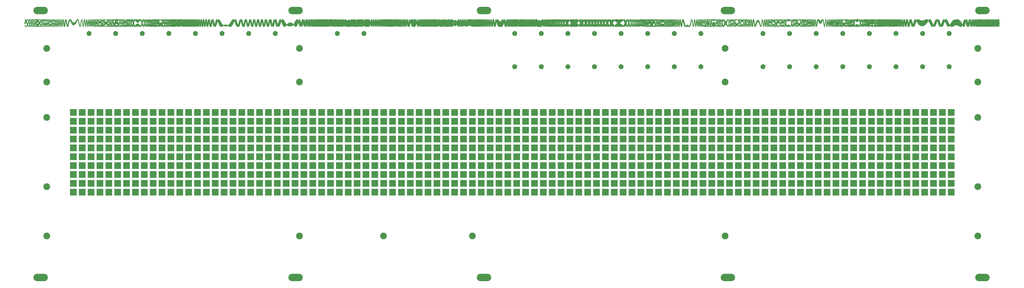
<source format=gts>
G04 Layer: TopSolderMaskLayer*
G04 EasyEDA v6.5.34, 2023-08-09 00:33:26*
G04 12fa73737f744ef48033c24246624f9a,5a6b42c53f6a479593ecc07194224c93,10*
G04 Gerber Generator version 0.2*
G04 Scale: 100 percent, Rotated: No, Reflected: No *
G04 Dimensions in millimeters *
G04 leading zeros omitted , absolute positions ,4 integer and 5 decimal *
%FSLAX45Y45*%
%MOMM*%

%ADD10C,0.3556*%
%ADD11O,6.6032126X3.4031936000000003*%
%ADD12C,3.1016*%

%LPD*%
G36*
X2956661Y11631574D02*
G01*
X2947009Y11630964D01*
X2937408Y11629491D01*
X2927959Y11627205D01*
X2918764Y11624157D01*
X2909874Y11620296D01*
X2901340Y11615674D01*
X2893263Y11610340D01*
X2889351Y11607444D01*
X2882036Y11601094D01*
X2878531Y11597741D01*
X2872079Y11590528D01*
X2866237Y11582755D01*
X2861106Y11574526D01*
X2858770Y11570258D01*
X2854756Y11561470D01*
X2851454Y11552326D01*
X2849016Y11542979D01*
X2847340Y11533428D01*
X2846527Y11523726D01*
X2846527Y11514074D01*
X2847340Y11504371D01*
X2849016Y11494820D01*
X2851454Y11485473D01*
X2854756Y11476329D01*
X2858770Y11467541D01*
X2863596Y11459108D01*
X2869082Y11451082D01*
X2875229Y11443614D01*
X2882036Y11436654D01*
X2889351Y11430355D01*
X2897225Y11424666D01*
X2905556Y11419738D01*
X2914294Y11415471D01*
X2923336Y11412016D01*
X2932684Y11409324D01*
X2942183Y11407495D01*
X2951835Y11406428D01*
X2961538Y11406225D01*
X2971190Y11406835D01*
X2980791Y11408308D01*
X2990240Y11410594D01*
X2999435Y11413642D01*
X3008325Y11417503D01*
X3016859Y11422126D01*
X3020974Y11424666D01*
X3028848Y11430355D01*
X3036163Y11436654D01*
X3042970Y11443614D01*
X3049117Y11451082D01*
X3054604Y11459108D01*
X3059430Y11467541D01*
X3063443Y11476329D01*
X3066745Y11485473D01*
X3069183Y11494820D01*
X3070860Y11504371D01*
X3071672Y11514074D01*
X3071672Y11523726D01*
X3070860Y11533428D01*
X3069183Y11542979D01*
X3066745Y11552326D01*
X3063443Y11561470D01*
X3059430Y11570258D01*
X3054604Y11578691D01*
X3049117Y11586718D01*
X3042970Y11594185D01*
X3039668Y11597741D01*
X3032556Y11604345D01*
X3028848Y11607444D01*
X3020974Y11613083D01*
X3012643Y11618061D01*
X3003905Y11622328D01*
X2994863Y11625783D01*
X2985516Y11628475D01*
X2976016Y11630304D01*
X2966364Y11631371D01*
G37*
G36*
X4175861Y11631574D02*
G01*
X4166209Y11630964D01*
X4156608Y11629491D01*
X4147159Y11627205D01*
X4137964Y11624157D01*
X4129074Y11620296D01*
X4120540Y11615674D01*
X4112463Y11610340D01*
X4108551Y11607444D01*
X4101236Y11601094D01*
X4097731Y11597741D01*
X4091279Y11590528D01*
X4085437Y11582755D01*
X4080306Y11574526D01*
X4077970Y11570258D01*
X4073956Y11561470D01*
X4070654Y11552326D01*
X4068216Y11542979D01*
X4066540Y11533428D01*
X4065727Y11523726D01*
X4065727Y11514074D01*
X4066540Y11504371D01*
X4068216Y11494820D01*
X4070654Y11485473D01*
X4073956Y11476329D01*
X4077970Y11467541D01*
X4082796Y11459108D01*
X4088282Y11451082D01*
X4094429Y11443614D01*
X4101236Y11436654D01*
X4108551Y11430355D01*
X4116425Y11424666D01*
X4124756Y11419738D01*
X4133494Y11415471D01*
X4142536Y11412016D01*
X4151884Y11409324D01*
X4161383Y11407495D01*
X4171035Y11406428D01*
X4180738Y11406225D01*
X4190390Y11406835D01*
X4199991Y11408308D01*
X4209440Y11410594D01*
X4218635Y11413642D01*
X4227525Y11417503D01*
X4236059Y11422126D01*
X4240174Y11424666D01*
X4248048Y11430355D01*
X4255363Y11436654D01*
X4262170Y11443614D01*
X4268317Y11451082D01*
X4273804Y11459108D01*
X4278630Y11467541D01*
X4282643Y11476329D01*
X4285945Y11485473D01*
X4288383Y11494820D01*
X4290060Y11504371D01*
X4290872Y11514074D01*
X4290872Y11523726D01*
X4290060Y11533428D01*
X4288383Y11542979D01*
X4285945Y11552326D01*
X4282643Y11561470D01*
X4278630Y11570258D01*
X4273804Y11578691D01*
X4268317Y11586718D01*
X4262170Y11594185D01*
X4258868Y11597741D01*
X4251756Y11604345D01*
X4248048Y11607444D01*
X4240174Y11613083D01*
X4231843Y11618061D01*
X4223105Y11622328D01*
X4214063Y11625783D01*
X4204716Y11628475D01*
X4195216Y11630304D01*
X4185564Y11631371D01*
G37*
G36*
X5395061Y11631574D02*
G01*
X5385409Y11630964D01*
X5375808Y11629491D01*
X5366359Y11627205D01*
X5357164Y11624157D01*
X5348274Y11620296D01*
X5339740Y11615674D01*
X5331663Y11610340D01*
X5327751Y11607444D01*
X5320436Y11601094D01*
X5316931Y11597741D01*
X5310479Y11590528D01*
X5304637Y11582755D01*
X5299506Y11574526D01*
X5297170Y11570258D01*
X5293156Y11561470D01*
X5289854Y11552326D01*
X5287416Y11542979D01*
X5285740Y11533428D01*
X5284927Y11523726D01*
X5284927Y11514074D01*
X5285740Y11504371D01*
X5287416Y11494820D01*
X5289854Y11485473D01*
X5293156Y11476329D01*
X5297170Y11467541D01*
X5301996Y11459108D01*
X5307482Y11451082D01*
X5313629Y11443614D01*
X5320436Y11436654D01*
X5327751Y11430355D01*
X5335625Y11424666D01*
X5343956Y11419738D01*
X5352694Y11415471D01*
X5361736Y11412016D01*
X5371084Y11409324D01*
X5380583Y11407495D01*
X5390235Y11406428D01*
X5399938Y11406225D01*
X5409590Y11406835D01*
X5419191Y11408308D01*
X5428640Y11410594D01*
X5437835Y11413642D01*
X5446725Y11417503D01*
X5455259Y11422126D01*
X5459374Y11424666D01*
X5467248Y11430355D01*
X5474563Y11436654D01*
X5481370Y11443614D01*
X5487517Y11451082D01*
X5493004Y11459108D01*
X5497830Y11467541D01*
X5501843Y11476329D01*
X5505145Y11485473D01*
X5507583Y11494820D01*
X5509260Y11504371D01*
X5510072Y11514074D01*
X5510072Y11523726D01*
X5509260Y11533428D01*
X5507583Y11542979D01*
X5505145Y11552326D01*
X5501843Y11561470D01*
X5497830Y11570258D01*
X5493004Y11578691D01*
X5487517Y11586718D01*
X5481370Y11594185D01*
X5478068Y11597741D01*
X5470956Y11604345D01*
X5467248Y11607444D01*
X5459374Y11613083D01*
X5451043Y11618061D01*
X5442305Y11622328D01*
X5433263Y11625783D01*
X5423916Y11628475D01*
X5414416Y11630304D01*
X5404764Y11631371D01*
G37*
G36*
X6614261Y11631574D02*
G01*
X6604609Y11630964D01*
X6595008Y11629491D01*
X6585559Y11627205D01*
X6576364Y11624157D01*
X6567474Y11620296D01*
X6558940Y11615674D01*
X6550863Y11610340D01*
X6546951Y11607444D01*
X6539636Y11601094D01*
X6536131Y11597741D01*
X6529679Y11590528D01*
X6523837Y11582755D01*
X6518706Y11574526D01*
X6516370Y11570258D01*
X6512356Y11561470D01*
X6509054Y11552326D01*
X6506616Y11542979D01*
X6504940Y11533428D01*
X6504127Y11523726D01*
X6504127Y11514074D01*
X6504940Y11504371D01*
X6506616Y11494820D01*
X6509054Y11485473D01*
X6512356Y11476329D01*
X6516370Y11467541D01*
X6521196Y11459108D01*
X6526682Y11451082D01*
X6532829Y11443614D01*
X6539636Y11436654D01*
X6546951Y11430355D01*
X6554825Y11424666D01*
X6563156Y11419738D01*
X6571894Y11415471D01*
X6580936Y11412016D01*
X6590284Y11409324D01*
X6599783Y11407495D01*
X6609435Y11406428D01*
X6619138Y11406225D01*
X6628790Y11406835D01*
X6638391Y11408308D01*
X6647840Y11410594D01*
X6657035Y11413642D01*
X6665925Y11417503D01*
X6674459Y11422126D01*
X6678574Y11424666D01*
X6686448Y11430355D01*
X6693763Y11436654D01*
X6700570Y11443614D01*
X6706717Y11451082D01*
X6712203Y11459108D01*
X6717030Y11467541D01*
X6721043Y11476329D01*
X6724345Y11485473D01*
X6726783Y11494820D01*
X6728459Y11504371D01*
X6729272Y11514074D01*
X6729272Y11523726D01*
X6728459Y11533428D01*
X6726783Y11542979D01*
X6724345Y11552326D01*
X6721043Y11561470D01*
X6717030Y11570258D01*
X6712203Y11578691D01*
X6706717Y11586718D01*
X6700570Y11594185D01*
X6697268Y11597741D01*
X6690156Y11604345D01*
X6686448Y11607444D01*
X6678574Y11613083D01*
X6670243Y11618061D01*
X6661505Y11622328D01*
X6652463Y11625783D01*
X6643116Y11628475D01*
X6633616Y11630304D01*
X6623964Y11631371D01*
G37*
G36*
X7833461Y11631574D02*
G01*
X7823809Y11630964D01*
X7814208Y11629491D01*
X7804759Y11627205D01*
X7795564Y11624157D01*
X7786674Y11620296D01*
X7778140Y11615674D01*
X7770063Y11610340D01*
X7766151Y11607444D01*
X7758836Y11601094D01*
X7755331Y11597741D01*
X7748879Y11590528D01*
X7743037Y11582755D01*
X7737906Y11574526D01*
X7735570Y11570258D01*
X7731556Y11561470D01*
X7728254Y11552326D01*
X7725816Y11542979D01*
X7724140Y11533428D01*
X7723327Y11523726D01*
X7723327Y11514074D01*
X7724140Y11504371D01*
X7725816Y11494820D01*
X7728254Y11485473D01*
X7731556Y11476329D01*
X7735570Y11467541D01*
X7740396Y11459108D01*
X7745882Y11451082D01*
X7752029Y11443614D01*
X7758836Y11436654D01*
X7766151Y11430355D01*
X7774025Y11424666D01*
X7782356Y11419738D01*
X7791094Y11415471D01*
X7800136Y11412016D01*
X7809484Y11409324D01*
X7818983Y11407495D01*
X7828635Y11406428D01*
X7838338Y11406225D01*
X7847990Y11406835D01*
X7857591Y11408308D01*
X7867040Y11410594D01*
X7876235Y11413642D01*
X7885125Y11417503D01*
X7893659Y11422126D01*
X7897774Y11424666D01*
X7905648Y11430355D01*
X7912963Y11436654D01*
X7919770Y11443614D01*
X7925917Y11451082D01*
X7931403Y11459108D01*
X7936230Y11467541D01*
X7940243Y11476329D01*
X7943545Y11485473D01*
X7945983Y11494820D01*
X7947659Y11504371D01*
X7948472Y11514074D01*
X7948472Y11523726D01*
X7947659Y11533428D01*
X7945983Y11542979D01*
X7943545Y11552326D01*
X7940243Y11561470D01*
X7936230Y11570258D01*
X7931403Y11578691D01*
X7925917Y11586718D01*
X7919770Y11594185D01*
X7916468Y11597741D01*
X7909356Y11604345D01*
X7905648Y11607444D01*
X7897774Y11613083D01*
X7889443Y11618061D01*
X7880705Y11622328D01*
X7871663Y11625783D01*
X7862316Y11628475D01*
X7852816Y11630304D01*
X7843164Y11631371D01*
G37*
G36*
X9052661Y11631574D02*
G01*
X9043009Y11630964D01*
X9033408Y11629491D01*
X9023959Y11627205D01*
X9014764Y11624157D01*
X9005874Y11620296D01*
X8997340Y11615674D01*
X8989263Y11610340D01*
X8985351Y11607444D01*
X8978036Y11601094D01*
X8974531Y11597741D01*
X8968079Y11590528D01*
X8962237Y11582755D01*
X8957106Y11574526D01*
X8954770Y11570258D01*
X8950756Y11561470D01*
X8947454Y11552326D01*
X8945016Y11542979D01*
X8943340Y11533428D01*
X8942527Y11523726D01*
X8942527Y11514074D01*
X8943340Y11504371D01*
X8945016Y11494820D01*
X8947454Y11485473D01*
X8950756Y11476329D01*
X8954770Y11467541D01*
X8959596Y11459108D01*
X8965082Y11451082D01*
X8971229Y11443614D01*
X8978036Y11436654D01*
X8985351Y11430355D01*
X8993225Y11424666D01*
X9001556Y11419738D01*
X9010294Y11415471D01*
X9019336Y11412016D01*
X9028684Y11409324D01*
X9038183Y11407495D01*
X9047835Y11406428D01*
X9057538Y11406225D01*
X9067190Y11406835D01*
X9076791Y11408308D01*
X9086240Y11410594D01*
X9095435Y11413642D01*
X9104325Y11417503D01*
X9112859Y11422126D01*
X9116974Y11424666D01*
X9124848Y11430355D01*
X9132163Y11436654D01*
X9138970Y11443614D01*
X9145117Y11451082D01*
X9150604Y11459108D01*
X9155430Y11467541D01*
X9159443Y11476329D01*
X9162745Y11485473D01*
X9165183Y11494820D01*
X9166860Y11504371D01*
X9167672Y11514074D01*
X9167672Y11523726D01*
X9166860Y11533428D01*
X9165183Y11542979D01*
X9162745Y11552326D01*
X9159443Y11561470D01*
X9155430Y11570258D01*
X9150604Y11578691D01*
X9145117Y11586718D01*
X9138970Y11594185D01*
X9135668Y11597741D01*
X9128556Y11604345D01*
X9124848Y11607444D01*
X9116974Y11613083D01*
X9108643Y11618061D01*
X9099905Y11622328D01*
X9090863Y11625783D01*
X9081516Y11628475D01*
X9072016Y11630304D01*
X9062364Y11631371D01*
G37*
G36*
X10271861Y11631574D02*
G01*
X10262209Y11630964D01*
X10252608Y11629491D01*
X10243159Y11627205D01*
X10233964Y11624157D01*
X10225074Y11620296D01*
X10216540Y11615674D01*
X10208463Y11610340D01*
X10204551Y11607444D01*
X10197236Y11601094D01*
X10193731Y11597741D01*
X10187279Y11590528D01*
X10181437Y11582755D01*
X10176306Y11574526D01*
X10173970Y11570258D01*
X10169956Y11561470D01*
X10166654Y11552326D01*
X10164216Y11542979D01*
X10162540Y11533428D01*
X10161727Y11523726D01*
X10161727Y11514074D01*
X10162540Y11504371D01*
X10164216Y11494820D01*
X10166654Y11485473D01*
X10169956Y11476329D01*
X10173970Y11467541D01*
X10178796Y11459108D01*
X10184282Y11451082D01*
X10190429Y11443614D01*
X10197236Y11436654D01*
X10204551Y11430355D01*
X10212425Y11424666D01*
X10220756Y11419738D01*
X10229494Y11415471D01*
X10238536Y11412016D01*
X10247884Y11409324D01*
X10257383Y11407495D01*
X10267035Y11406428D01*
X10276738Y11406225D01*
X10286390Y11406835D01*
X10295991Y11408308D01*
X10305440Y11410594D01*
X10314635Y11413642D01*
X10323525Y11417503D01*
X10332059Y11422126D01*
X10336174Y11424666D01*
X10344048Y11430355D01*
X10351363Y11436654D01*
X10358170Y11443614D01*
X10364317Y11451082D01*
X10369804Y11459108D01*
X10374630Y11467541D01*
X10378643Y11476329D01*
X10381945Y11485473D01*
X10384383Y11494820D01*
X10386060Y11504371D01*
X10386872Y11514074D01*
X10386872Y11523726D01*
X10386060Y11533428D01*
X10384383Y11542979D01*
X10381945Y11552326D01*
X10378643Y11561470D01*
X10374630Y11570258D01*
X10369804Y11578691D01*
X10364317Y11586718D01*
X10358170Y11594185D01*
X10354868Y11597741D01*
X10347756Y11604345D01*
X10344048Y11607444D01*
X10336174Y11613083D01*
X10327843Y11618061D01*
X10319105Y11622328D01*
X10310063Y11625783D01*
X10300716Y11628475D01*
X10291216Y11630304D01*
X10281564Y11631371D01*
G37*
G36*
X11491061Y11631574D02*
G01*
X11481409Y11630964D01*
X11471808Y11629491D01*
X11462359Y11627205D01*
X11453164Y11624157D01*
X11444274Y11620296D01*
X11435740Y11615674D01*
X11427663Y11610340D01*
X11423751Y11607444D01*
X11416436Y11601094D01*
X11412931Y11597741D01*
X11406479Y11590528D01*
X11400637Y11582755D01*
X11395506Y11574526D01*
X11393170Y11570258D01*
X11389156Y11561470D01*
X11385854Y11552326D01*
X11383416Y11542979D01*
X11381740Y11533428D01*
X11380927Y11523726D01*
X11380927Y11514074D01*
X11381740Y11504371D01*
X11383416Y11494820D01*
X11385854Y11485473D01*
X11389156Y11476329D01*
X11393170Y11467541D01*
X11397996Y11459108D01*
X11403482Y11451082D01*
X11409629Y11443614D01*
X11416436Y11436654D01*
X11423751Y11430355D01*
X11431625Y11424666D01*
X11439956Y11419738D01*
X11448694Y11415471D01*
X11457736Y11412016D01*
X11467084Y11409324D01*
X11476583Y11407495D01*
X11486235Y11406428D01*
X11495938Y11406225D01*
X11505590Y11406835D01*
X11515191Y11408308D01*
X11524640Y11410594D01*
X11533835Y11413642D01*
X11542725Y11417503D01*
X11551259Y11422126D01*
X11555374Y11424666D01*
X11563248Y11430355D01*
X11570563Y11436654D01*
X11577370Y11443614D01*
X11583517Y11451082D01*
X11589004Y11459108D01*
X11593830Y11467541D01*
X11597843Y11476329D01*
X11601145Y11485473D01*
X11603583Y11494820D01*
X11605260Y11504371D01*
X11606072Y11514074D01*
X11606072Y11523726D01*
X11605260Y11533428D01*
X11603583Y11542979D01*
X11601145Y11552326D01*
X11597843Y11561470D01*
X11593830Y11570258D01*
X11589004Y11578691D01*
X11583517Y11586718D01*
X11577370Y11594185D01*
X11574068Y11597741D01*
X11566956Y11604345D01*
X11563248Y11607444D01*
X11555374Y11613083D01*
X11547043Y11618061D01*
X11538305Y11622328D01*
X11529263Y11625783D01*
X11519916Y11628475D01*
X11510416Y11630304D01*
X11500764Y11631371D01*
G37*
G36*
X14335861Y11631574D02*
G01*
X14326209Y11630964D01*
X14316608Y11629491D01*
X14307159Y11627205D01*
X14297964Y11624157D01*
X14289074Y11620296D01*
X14280540Y11615674D01*
X14272463Y11610340D01*
X14268551Y11607444D01*
X14261236Y11601094D01*
X14257731Y11597741D01*
X14251279Y11590528D01*
X14245437Y11582755D01*
X14240306Y11574526D01*
X14237969Y11570258D01*
X14233956Y11561470D01*
X14230654Y11552326D01*
X14228216Y11542979D01*
X14226540Y11533428D01*
X14225727Y11523726D01*
X14225727Y11514074D01*
X14226540Y11504371D01*
X14228216Y11494820D01*
X14230654Y11485473D01*
X14233956Y11476329D01*
X14237969Y11467541D01*
X14242796Y11459108D01*
X14248282Y11451082D01*
X14254429Y11443614D01*
X14261236Y11436654D01*
X14268551Y11430355D01*
X14276425Y11424666D01*
X14284756Y11419738D01*
X14293494Y11415471D01*
X14302536Y11412016D01*
X14311884Y11409324D01*
X14321383Y11407495D01*
X14331035Y11406428D01*
X14340738Y11406225D01*
X14350390Y11406835D01*
X14359991Y11408308D01*
X14369440Y11410594D01*
X14378635Y11413642D01*
X14387525Y11417503D01*
X14396059Y11422126D01*
X14400174Y11424666D01*
X14408048Y11430355D01*
X14415363Y11436654D01*
X14422170Y11443614D01*
X14428317Y11451082D01*
X14433804Y11459108D01*
X14438630Y11467541D01*
X14442643Y11476329D01*
X14445945Y11485473D01*
X14448383Y11494820D01*
X14450060Y11504371D01*
X14450872Y11514074D01*
X14450872Y11523726D01*
X14450060Y11533428D01*
X14448383Y11542979D01*
X14445945Y11552326D01*
X14442643Y11561470D01*
X14438630Y11570258D01*
X14433804Y11578691D01*
X14428317Y11586718D01*
X14422170Y11594185D01*
X14418868Y11597741D01*
X14411756Y11604345D01*
X14408048Y11607444D01*
X14400174Y11613083D01*
X14391843Y11618061D01*
X14383105Y11622328D01*
X14374063Y11625783D01*
X14364716Y11628475D01*
X14355216Y11630304D01*
X14345564Y11631371D01*
G37*
G36*
X42377461Y11631574D02*
G01*
X42367809Y11630964D01*
X42358208Y11629491D01*
X42348759Y11627205D01*
X42339564Y11624157D01*
X42330674Y11620296D01*
X42322140Y11615674D01*
X42314063Y11610340D01*
X42310151Y11607444D01*
X42302836Y11601094D01*
X42299331Y11597741D01*
X42292879Y11590528D01*
X42287037Y11582755D01*
X42281906Y11574526D01*
X42279570Y11570258D01*
X42275556Y11561470D01*
X42272254Y11552326D01*
X42269816Y11542979D01*
X42268140Y11533428D01*
X42267327Y11523726D01*
X42267327Y11514074D01*
X42268140Y11504371D01*
X42269816Y11494820D01*
X42272254Y11485473D01*
X42275556Y11476329D01*
X42279570Y11467541D01*
X42284396Y11459108D01*
X42289882Y11451082D01*
X42296029Y11443614D01*
X42302836Y11436654D01*
X42310151Y11430355D01*
X42318025Y11424666D01*
X42326356Y11419738D01*
X42335094Y11415471D01*
X42344136Y11412016D01*
X42353484Y11409324D01*
X42362983Y11407495D01*
X42372635Y11406428D01*
X42382338Y11406225D01*
X42391990Y11406835D01*
X42401591Y11408308D01*
X42411040Y11410594D01*
X42420235Y11413642D01*
X42429125Y11417503D01*
X42437659Y11422126D01*
X42441774Y11424666D01*
X42449648Y11430355D01*
X42456963Y11436654D01*
X42463770Y11443614D01*
X42469917Y11451082D01*
X42475404Y11459108D01*
X42480230Y11467541D01*
X42484243Y11476329D01*
X42487545Y11485473D01*
X42489983Y11494820D01*
X42491660Y11504371D01*
X42492472Y11514074D01*
X42492625Y11518900D01*
X42492168Y11528602D01*
X42490948Y11538204D01*
X42488866Y11547652D01*
X42487545Y11552326D01*
X42484243Y11561470D01*
X42480230Y11570258D01*
X42475404Y11578691D01*
X42469917Y11586718D01*
X42463770Y11594185D01*
X42460468Y11597741D01*
X42453356Y11604345D01*
X42449648Y11607444D01*
X42441774Y11613083D01*
X42433443Y11618061D01*
X42424705Y11622328D01*
X42415663Y11625783D01*
X42406316Y11628475D01*
X42396816Y11630304D01*
X42387164Y11631371D01*
G37*
G36*
X41158261Y11631574D02*
G01*
X41148609Y11630964D01*
X41139008Y11629491D01*
X41129559Y11627205D01*
X41120364Y11624157D01*
X41111474Y11620296D01*
X41102940Y11615674D01*
X41094863Y11610340D01*
X41090951Y11607444D01*
X41083636Y11601094D01*
X41080131Y11597741D01*
X41073679Y11590528D01*
X41067837Y11582755D01*
X41062706Y11574526D01*
X41060370Y11570258D01*
X41056356Y11561470D01*
X41053054Y11552326D01*
X41050616Y11542979D01*
X41048940Y11533428D01*
X41048127Y11523726D01*
X41048127Y11514074D01*
X41048940Y11504371D01*
X41050616Y11494820D01*
X41053054Y11485473D01*
X41056356Y11476329D01*
X41060370Y11467541D01*
X41065196Y11459108D01*
X41070682Y11451082D01*
X41076829Y11443614D01*
X41083636Y11436654D01*
X41090951Y11430355D01*
X41098825Y11424666D01*
X41107156Y11419738D01*
X41115894Y11415471D01*
X41124936Y11412016D01*
X41134284Y11409324D01*
X41143783Y11407495D01*
X41153435Y11406428D01*
X41163138Y11406225D01*
X41172790Y11406835D01*
X41182391Y11408308D01*
X41191840Y11410594D01*
X41201035Y11413642D01*
X41209925Y11417503D01*
X41218459Y11422126D01*
X41222574Y11424666D01*
X41230448Y11430355D01*
X41237763Y11436654D01*
X41244570Y11443614D01*
X41250717Y11451082D01*
X41256204Y11459108D01*
X41261030Y11467541D01*
X41265043Y11476329D01*
X41268345Y11485473D01*
X41270783Y11494820D01*
X41272460Y11504371D01*
X41273272Y11514074D01*
X41273425Y11518900D01*
X41272968Y11528602D01*
X41271748Y11538204D01*
X41269666Y11547652D01*
X41268345Y11552326D01*
X41265043Y11561470D01*
X41261030Y11570258D01*
X41256204Y11578691D01*
X41250717Y11586718D01*
X41244570Y11594185D01*
X41241268Y11597741D01*
X41234156Y11604345D01*
X41230448Y11607444D01*
X41222574Y11613083D01*
X41214243Y11618061D01*
X41205505Y11622328D01*
X41196463Y11625783D01*
X41187116Y11628475D01*
X41177616Y11630304D01*
X41167964Y11631371D01*
G37*
G36*
X39939061Y11631574D02*
G01*
X39929409Y11630964D01*
X39919808Y11629491D01*
X39910359Y11627205D01*
X39901164Y11624157D01*
X39892274Y11620296D01*
X39883740Y11615674D01*
X39875663Y11610340D01*
X39871751Y11607444D01*
X39864436Y11601094D01*
X39860931Y11597741D01*
X39854479Y11590528D01*
X39848637Y11582755D01*
X39843506Y11574526D01*
X39841170Y11570258D01*
X39837156Y11561470D01*
X39833854Y11552326D01*
X39831416Y11542979D01*
X39829740Y11533428D01*
X39828927Y11523726D01*
X39828927Y11514074D01*
X39829740Y11504371D01*
X39831416Y11494820D01*
X39833854Y11485473D01*
X39837156Y11476329D01*
X39841170Y11467541D01*
X39845996Y11459108D01*
X39851482Y11451082D01*
X39857629Y11443614D01*
X39864436Y11436654D01*
X39871751Y11430355D01*
X39879625Y11424666D01*
X39887956Y11419738D01*
X39896694Y11415471D01*
X39905736Y11412016D01*
X39915084Y11409324D01*
X39924583Y11407495D01*
X39934235Y11406428D01*
X39943938Y11406225D01*
X39953590Y11406835D01*
X39963191Y11408308D01*
X39972640Y11410594D01*
X39981835Y11413642D01*
X39990725Y11417503D01*
X39999259Y11422126D01*
X40003374Y11424666D01*
X40011248Y11430355D01*
X40018563Y11436654D01*
X40025370Y11443614D01*
X40031517Y11451082D01*
X40037004Y11459108D01*
X40041830Y11467541D01*
X40045843Y11476329D01*
X40049145Y11485473D01*
X40051583Y11494820D01*
X40053260Y11504371D01*
X40054072Y11514074D01*
X40054225Y11518900D01*
X40053768Y11528602D01*
X40052548Y11538204D01*
X40050466Y11547652D01*
X40049145Y11552326D01*
X40045843Y11561470D01*
X40041830Y11570258D01*
X40037004Y11578691D01*
X40031517Y11586718D01*
X40025370Y11594185D01*
X40022068Y11597741D01*
X40014956Y11604345D01*
X40011248Y11607444D01*
X40003374Y11613083D01*
X39995043Y11618061D01*
X39986305Y11622328D01*
X39977263Y11625783D01*
X39967916Y11628475D01*
X39958416Y11630304D01*
X39948764Y11631371D01*
G37*
G36*
X38719861Y11631574D02*
G01*
X38710209Y11630964D01*
X38700608Y11629491D01*
X38691159Y11627205D01*
X38681964Y11624157D01*
X38673074Y11620296D01*
X38664540Y11615674D01*
X38656463Y11610340D01*
X38652551Y11607444D01*
X38645236Y11601094D01*
X38641731Y11597741D01*
X38635279Y11590528D01*
X38629437Y11582755D01*
X38624306Y11574526D01*
X38621970Y11570258D01*
X38617956Y11561470D01*
X38614654Y11552326D01*
X38612216Y11542979D01*
X38610540Y11533428D01*
X38609727Y11523726D01*
X38609727Y11514074D01*
X38610540Y11504371D01*
X38612216Y11494820D01*
X38614654Y11485473D01*
X38617956Y11476329D01*
X38621970Y11467541D01*
X38626796Y11459108D01*
X38632282Y11451082D01*
X38638429Y11443614D01*
X38645236Y11436654D01*
X38652551Y11430355D01*
X38660425Y11424666D01*
X38668756Y11419738D01*
X38677494Y11415471D01*
X38686536Y11412016D01*
X38695884Y11409324D01*
X38705383Y11407495D01*
X38715035Y11406428D01*
X38724738Y11406225D01*
X38734390Y11406835D01*
X38743991Y11408308D01*
X38753440Y11410594D01*
X38762635Y11413642D01*
X38771525Y11417503D01*
X38780059Y11422126D01*
X38784174Y11424666D01*
X38792048Y11430355D01*
X38799363Y11436654D01*
X38806170Y11443614D01*
X38812317Y11451082D01*
X38817804Y11459108D01*
X38822630Y11467541D01*
X38826643Y11476329D01*
X38829945Y11485473D01*
X38832383Y11494820D01*
X38834060Y11504371D01*
X38834872Y11514074D01*
X38835025Y11518900D01*
X38834568Y11528602D01*
X38833348Y11538204D01*
X38831266Y11547652D01*
X38829945Y11552326D01*
X38826643Y11561470D01*
X38822630Y11570258D01*
X38817804Y11578691D01*
X38812317Y11586718D01*
X38806170Y11594185D01*
X38802868Y11597741D01*
X38795756Y11604345D01*
X38792048Y11607444D01*
X38784174Y11613083D01*
X38775843Y11618061D01*
X38767105Y11622328D01*
X38758063Y11625783D01*
X38748716Y11628475D01*
X38739216Y11630304D01*
X38729564Y11631371D01*
G37*
G36*
X37500661Y11631574D02*
G01*
X37491009Y11630964D01*
X37481408Y11629491D01*
X37471959Y11627205D01*
X37462764Y11624157D01*
X37453874Y11620296D01*
X37445340Y11615674D01*
X37437263Y11610340D01*
X37433351Y11607444D01*
X37426036Y11601094D01*
X37422531Y11597741D01*
X37416079Y11590528D01*
X37410237Y11582755D01*
X37405106Y11574526D01*
X37402770Y11570258D01*
X37398756Y11561470D01*
X37395454Y11552326D01*
X37393016Y11542979D01*
X37391340Y11533428D01*
X37390527Y11523726D01*
X37390527Y11514074D01*
X37391340Y11504371D01*
X37393016Y11494820D01*
X37395454Y11485473D01*
X37398756Y11476329D01*
X37402770Y11467541D01*
X37407596Y11459108D01*
X37413082Y11451082D01*
X37419229Y11443614D01*
X37426036Y11436654D01*
X37433351Y11430355D01*
X37441225Y11424666D01*
X37449556Y11419738D01*
X37458294Y11415471D01*
X37467336Y11412016D01*
X37476684Y11409324D01*
X37486183Y11407495D01*
X37495835Y11406428D01*
X37505538Y11406225D01*
X37515190Y11406835D01*
X37524791Y11408308D01*
X37534240Y11410594D01*
X37543435Y11413642D01*
X37552325Y11417503D01*
X37560859Y11422126D01*
X37564974Y11424666D01*
X37572848Y11430355D01*
X37580163Y11436654D01*
X37586970Y11443614D01*
X37593117Y11451082D01*
X37598604Y11459108D01*
X37603430Y11467541D01*
X37607443Y11476329D01*
X37610745Y11485473D01*
X37613183Y11494820D01*
X37614860Y11504371D01*
X37615672Y11514074D01*
X37615825Y11518900D01*
X37615368Y11528602D01*
X37614148Y11538204D01*
X37612066Y11547652D01*
X37610745Y11552326D01*
X37607443Y11561470D01*
X37603430Y11570258D01*
X37598604Y11578691D01*
X37593117Y11586718D01*
X37586970Y11594185D01*
X37583668Y11597741D01*
X37576556Y11604345D01*
X37572848Y11607444D01*
X37564974Y11613083D01*
X37556643Y11618061D01*
X37547905Y11622328D01*
X37538863Y11625783D01*
X37529516Y11628475D01*
X37520016Y11630304D01*
X37510364Y11631371D01*
G37*
G36*
X36281461Y11631574D02*
G01*
X36271809Y11630964D01*
X36262208Y11629491D01*
X36252759Y11627205D01*
X36243564Y11624157D01*
X36234674Y11620296D01*
X36226140Y11615674D01*
X36218063Y11610340D01*
X36214151Y11607444D01*
X36206836Y11601094D01*
X36203331Y11597741D01*
X36196879Y11590528D01*
X36191037Y11582755D01*
X36185906Y11574526D01*
X36183570Y11570258D01*
X36179556Y11561470D01*
X36176254Y11552326D01*
X36173816Y11542979D01*
X36172140Y11533428D01*
X36171327Y11523726D01*
X36171327Y11514074D01*
X36172140Y11504371D01*
X36173816Y11494820D01*
X36176254Y11485473D01*
X36179556Y11476329D01*
X36183570Y11467541D01*
X36188396Y11459108D01*
X36193882Y11451082D01*
X36200029Y11443614D01*
X36206836Y11436654D01*
X36214151Y11430355D01*
X36222025Y11424666D01*
X36230356Y11419738D01*
X36239094Y11415471D01*
X36248136Y11412016D01*
X36257484Y11409324D01*
X36266983Y11407495D01*
X36276635Y11406428D01*
X36286338Y11406225D01*
X36295990Y11406835D01*
X36305591Y11408308D01*
X36315040Y11410594D01*
X36324235Y11413642D01*
X36333125Y11417503D01*
X36341659Y11422126D01*
X36345774Y11424666D01*
X36353648Y11430355D01*
X36360963Y11436654D01*
X36367770Y11443614D01*
X36373917Y11451082D01*
X36379404Y11459108D01*
X36384230Y11467541D01*
X36388243Y11476329D01*
X36391545Y11485473D01*
X36393983Y11494820D01*
X36395660Y11504371D01*
X36396472Y11514074D01*
X36396625Y11518900D01*
X36396168Y11528602D01*
X36394948Y11538204D01*
X36392866Y11547652D01*
X36391545Y11552326D01*
X36388243Y11561470D01*
X36384230Y11570258D01*
X36379404Y11578691D01*
X36373917Y11586718D01*
X36367770Y11594185D01*
X36364468Y11597741D01*
X36357356Y11604345D01*
X36353648Y11607444D01*
X36345774Y11613083D01*
X36337443Y11618061D01*
X36328705Y11622328D01*
X36319663Y11625783D01*
X36310316Y11628475D01*
X36300816Y11630304D01*
X36291164Y11631371D01*
G37*
G36*
X35062261Y11631574D02*
G01*
X35052609Y11630964D01*
X35043008Y11629491D01*
X35033559Y11627205D01*
X35024364Y11624157D01*
X35015474Y11620296D01*
X35006940Y11615674D01*
X34998863Y11610340D01*
X34994951Y11607444D01*
X34987636Y11601094D01*
X34984131Y11597741D01*
X34977679Y11590528D01*
X34971837Y11582755D01*
X34966706Y11574526D01*
X34964370Y11570258D01*
X34960356Y11561470D01*
X34957054Y11552326D01*
X34954616Y11542979D01*
X34952940Y11533428D01*
X34952127Y11523726D01*
X34952127Y11514074D01*
X34952940Y11504371D01*
X34954616Y11494820D01*
X34957054Y11485473D01*
X34960356Y11476329D01*
X34964370Y11467541D01*
X34969196Y11459108D01*
X34974682Y11451082D01*
X34980829Y11443614D01*
X34987636Y11436654D01*
X34994951Y11430355D01*
X35002825Y11424666D01*
X35011156Y11419738D01*
X35019894Y11415471D01*
X35028936Y11412016D01*
X35038284Y11409324D01*
X35047783Y11407495D01*
X35057435Y11406428D01*
X35067138Y11406225D01*
X35076790Y11406835D01*
X35086391Y11408308D01*
X35095840Y11410594D01*
X35105035Y11413642D01*
X35113925Y11417503D01*
X35122459Y11422126D01*
X35126574Y11424666D01*
X35134448Y11430355D01*
X35141763Y11436654D01*
X35148570Y11443614D01*
X35154717Y11451082D01*
X35160204Y11459108D01*
X35165030Y11467541D01*
X35169043Y11476329D01*
X35172345Y11485473D01*
X35174783Y11494820D01*
X35176460Y11504371D01*
X35177272Y11514074D01*
X35177425Y11518900D01*
X35176968Y11528602D01*
X35175748Y11538204D01*
X35173666Y11547652D01*
X35172345Y11552326D01*
X35169043Y11561470D01*
X35165030Y11570258D01*
X35160204Y11578691D01*
X35154717Y11586718D01*
X35148570Y11594185D01*
X35145268Y11597741D01*
X35138156Y11604345D01*
X35134448Y11607444D01*
X35126574Y11613083D01*
X35118243Y11618061D01*
X35109505Y11622328D01*
X35100463Y11625783D01*
X35091116Y11628475D01*
X35081616Y11630304D01*
X35071964Y11631371D01*
G37*
G36*
X33843061Y11631574D02*
G01*
X33833409Y11630964D01*
X33823808Y11629491D01*
X33814359Y11627205D01*
X33805164Y11624157D01*
X33796274Y11620296D01*
X33787740Y11615674D01*
X33779663Y11610340D01*
X33775751Y11607444D01*
X33768436Y11601094D01*
X33764931Y11597741D01*
X33758479Y11590528D01*
X33752637Y11582755D01*
X33747506Y11574526D01*
X33745170Y11570258D01*
X33741156Y11561470D01*
X33737854Y11552326D01*
X33735416Y11542979D01*
X33733740Y11533428D01*
X33732927Y11523726D01*
X33732927Y11514074D01*
X33733740Y11504371D01*
X33735416Y11494820D01*
X33737854Y11485473D01*
X33741156Y11476329D01*
X33745170Y11467541D01*
X33749996Y11459108D01*
X33755482Y11451082D01*
X33761629Y11443614D01*
X33768436Y11436654D01*
X33775751Y11430355D01*
X33783625Y11424666D01*
X33791956Y11419738D01*
X33800694Y11415471D01*
X33809736Y11412016D01*
X33819084Y11409324D01*
X33828583Y11407495D01*
X33838235Y11406428D01*
X33847938Y11406225D01*
X33857590Y11406835D01*
X33867191Y11408308D01*
X33876640Y11410594D01*
X33885835Y11413642D01*
X33894725Y11417503D01*
X33903259Y11422126D01*
X33907374Y11424666D01*
X33915248Y11430355D01*
X33922563Y11436654D01*
X33929370Y11443614D01*
X33935517Y11451082D01*
X33941004Y11459108D01*
X33945830Y11467541D01*
X33949843Y11476329D01*
X33953145Y11485473D01*
X33955583Y11494820D01*
X33957260Y11504371D01*
X33958072Y11514074D01*
X33958225Y11518900D01*
X33957768Y11528602D01*
X33956548Y11538204D01*
X33954466Y11547652D01*
X33953145Y11552326D01*
X33949843Y11561470D01*
X33945830Y11570258D01*
X33941004Y11578691D01*
X33935517Y11586718D01*
X33929370Y11594185D01*
X33926068Y11597741D01*
X33918956Y11604345D01*
X33915248Y11607444D01*
X33907374Y11613083D01*
X33899043Y11618061D01*
X33890305Y11622328D01*
X33881263Y11625783D01*
X33871916Y11628475D01*
X33862416Y11630304D01*
X33852764Y11631371D01*
G37*
G36*
X22463861Y11631574D02*
G01*
X22454209Y11630964D01*
X22444608Y11629491D01*
X22435159Y11627205D01*
X22425964Y11624157D01*
X22417074Y11620296D01*
X22408540Y11615674D01*
X22400463Y11610340D01*
X22396551Y11607444D01*
X22389236Y11601094D01*
X22385731Y11597741D01*
X22379279Y11590528D01*
X22373437Y11582755D01*
X22368306Y11574526D01*
X22365970Y11570258D01*
X22361956Y11561470D01*
X22358654Y11552326D01*
X22356216Y11542979D01*
X22354540Y11533428D01*
X22353727Y11523726D01*
X22353727Y11514074D01*
X22354540Y11504371D01*
X22356216Y11494820D01*
X22358654Y11485473D01*
X22361956Y11476329D01*
X22365970Y11467541D01*
X22370796Y11459108D01*
X22376282Y11451082D01*
X22382429Y11443614D01*
X22389236Y11436654D01*
X22396551Y11430355D01*
X22404425Y11424666D01*
X22412756Y11419738D01*
X22421494Y11415471D01*
X22430536Y11412016D01*
X22439884Y11409324D01*
X22449383Y11407495D01*
X22459035Y11406428D01*
X22468738Y11406225D01*
X22478390Y11406835D01*
X22487991Y11408308D01*
X22497440Y11410594D01*
X22506635Y11413642D01*
X22515525Y11417503D01*
X22524059Y11422126D01*
X22528174Y11424666D01*
X22536048Y11430355D01*
X22543363Y11436654D01*
X22550170Y11443614D01*
X22556317Y11451082D01*
X22561804Y11459108D01*
X22566630Y11467541D01*
X22570643Y11476329D01*
X22573945Y11485473D01*
X22576383Y11494820D01*
X22578060Y11504371D01*
X22578872Y11514074D01*
X22578872Y11523726D01*
X22578060Y11533428D01*
X22576383Y11542979D01*
X22573945Y11552326D01*
X22570643Y11561470D01*
X22566630Y11570258D01*
X22561804Y11578691D01*
X22556317Y11586718D01*
X22550170Y11594185D01*
X22546868Y11597741D01*
X22539756Y11604345D01*
X22536048Y11607444D01*
X22528174Y11613083D01*
X22519843Y11618061D01*
X22511105Y11622328D01*
X22502063Y11625783D01*
X22492716Y11628475D01*
X22483216Y11630304D01*
X22473564Y11631371D01*
G37*
G36*
X23683061Y11631574D02*
G01*
X23673409Y11630964D01*
X23663808Y11629491D01*
X23654359Y11627205D01*
X23645164Y11624157D01*
X23636274Y11620296D01*
X23627740Y11615674D01*
X23619663Y11610340D01*
X23615751Y11607444D01*
X23608436Y11601094D01*
X23604931Y11597741D01*
X23598479Y11590528D01*
X23592637Y11582755D01*
X23587506Y11574526D01*
X23585170Y11570258D01*
X23581156Y11561470D01*
X23577854Y11552326D01*
X23575416Y11542979D01*
X23573740Y11533428D01*
X23572927Y11523726D01*
X23572927Y11514074D01*
X23573740Y11504371D01*
X23575416Y11494820D01*
X23577854Y11485473D01*
X23581156Y11476329D01*
X23585170Y11467541D01*
X23589996Y11459108D01*
X23595482Y11451082D01*
X23601629Y11443614D01*
X23608436Y11436654D01*
X23615751Y11430355D01*
X23623625Y11424666D01*
X23631956Y11419738D01*
X23640694Y11415471D01*
X23649736Y11412016D01*
X23659084Y11409324D01*
X23668583Y11407495D01*
X23678235Y11406428D01*
X23687938Y11406225D01*
X23697590Y11406835D01*
X23707191Y11408308D01*
X23716640Y11410594D01*
X23725835Y11413642D01*
X23734725Y11417503D01*
X23743259Y11422126D01*
X23747374Y11424666D01*
X23755248Y11430355D01*
X23762563Y11436654D01*
X23769370Y11443614D01*
X23775517Y11451082D01*
X23781004Y11459108D01*
X23785830Y11467541D01*
X23789843Y11476329D01*
X23793145Y11485473D01*
X23795583Y11494820D01*
X23797260Y11504371D01*
X23798072Y11514074D01*
X23798072Y11523726D01*
X23797260Y11533428D01*
X23795583Y11542979D01*
X23793145Y11552326D01*
X23789843Y11561470D01*
X23785830Y11570258D01*
X23781004Y11578691D01*
X23775517Y11586718D01*
X23769370Y11594185D01*
X23766068Y11597741D01*
X23758956Y11604345D01*
X23755248Y11607444D01*
X23747374Y11613083D01*
X23739043Y11618061D01*
X23730305Y11622328D01*
X23721263Y11625783D01*
X23711916Y11628475D01*
X23702416Y11630304D01*
X23692764Y11631371D01*
G37*
G36*
X24902261Y11631574D02*
G01*
X24892609Y11630964D01*
X24883008Y11629491D01*
X24873559Y11627205D01*
X24864364Y11624157D01*
X24855474Y11620296D01*
X24846940Y11615674D01*
X24838863Y11610340D01*
X24834951Y11607444D01*
X24827636Y11601094D01*
X24824131Y11597741D01*
X24817679Y11590528D01*
X24811837Y11582755D01*
X24806706Y11574526D01*
X24804370Y11570258D01*
X24800356Y11561470D01*
X24797054Y11552326D01*
X24794616Y11542979D01*
X24792940Y11533428D01*
X24792127Y11523726D01*
X24792127Y11514074D01*
X24792940Y11504371D01*
X24794616Y11494820D01*
X24797054Y11485473D01*
X24800356Y11476329D01*
X24804370Y11467541D01*
X24809196Y11459108D01*
X24814682Y11451082D01*
X24820829Y11443614D01*
X24827636Y11436654D01*
X24834951Y11430355D01*
X24842825Y11424666D01*
X24851156Y11419738D01*
X24859894Y11415471D01*
X24868936Y11412016D01*
X24878284Y11409324D01*
X24887783Y11407495D01*
X24897435Y11406428D01*
X24907138Y11406225D01*
X24916790Y11406835D01*
X24926391Y11408308D01*
X24935840Y11410594D01*
X24945035Y11413642D01*
X24953925Y11417503D01*
X24962459Y11422126D01*
X24966574Y11424666D01*
X24974448Y11430355D01*
X24981763Y11436654D01*
X24988570Y11443614D01*
X24994717Y11451082D01*
X25000204Y11459108D01*
X25005030Y11467541D01*
X25009043Y11476329D01*
X25012345Y11485473D01*
X25014783Y11494820D01*
X25016460Y11504371D01*
X25017272Y11514074D01*
X25017272Y11523726D01*
X25016460Y11533428D01*
X25014783Y11542979D01*
X25012345Y11552326D01*
X25009043Y11561470D01*
X25005030Y11570258D01*
X25000204Y11578691D01*
X24994717Y11586718D01*
X24988570Y11594185D01*
X24985268Y11597741D01*
X24978156Y11604345D01*
X24974448Y11607444D01*
X24966574Y11613083D01*
X24958243Y11618061D01*
X24949505Y11622328D01*
X24940463Y11625783D01*
X24931116Y11628475D01*
X24921616Y11630304D01*
X24911964Y11631371D01*
G37*
G36*
X26121461Y11631574D02*
G01*
X26111809Y11630964D01*
X26102208Y11629491D01*
X26092759Y11627205D01*
X26083564Y11624157D01*
X26074674Y11620296D01*
X26066140Y11615674D01*
X26058063Y11610340D01*
X26054151Y11607444D01*
X26046836Y11601094D01*
X26043331Y11597741D01*
X26036879Y11590528D01*
X26031037Y11582755D01*
X26025906Y11574526D01*
X26023570Y11570258D01*
X26019556Y11561470D01*
X26016254Y11552326D01*
X26013816Y11542979D01*
X26012139Y11533428D01*
X26011327Y11523726D01*
X26011327Y11514074D01*
X26012139Y11504371D01*
X26013816Y11494820D01*
X26016254Y11485473D01*
X26019556Y11476329D01*
X26023570Y11467541D01*
X26028396Y11459108D01*
X26033882Y11451082D01*
X26040029Y11443614D01*
X26046836Y11436654D01*
X26054151Y11430355D01*
X26062025Y11424666D01*
X26070356Y11419738D01*
X26079094Y11415471D01*
X26088136Y11412016D01*
X26097484Y11409324D01*
X26106983Y11407495D01*
X26116635Y11406428D01*
X26126338Y11406225D01*
X26135990Y11406835D01*
X26145591Y11408308D01*
X26155040Y11410594D01*
X26164235Y11413642D01*
X26173125Y11417503D01*
X26181659Y11422126D01*
X26185774Y11424666D01*
X26193648Y11430355D01*
X26200963Y11436654D01*
X26207770Y11443614D01*
X26213917Y11451082D01*
X26219403Y11459108D01*
X26224230Y11467541D01*
X26228243Y11476329D01*
X26231545Y11485473D01*
X26233983Y11494820D01*
X26235660Y11504371D01*
X26236472Y11514074D01*
X26236472Y11523726D01*
X26235660Y11533428D01*
X26233983Y11542979D01*
X26231545Y11552326D01*
X26228243Y11561470D01*
X26224230Y11570258D01*
X26219403Y11578691D01*
X26213917Y11586718D01*
X26207770Y11594185D01*
X26204468Y11597741D01*
X26197356Y11604345D01*
X26193648Y11607444D01*
X26185774Y11613083D01*
X26177443Y11618061D01*
X26168705Y11622328D01*
X26159663Y11625783D01*
X26150316Y11628475D01*
X26140816Y11630304D01*
X26131164Y11631371D01*
G37*
G36*
X27340661Y11631574D02*
G01*
X27331009Y11630964D01*
X27321408Y11629491D01*
X27311959Y11627205D01*
X27302764Y11624157D01*
X27293874Y11620296D01*
X27285340Y11615674D01*
X27277263Y11610340D01*
X27273351Y11607444D01*
X27266036Y11601094D01*
X27262531Y11597741D01*
X27256079Y11590528D01*
X27250237Y11582755D01*
X27245106Y11574526D01*
X27242770Y11570258D01*
X27238756Y11561470D01*
X27235454Y11552326D01*
X27233016Y11542979D01*
X27231339Y11533428D01*
X27230527Y11523726D01*
X27230527Y11514074D01*
X27231339Y11504371D01*
X27233016Y11494820D01*
X27235454Y11485473D01*
X27238756Y11476329D01*
X27242770Y11467541D01*
X27247596Y11459108D01*
X27253082Y11451082D01*
X27259229Y11443614D01*
X27266036Y11436654D01*
X27273351Y11430355D01*
X27281225Y11424666D01*
X27289556Y11419738D01*
X27298294Y11415471D01*
X27307336Y11412016D01*
X27316684Y11409324D01*
X27326183Y11407495D01*
X27335835Y11406428D01*
X27345538Y11406225D01*
X27355190Y11406835D01*
X27364791Y11408308D01*
X27374240Y11410594D01*
X27383435Y11413642D01*
X27392325Y11417503D01*
X27400859Y11422126D01*
X27404974Y11424666D01*
X27412848Y11430355D01*
X27420163Y11436654D01*
X27426970Y11443614D01*
X27433117Y11451082D01*
X27438603Y11459108D01*
X27443430Y11467541D01*
X27447443Y11476329D01*
X27450745Y11485473D01*
X27453183Y11494820D01*
X27454860Y11504371D01*
X27455672Y11514074D01*
X27455825Y11518900D01*
X27455368Y11528602D01*
X27454148Y11538204D01*
X27452065Y11547652D01*
X27450745Y11552326D01*
X27447443Y11561470D01*
X27443430Y11570258D01*
X27438603Y11578691D01*
X27433117Y11586718D01*
X27426970Y11594185D01*
X27423668Y11597741D01*
X27416556Y11604345D01*
X27412848Y11607444D01*
X27404974Y11613083D01*
X27396643Y11618061D01*
X27387905Y11622328D01*
X27378863Y11625783D01*
X27369515Y11628475D01*
X27360016Y11630304D01*
X27350364Y11631371D01*
G37*
G36*
X28559861Y11631574D02*
G01*
X28550209Y11630964D01*
X28540608Y11629491D01*
X28531159Y11627205D01*
X28521964Y11624157D01*
X28513074Y11620296D01*
X28504540Y11615674D01*
X28496463Y11610340D01*
X28492551Y11607444D01*
X28485236Y11601094D01*
X28481731Y11597741D01*
X28475279Y11590528D01*
X28469437Y11582755D01*
X28464306Y11574526D01*
X28461970Y11570258D01*
X28457956Y11561470D01*
X28454654Y11552326D01*
X28452216Y11542979D01*
X28450539Y11533428D01*
X28449727Y11523726D01*
X28449727Y11514074D01*
X28450539Y11504371D01*
X28452216Y11494820D01*
X28454654Y11485473D01*
X28457956Y11476329D01*
X28461970Y11467541D01*
X28466796Y11459108D01*
X28472282Y11451082D01*
X28478429Y11443614D01*
X28485236Y11436654D01*
X28492551Y11430355D01*
X28500425Y11424666D01*
X28508756Y11419738D01*
X28517494Y11415471D01*
X28526536Y11412016D01*
X28535884Y11409324D01*
X28545383Y11407495D01*
X28555035Y11406428D01*
X28564738Y11406225D01*
X28574390Y11406835D01*
X28583991Y11408308D01*
X28593440Y11410594D01*
X28602635Y11413642D01*
X28611525Y11417503D01*
X28620059Y11422126D01*
X28624174Y11424666D01*
X28632048Y11430355D01*
X28639363Y11436654D01*
X28646170Y11443614D01*
X28652317Y11451082D01*
X28657803Y11459108D01*
X28662630Y11467541D01*
X28666643Y11476329D01*
X28669945Y11485473D01*
X28672383Y11494820D01*
X28674060Y11504371D01*
X28674872Y11514074D01*
X28675025Y11518900D01*
X28674568Y11528602D01*
X28673348Y11538204D01*
X28671265Y11547652D01*
X28669945Y11552326D01*
X28666643Y11561470D01*
X28662630Y11570258D01*
X28657803Y11578691D01*
X28652317Y11586718D01*
X28646170Y11594185D01*
X28642868Y11597741D01*
X28635756Y11604345D01*
X28632048Y11607444D01*
X28624174Y11613083D01*
X28615843Y11618061D01*
X28607105Y11622328D01*
X28598063Y11625783D01*
X28588715Y11628475D01*
X28579216Y11630304D01*
X28569564Y11631371D01*
G37*
G36*
X29779061Y11631574D02*
G01*
X29769409Y11630964D01*
X29759808Y11629491D01*
X29750359Y11627205D01*
X29741164Y11624157D01*
X29732274Y11620296D01*
X29723740Y11615674D01*
X29715663Y11610340D01*
X29711751Y11607444D01*
X29704436Y11601094D01*
X29700931Y11597741D01*
X29694479Y11590528D01*
X29688637Y11582755D01*
X29683506Y11574526D01*
X29681170Y11570258D01*
X29677156Y11561470D01*
X29673854Y11552326D01*
X29671416Y11542979D01*
X29669739Y11533428D01*
X29668927Y11523726D01*
X29668927Y11514074D01*
X29669739Y11504371D01*
X29671416Y11494820D01*
X29673854Y11485473D01*
X29677156Y11476329D01*
X29681170Y11467541D01*
X29685996Y11459108D01*
X29691482Y11451082D01*
X29697629Y11443614D01*
X29704436Y11436654D01*
X29711751Y11430355D01*
X29719625Y11424666D01*
X29727956Y11419738D01*
X29736694Y11415471D01*
X29745736Y11412016D01*
X29755084Y11409324D01*
X29764583Y11407495D01*
X29774235Y11406428D01*
X29783938Y11406225D01*
X29793590Y11406835D01*
X29803191Y11408308D01*
X29812640Y11410594D01*
X29821835Y11413642D01*
X29830725Y11417503D01*
X29839259Y11422126D01*
X29843374Y11424666D01*
X29851248Y11430355D01*
X29858563Y11436654D01*
X29865370Y11443614D01*
X29871517Y11451082D01*
X29877003Y11459108D01*
X29881830Y11467541D01*
X29885843Y11476329D01*
X29889145Y11485473D01*
X29891583Y11494820D01*
X29893260Y11504371D01*
X29894072Y11514074D01*
X29894225Y11518900D01*
X29893768Y11528602D01*
X29892548Y11538204D01*
X29890465Y11547652D01*
X29889145Y11552326D01*
X29885843Y11561470D01*
X29881830Y11570258D01*
X29877003Y11578691D01*
X29871517Y11586718D01*
X29865370Y11594185D01*
X29862068Y11597741D01*
X29854956Y11604345D01*
X29851248Y11607444D01*
X29843374Y11613083D01*
X29835043Y11618061D01*
X29826305Y11622328D01*
X29817263Y11625783D01*
X29807915Y11628475D01*
X29798416Y11630304D01*
X29788764Y11631371D01*
G37*
G36*
X30998261Y11631574D02*
G01*
X30988609Y11630964D01*
X30979008Y11629491D01*
X30969559Y11627205D01*
X30960364Y11624157D01*
X30951474Y11620296D01*
X30942940Y11615674D01*
X30934863Y11610340D01*
X30930951Y11607444D01*
X30923636Y11601094D01*
X30920131Y11597741D01*
X30913679Y11590528D01*
X30907837Y11582755D01*
X30902706Y11574526D01*
X30900370Y11570258D01*
X30896356Y11561470D01*
X30893054Y11552326D01*
X30890616Y11542979D01*
X30888939Y11533428D01*
X30888127Y11523726D01*
X30888127Y11514074D01*
X30888939Y11504371D01*
X30890616Y11494820D01*
X30893054Y11485473D01*
X30896356Y11476329D01*
X30900370Y11467541D01*
X30905196Y11459108D01*
X30910682Y11451082D01*
X30916829Y11443614D01*
X30923636Y11436654D01*
X30930951Y11430355D01*
X30938825Y11424666D01*
X30947156Y11419738D01*
X30955894Y11415471D01*
X30964936Y11412016D01*
X30974284Y11409324D01*
X30983783Y11407495D01*
X30993435Y11406428D01*
X31003138Y11406225D01*
X31012790Y11406835D01*
X31022391Y11408308D01*
X31031840Y11410594D01*
X31041035Y11413642D01*
X31049925Y11417503D01*
X31058459Y11422126D01*
X31062574Y11424666D01*
X31070448Y11430355D01*
X31077763Y11436654D01*
X31084570Y11443614D01*
X31090717Y11451082D01*
X31096203Y11459108D01*
X31101030Y11467541D01*
X31105043Y11476329D01*
X31108345Y11485473D01*
X31110783Y11494820D01*
X31112460Y11504371D01*
X31113272Y11514074D01*
X31113425Y11518900D01*
X31112968Y11528602D01*
X31111748Y11538204D01*
X31109665Y11547652D01*
X31108345Y11552326D01*
X31105043Y11561470D01*
X31101030Y11570258D01*
X31096203Y11578691D01*
X31090717Y11586718D01*
X31084570Y11594185D01*
X31081268Y11597741D01*
X31074156Y11604345D01*
X31070448Y11607444D01*
X31062574Y11613083D01*
X31054243Y11618061D01*
X31045505Y11622328D01*
X31036463Y11625783D01*
X31027115Y11628475D01*
X31017616Y11630304D01*
X31007964Y11631371D01*
G37*
G36*
X33843061Y10107574D02*
G01*
X33833409Y10106964D01*
X33823808Y10105491D01*
X33814359Y10103205D01*
X33805164Y10100157D01*
X33796274Y10096296D01*
X33787740Y10091674D01*
X33779663Y10086340D01*
X33775751Y10083444D01*
X33768436Y10077094D01*
X33764931Y10073741D01*
X33758479Y10066528D01*
X33752637Y10058755D01*
X33747506Y10050526D01*
X33745170Y10046258D01*
X33741156Y10037470D01*
X33737854Y10028326D01*
X33735416Y10018979D01*
X33733740Y10009428D01*
X33732927Y9999726D01*
X33732927Y9990074D01*
X33733740Y9980371D01*
X33735416Y9970820D01*
X33737854Y9961473D01*
X33741156Y9952329D01*
X33745170Y9943541D01*
X33749996Y9935108D01*
X33755482Y9927082D01*
X33761629Y9919614D01*
X33768436Y9912654D01*
X33775751Y9906355D01*
X33783625Y9900666D01*
X33791956Y9895738D01*
X33800694Y9891471D01*
X33809736Y9888016D01*
X33819084Y9885324D01*
X33828583Y9883495D01*
X33838235Y9882428D01*
X33847938Y9882225D01*
X33857590Y9882835D01*
X33867191Y9884308D01*
X33876640Y9886594D01*
X33885835Y9889642D01*
X33894725Y9893503D01*
X33903259Y9898126D01*
X33907374Y9900666D01*
X33915248Y9906355D01*
X33922563Y9912654D01*
X33929370Y9919614D01*
X33935517Y9927082D01*
X33941004Y9935108D01*
X33945830Y9943541D01*
X33949843Y9952329D01*
X33953145Y9961473D01*
X33955583Y9970820D01*
X33957260Y9980371D01*
X33958072Y9990074D01*
X33958225Y9994900D01*
X33957768Y10004602D01*
X33956548Y10014204D01*
X33954466Y10023652D01*
X33953145Y10028326D01*
X33949843Y10037470D01*
X33945830Y10046258D01*
X33941004Y10054691D01*
X33935517Y10062718D01*
X33929370Y10070185D01*
X33926068Y10073741D01*
X33918956Y10080345D01*
X33915248Y10083444D01*
X33907374Y10089083D01*
X33899043Y10094061D01*
X33890305Y10098328D01*
X33881263Y10101783D01*
X33871916Y10104475D01*
X33862416Y10106304D01*
X33852764Y10107371D01*
G37*
G36*
X35062261Y10107574D02*
G01*
X35052609Y10106964D01*
X35043008Y10105491D01*
X35033559Y10103205D01*
X35024364Y10100157D01*
X35015474Y10096296D01*
X35006940Y10091674D01*
X34998863Y10086340D01*
X34994951Y10083444D01*
X34987636Y10077094D01*
X34984131Y10073741D01*
X34977679Y10066528D01*
X34971837Y10058755D01*
X34966706Y10050526D01*
X34964370Y10046258D01*
X34960356Y10037470D01*
X34957054Y10028326D01*
X34954616Y10018979D01*
X34952940Y10009428D01*
X34952127Y9999726D01*
X34952127Y9990074D01*
X34952940Y9980371D01*
X34954616Y9970820D01*
X34957054Y9961473D01*
X34960356Y9952329D01*
X34964370Y9943541D01*
X34969196Y9935108D01*
X34974682Y9927082D01*
X34980829Y9919614D01*
X34987636Y9912654D01*
X34994951Y9906355D01*
X35002825Y9900666D01*
X35011156Y9895738D01*
X35019894Y9891471D01*
X35028936Y9888016D01*
X35038284Y9885324D01*
X35047783Y9883495D01*
X35057435Y9882428D01*
X35067138Y9882225D01*
X35076790Y9882835D01*
X35086391Y9884308D01*
X35095840Y9886594D01*
X35105035Y9889642D01*
X35113925Y9893503D01*
X35122459Y9898126D01*
X35126574Y9900666D01*
X35134448Y9906355D01*
X35141763Y9912654D01*
X35148570Y9919614D01*
X35154717Y9927082D01*
X35160204Y9935108D01*
X35165030Y9943541D01*
X35169043Y9952329D01*
X35172345Y9961473D01*
X35174783Y9970820D01*
X35176460Y9980371D01*
X35177272Y9990074D01*
X35177425Y9994900D01*
X35176968Y10004602D01*
X35175748Y10014204D01*
X35173666Y10023652D01*
X35172345Y10028326D01*
X35169043Y10037470D01*
X35165030Y10046258D01*
X35160204Y10054691D01*
X35154717Y10062718D01*
X35148570Y10070185D01*
X35145268Y10073741D01*
X35138156Y10080345D01*
X35134448Y10083444D01*
X35126574Y10089083D01*
X35118243Y10094061D01*
X35109505Y10098328D01*
X35100463Y10101783D01*
X35091116Y10104475D01*
X35081616Y10106304D01*
X35071964Y10107371D01*
G37*
G36*
X36281461Y10107574D02*
G01*
X36271809Y10106964D01*
X36262208Y10105491D01*
X36252759Y10103205D01*
X36243564Y10100157D01*
X36234674Y10096296D01*
X36226140Y10091674D01*
X36218063Y10086340D01*
X36214151Y10083444D01*
X36206836Y10077094D01*
X36203331Y10073741D01*
X36196879Y10066528D01*
X36191037Y10058755D01*
X36185906Y10050526D01*
X36183570Y10046258D01*
X36179556Y10037470D01*
X36176254Y10028326D01*
X36173816Y10018979D01*
X36172140Y10009428D01*
X36171327Y9999726D01*
X36171327Y9990074D01*
X36172140Y9980371D01*
X36173816Y9970820D01*
X36176254Y9961473D01*
X36179556Y9952329D01*
X36183570Y9943541D01*
X36188396Y9935108D01*
X36193882Y9927082D01*
X36200029Y9919614D01*
X36206836Y9912654D01*
X36214151Y9906355D01*
X36222025Y9900666D01*
X36230356Y9895738D01*
X36239094Y9891471D01*
X36248136Y9888016D01*
X36257484Y9885324D01*
X36266983Y9883495D01*
X36276635Y9882428D01*
X36286338Y9882225D01*
X36295990Y9882835D01*
X36305591Y9884308D01*
X36315040Y9886594D01*
X36324235Y9889642D01*
X36333125Y9893503D01*
X36341659Y9898126D01*
X36345774Y9900666D01*
X36353648Y9906355D01*
X36360963Y9912654D01*
X36367770Y9919614D01*
X36373917Y9927082D01*
X36379404Y9935108D01*
X36384230Y9943541D01*
X36388243Y9952329D01*
X36391545Y9961473D01*
X36393983Y9970820D01*
X36395660Y9980371D01*
X36396472Y9990074D01*
X36396625Y9994900D01*
X36396168Y10004602D01*
X36394948Y10014204D01*
X36392866Y10023652D01*
X36391545Y10028326D01*
X36388243Y10037470D01*
X36384230Y10046258D01*
X36379404Y10054691D01*
X36373917Y10062718D01*
X36367770Y10070185D01*
X36364468Y10073741D01*
X36357356Y10080345D01*
X36353648Y10083444D01*
X36345774Y10089083D01*
X36337443Y10094061D01*
X36328705Y10098328D01*
X36319663Y10101783D01*
X36310316Y10104475D01*
X36300816Y10106304D01*
X36291164Y10107371D01*
G37*
G36*
X37500661Y10107574D02*
G01*
X37491009Y10106964D01*
X37481408Y10105491D01*
X37471959Y10103205D01*
X37462764Y10100157D01*
X37453874Y10096296D01*
X37445340Y10091674D01*
X37437263Y10086340D01*
X37433351Y10083444D01*
X37426036Y10077094D01*
X37422531Y10073741D01*
X37416079Y10066528D01*
X37410237Y10058755D01*
X37405106Y10050526D01*
X37402770Y10046258D01*
X37398756Y10037470D01*
X37395454Y10028326D01*
X37393016Y10018979D01*
X37391340Y10009428D01*
X37390527Y9999726D01*
X37390527Y9990074D01*
X37391340Y9980371D01*
X37393016Y9970820D01*
X37395454Y9961473D01*
X37398756Y9952329D01*
X37402770Y9943541D01*
X37407596Y9935108D01*
X37413082Y9927082D01*
X37419229Y9919614D01*
X37426036Y9912654D01*
X37433351Y9906355D01*
X37441225Y9900666D01*
X37449556Y9895738D01*
X37458294Y9891471D01*
X37467336Y9888016D01*
X37476684Y9885324D01*
X37486183Y9883495D01*
X37495835Y9882428D01*
X37505538Y9882225D01*
X37515190Y9882835D01*
X37524791Y9884308D01*
X37534240Y9886594D01*
X37543435Y9889642D01*
X37552325Y9893503D01*
X37560859Y9898126D01*
X37564974Y9900666D01*
X37572848Y9906355D01*
X37580163Y9912654D01*
X37586970Y9919614D01*
X37593117Y9927082D01*
X37598604Y9935108D01*
X37603430Y9943541D01*
X37607443Y9952329D01*
X37610745Y9961473D01*
X37613183Y9970820D01*
X37614860Y9980371D01*
X37615672Y9990074D01*
X37615825Y9994900D01*
X37615368Y10004602D01*
X37614148Y10014204D01*
X37612066Y10023652D01*
X37610745Y10028326D01*
X37607443Y10037470D01*
X37603430Y10046258D01*
X37598604Y10054691D01*
X37593117Y10062718D01*
X37586970Y10070185D01*
X37583668Y10073741D01*
X37576556Y10080345D01*
X37572848Y10083444D01*
X37564974Y10089083D01*
X37556643Y10094061D01*
X37547905Y10098328D01*
X37538863Y10101783D01*
X37529516Y10104475D01*
X37520016Y10106304D01*
X37510364Y10107371D01*
G37*
G36*
X38719861Y10107574D02*
G01*
X38710209Y10106964D01*
X38700608Y10105491D01*
X38691159Y10103205D01*
X38681964Y10100157D01*
X38673074Y10096296D01*
X38664540Y10091674D01*
X38656463Y10086340D01*
X38652551Y10083444D01*
X38645236Y10077094D01*
X38641731Y10073741D01*
X38635279Y10066528D01*
X38629437Y10058755D01*
X38624306Y10050526D01*
X38621970Y10046258D01*
X38617956Y10037470D01*
X38614654Y10028326D01*
X38612216Y10018979D01*
X38610540Y10009428D01*
X38609727Y9999726D01*
X38609727Y9990074D01*
X38610540Y9980371D01*
X38612216Y9970820D01*
X38614654Y9961473D01*
X38617956Y9952329D01*
X38621970Y9943541D01*
X38626796Y9935108D01*
X38632282Y9927082D01*
X38638429Y9919614D01*
X38645236Y9912654D01*
X38652551Y9906355D01*
X38660425Y9900666D01*
X38668756Y9895738D01*
X38677494Y9891471D01*
X38686536Y9888016D01*
X38695884Y9885324D01*
X38705383Y9883495D01*
X38715035Y9882428D01*
X38724738Y9882225D01*
X38734390Y9882835D01*
X38743991Y9884308D01*
X38753440Y9886594D01*
X38762635Y9889642D01*
X38771525Y9893503D01*
X38780059Y9898126D01*
X38784174Y9900666D01*
X38792048Y9906355D01*
X38799363Y9912654D01*
X38806170Y9919614D01*
X38812317Y9927082D01*
X38817804Y9935108D01*
X38822630Y9943541D01*
X38826643Y9952329D01*
X38829945Y9961473D01*
X38832383Y9970820D01*
X38834060Y9980371D01*
X38834872Y9990074D01*
X38835025Y9994900D01*
X38834568Y10004602D01*
X38833348Y10014204D01*
X38831266Y10023652D01*
X38829945Y10028326D01*
X38826643Y10037470D01*
X38822630Y10046258D01*
X38817804Y10054691D01*
X38812317Y10062718D01*
X38806170Y10070185D01*
X38802868Y10073741D01*
X38795756Y10080345D01*
X38792048Y10083444D01*
X38784174Y10089083D01*
X38775843Y10094061D01*
X38767105Y10098328D01*
X38758063Y10101783D01*
X38748716Y10104475D01*
X38739216Y10106304D01*
X38729564Y10107371D01*
G37*
G36*
X39939061Y10107574D02*
G01*
X39929409Y10106964D01*
X39919808Y10105491D01*
X39910359Y10103205D01*
X39901164Y10100157D01*
X39892274Y10096296D01*
X39883740Y10091674D01*
X39875663Y10086340D01*
X39871751Y10083444D01*
X39864436Y10077094D01*
X39860931Y10073741D01*
X39854479Y10066528D01*
X39848637Y10058755D01*
X39843506Y10050526D01*
X39841170Y10046258D01*
X39837156Y10037470D01*
X39833854Y10028326D01*
X39831416Y10018979D01*
X39829740Y10009428D01*
X39828927Y9999726D01*
X39828927Y9990074D01*
X39829740Y9980371D01*
X39831416Y9970820D01*
X39833854Y9961473D01*
X39837156Y9952329D01*
X39841170Y9943541D01*
X39845996Y9935108D01*
X39851482Y9927082D01*
X39857629Y9919614D01*
X39864436Y9912654D01*
X39871751Y9906355D01*
X39879625Y9900666D01*
X39887956Y9895738D01*
X39896694Y9891471D01*
X39905736Y9888016D01*
X39915084Y9885324D01*
X39924583Y9883495D01*
X39934235Y9882428D01*
X39943938Y9882225D01*
X39953590Y9882835D01*
X39963191Y9884308D01*
X39972640Y9886594D01*
X39981835Y9889642D01*
X39990725Y9893503D01*
X39999259Y9898126D01*
X40003374Y9900666D01*
X40011248Y9906355D01*
X40018563Y9912654D01*
X40025370Y9919614D01*
X40031517Y9927082D01*
X40037004Y9935108D01*
X40041830Y9943541D01*
X40045843Y9952329D01*
X40049145Y9961473D01*
X40051583Y9970820D01*
X40053260Y9980371D01*
X40054072Y9990074D01*
X40054225Y9994900D01*
X40053768Y10004602D01*
X40052548Y10014204D01*
X40050466Y10023652D01*
X40049145Y10028326D01*
X40045843Y10037470D01*
X40041830Y10046258D01*
X40037004Y10054691D01*
X40031517Y10062718D01*
X40025370Y10070185D01*
X40022068Y10073741D01*
X40014956Y10080345D01*
X40011248Y10083444D01*
X40003374Y10089083D01*
X39995043Y10094061D01*
X39986305Y10098328D01*
X39977263Y10101783D01*
X39967916Y10104475D01*
X39958416Y10106304D01*
X39948764Y10107371D01*
G37*
G36*
X41158261Y10107574D02*
G01*
X41148609Y10106964D01*
X41139008Y10105491D01*
X41129559Y10103205D01*
X41120364Y10100157D01*
X41111474Y10096296D01*
X41102940Y10091674D01*
X41094863Y10086340D01*
X41090951Y10083444D01*
X41083636Y10077094D01*
X41080131Y10073741D01*
X41073679Y10066528D01*
X41067837Y10058755D01*
X41062706Y10050526D01*
X41060370Y10046258D01*
X41056356Y10037470D01*
X41053054Y10028326D01*
X41050616Y10018979D01*
X41048940Y10009428D01*
X41048127Y9999726D01*
X41048127Y9990074D01*
X41048940Y9980371D01*
X41050616Y9970820D01*
X41053054Y9961473D01*
X41056356Y9952329D01*
X41060370Y9943541D01*
X41065196Y9935108D01*
X41070682Y9927082D01*
X41076829Y9919614D01*
X41083636Y9912654D01*
X41090951Y9906355D01*
X41098825Y9900666D01*
X41107156Y9895738D01*
X41115894Y9891471D01*
X41124936Y9888016D01*
X41134284Y9885324D01*
X41143783Y9883495D01*
X41153435Y9882428D01*
X41163138Y9882225D01*
X41172790Y9882835D01*
X41182391Y9884308D01*
X41191840Y9886594D01*
X41201035Y9889642D01*
X41209925Y9893503D01*
X41218459Y9898126D01*
X41222574Y9900666D01*
X41230448Y9906355D01*
X41237763Y9912654D01*
X41244570Y9919614D01*
X41250717Y9927082D01*
X41256204Y9935108D01*
X41261030Y9943541D01*
X41265043Y9952329D01*
X41268345Y9961473D01*
X41270783Y9970820D01*
X41272460Y9980371D01*
X41273272Y9990074D01*
X41273425Y9994900D01*
X41272968Y10004602D01*
X41271748Y10014204D01*
X41269666Y10023652D01*
X41268345Y10028326D01*
X41265043Y10037470D01*
X41261030Y10046258D01*
X41256204Y10054691D01*
X41250717Y10062718D01*
X41244570Y10070185D01*
X41241268Y10073741D01*
X41234156Y10080345D01*
X41230448Y10083444D01*
X41222574Y10089083D01*
X41214243Y10094061D01*
X41205505Y10098328D01*
X41196463Y10101783D01*
X41187116Y10104475D01*
X41177616Y10106304D01*
X41167964Y10107371D01*
G37*
G36*
X42377461Y10107574D02*
G01*
X42367809Y10106964D01*
X42358208Y10105491D01*
X42348759Y10103205D01*
X42339564Y10100157D01*
X42330674Y10096296D01*
X42322140Y10091674D01*
X42314063Y10086340D01*
X42310151Y10083444D01*
X42302836Y10077094D01*
X42299331Y10073741D01*
X42292879Y10066528D01*
X42287037Y10058755D01*
X42281906Y10050526D01*
X42279570Y10046258D01*
X42275556Y10037470D01*
X42272254Y10028326D01*
X42269816Y10018979D01*
X42268140Y10009428D01*
X42267327Y9999726D01*
X42267327Y9990074D01*
X42268140Y9980371D01*
X42269816Y9970820D01*
X42272254Y9961473D01*
X42275556Y9952329D01*
X42279570Y9943541D01*
X42284396Y9935108D01*
X42289882Y9927082D01*
X42296029Y9919614D01*
X42302836Y9912654D01*
X42310151Y9906355D01*
X42318025Y9900666D01*
X42326356Y9895738D01*
X42335094Y9891471D01*
X42344136Y9888016D01*
X42353484Y9885324D01*
X42362983Y9883495D01*
X42372635Y9882428D01*
X42382338Y9882225D01*
X42391990Y9882835D01*
X42401591Y9884308D01*
X42411040Y9886594D01*
X42420235Y9889642D01*
X42429125Y9893503D01*
X42437659Y9898126D01*
X42441774Y9900666D01*
X42449648Y9906355D01*
X42456963Y9912654D01*
X42463770Y9919614D01*
X42469917Y9927082D01*
X42475404Y9935108D01*
X42480230Y9943541D01*
X42484243Y9952329D01*
X42487545Y9961473D01*
X42489983Y9970820D01*
X42491660Y9980371D01*
X42492472Y9990074D01*
X42492625Y9994900D01*
X42492168Y10004602D01*
X42490948Y10014204D01*
X42488866Y10023652D01*
X42487545Y10028326D01*
X42484243Y10037470D01*
X42480230Y10046258D01*
X42475404Y10054691D01*
X42469917Y10062718D01*
X42463770Y10070185D01*
X42460468Y10073741D01*
X42453356Y10080345D01*
X42449648Y10083444D01*
X42441774Y10089083D01*
X42433443Y10094061D01*
X42424705Y10098328D01*
X42415663Y10101783D01*
X42406316Y10104475D01*
X42396816Y10106304D01*
X42387164Y10107371D01*
G37*
G36*
X30998261Y10107574D02*
G01*
X30988609Y10106964D01*
X30979008Y10105491D01*
X30969559Y10103205D01*
X30960364Y10100157D01*
X30951474Y10096296D01*
X30942940Y10091674D01*
X30934863Y10086340D01*
X30930951Y10083444D01*
X30923636Y10077094D01*
X30920131Y10073741D01*
X30913679Y10066528D01*
X30907837Y10058755D01*
X30902706Y10050526D01*
X30900370Y10046258D01*
X30896356Y10037470D01*
X30893054Y10028326D01*
X30890616Y10018979D01*
X30888939Y10009428D01*
X30888127Y9999726D01*
X30888127Y9990074D01*
X30888939Y9980371D01*
X30890616Y9970820D01*
X30893054Y9961473D01*
X30896356Y9952329D01*
X30900370Y9943541D01*
X30905196Y9935108D01*
X30910682Y9927082D01*
X30916829Y9919614D01*
X30923636Y9912654D01*
X30930951Y9906355D01*
X30938825Y9900666D01*
X30947156Y9895738D01*
X30955894Y9891471D01*
X30964936Y9888016D01*
X30974284Y9885324D01*
X30983783Y9883495D01*
X30993435Y9882428D01*
X31003138Y9882225D01*
X31012790Y9882835D01*
X31022391Y9884308D01*
X31031840Y9886594D01*
X31041035Y9889642D01*
X31049925Y9893503D01*
X31058459Y9898126D01*
X31062574Y9900666D01*
X31070448Y9906355D01*
X31077763Y9912654D01*
X31084570Y9919614D01*
X31090717Y9927082D01*
X31096203Y9935108D01*
X31101030Y9943541D01*
X31105043Y9952329D01*
X31108345Y9961473D01*
X31110783Y9970820D01*
X31112460Y9980371D01*
X31113272Y9990074D01*
X31113425Y9994900D01*
X31112968Y10004602D01*
X31111748Y10014204D01*
X31109665Y10023652D01*
X31108345Y10028326D01*
X31105043Y10037470D01*
X31101030Y10046258D01*
X31096203Y10054691D01*
X31090717Y10062718D01*
X31084570Y10070185D01*
X31081268Y10073741D01*
X31074156Y10080345D01*
X31070448Y10083444D01*
X31062574Y10089083D01*
X31054243Y10094061D01*
X31045505Y10098328D01*
X31036463Y10101783D01*
X31027115Y10104475D01*
X31017616Y10106304D01*
X31007964Y10107371D01*
G37*
G36*
X29779061Y10107574D02*
G01*
X29769409Y10106964D01*
X29759808Y10105491D01*
X29750359Y10103205D01*
X29741164Y10100157D01*
X29732274Y10096296D01*
X29723740Y10091674D01*
X29715663Y10086340D01*
X29711751Y10083444D01*
X29704436Y10077094D01*
X29700931Y10073741D01*
X29694479Y10066528D01*
X29688637Y10058755D01*
X29683506Y10050526D01*
X29681170Y10046258D01*
X29677156Y10037470D01*
X29673854Y10028326D01*
X29671416Y10018979D01*
X29669739Y10009428D01*
X29668927Y9999726D01*
X29668927Y9990074D01*
X29669739Y9980371D01*
X29671416Y9970820D01*
X29673854Y9961473D01*
X29677156Y9952329D01*
X29681170Y9943541D01*
X29685996Y9935108D01*
X29691482Y9927082D01*
X29697629Y9919614D01*
X29704436Y9912654D01*
X29711751Y9906355D01*
X29719625Y9900666D01*
X29727956Y9895738D01*
X29736694Y9891471D01*
X29745736Y9888016D01*
X29755084Y9885324D01*
X29764583Y9883495D01*
X29774235Y9882428D01*
X29783938Y9882225D01*
X29793590Y9882835D01*
X29803191Y9884308D01*
X29812640Y9886594D01*
X29821835Y9889642D01*
X29830725Y9893503D01*
X29839259Y9898126D01*
X29843374Y9900666D01*
X29851248Y9906355D01*
X29858563Y9912654D01*
X29865370Y9919614D01*
X29871517Y9927082D01*
X29877003Y9935108D01*
X29881830Y9943541D01*
X29885843Y9952329D01*
X29889145Y9961473D01*
X29891583Y9970820D01*
X29893260Y9980371D01*
X29894072Y9990074D01*
X29894225Y9994900D01*
X29893768Y10004602D01*
X29892548Y10014204D01*
X29890465Y10023652D01*
X29889145Y10028326D01*
X29885843Y10037470D01*
X29881830Y10046258D01*
X29877003Y10054691D01*
X29871517Y10062718D01*
X29865370Y10070185D01*
X29862068Y10073741D01*
X29854956Y10080345D01*
X29851248Y10083444D01*
X29843374Y10089083D01*
X29835043Y10094061D01*
X29826305Y10098328D01*
X29817263Y10101783D01*
X29807915Y10104475D01*
X29798416Y10106304D01*
X29788764Y10107371D01*
G37*
G36*
X28559861Y10107574D02*
G01*
X28550209Y10106964D01*
X28540608Y10105491D01*
X28531159Y10103205D01*
X28521964Y10100157D01*
X28513074Y10096296D01*
X28504540Y10091674D01*
X28496463Y10086340D01*
X28492551Y10083444D01*
X28485236Y10077094D01*
X28481731Y10073741D01*
X28475279Y10066528D01*
X28469437Y10058755D01*
X28464306Y10050526D01*
X28461970Y10046258D01*
X28457956Y10037470D01*
X28454654Y10028326D01*
X28452216Y10018979D01*
X28450539Y10009428D01*
X28449727Y9999726D01*
X28449727Y9990074D01*
X28450539Y9980371D01*
X28452216Y9970820D01*
X28454654Y9961473D01*
X28457956Y9952329D01*
X28461970Y9943541D01*
X28466796Y9935108D01*
X28472282Y9927082D01*
X28478429Y9919614D01*
X28485236Y9912654D01*
X28492551Y9906355D01*
X28500425Y9900666D01*
X28508756Y9895738D01*
X28517494Y9891471D01*
X28526536Y9888016D01*
X28535884Y9885324D01*
X28545383Y9883495D01*
X28555035Y9882428D01*
X28564738Y9882225D01*
X28574390Y9882835D01*
X28583991Y9884308D01*
X28593440Y9886594D01*
X28602635Y9889642D01*
X28611525Y9893503D01*
X28620059Y9898126D01*
X28624174Y9900666D01*
X28632048Y9906355D01*
X28639363Y9912654D01*
X28646170Y9919614D01*
X28652317Y9927082D01*
X28657803Y9935108D01*
X28662630Y9943541D01*
X28666643Y9952329D01*
X28669945Y9961473D01*
X28672383Y9970820D01*
X28674060Y9980371D01*
X28674872Y9990074D01*
X28675025Y9994900D01*
X28674568Y10004602D01*
X28673348Y10014204D01*
X28671265Y10023652D01*
X28669945Y10028326D01*
X28666643Y10037470D01*
X28662630Y10046258D01*
X28657803Y10054691D01*
X28652317Y10062718D01*
X28646170Y10070185D01*
X28642868Y10073741D01*
X28635756Y10080345D01*
X28632048Y10083444D01*
X28624174Y10089083D01*
X28615843Y10094061D01*
X28607105Y10098328D01*
X28598063Y10101783D01*
X28588715Y10104475D01*
X28579216Y10106304D01*
X28569564Y10107371D01*
G37*
G36*
X27340661Y10107574D02*
G01*
X27331009Y10106964D01*
X27321408Y10105491D01*
X27311959Y10103205D01*
X27302764Y10100157D01*
X27293874Y10096296D01*
X27285340Y10091674D01*
X27277263Y10086340D01*
X27273351Y10083444D01*
X27266036Y10077094D01*
X27262531Y10073741D01*
X27256079Y10066528D01*
X27250237Y10058755D01*
X27245106Y10050526D01*
X27242770Y10046258D01*
X27238756Y10037470D01*
X27235454Y10028326D01*
X27233016Y10018979D01*
X27231339Y10009428D01*
X27230527Y9999726D01*
X27230527Y9990074D01*
X27231339Y9980371D01*
X27233016Y9970820D01*
X27235454Y9961473D01*
X27238756Y9952329D01*
X27242770Y9943541D01*
X27247596Y9935108D01*
X27253082Y9927082D01*
X27259229Y9919614D01*
X27266036Y9912654D01*
X27273351Y9906355D01*
X27281225Y9900666D01*
X27289556Y9895738D01*
X27298294Y9891471D01*
X27307336Y9888016D01*
X27316684Y9885324D01*
X27326183Y9883495D01*
X27335835Y9882428D01*
X27345538Y9882225D01*
X27355190Y9882835D01*
X27364791Y9884308D01*
X27374240Y9886594D01*
X27383435Y9889642D01*
X27392325Y9893503D01*
X27400859Y9898126D01*
X27404974Y9900666D01*
X27412848Y9906355D01*
X27420163Y9912654D01*
X27426970Y9919614D01*
X27433117Y9927082D01*
X27438603Y9935108D01*
X27443430Y9943541D01*
X27447443Y9952329D01*
X27450745Y9961473D01*
X27453183Y9970820D01*
X27454860Y9980371D01*
X27455672Y9990074D01*
X27455825Y9994900D01*
X27455368Y10004602D01*
X27454148Y10014204D01*
X27452065Y10023652D01*
X27450745Y10028326D01*
X27447443Y10037470D01*
X27443430Y10046258D01*
X27438603Y10054691D01*
X27433117Y10062718D01*
X27426970Y10070185D01*
X27423668Y10073741D01*
X27416556Y10080345D01*
X27412848Y10083444D01*
X27404974Y10089083D01*
X27396643Y10094061D01*
X27387905Y10098328D01*
X27378863Y10101783D01*
X27369515Y10104475D01*
X27360016Y10106304D01*
X27350364Y10107371D01*
G37*
G36*
X26121461Y10107574D02*
G01*
X26111809Y10106964D01*
X26102208Y10105491D01*
X26092759Y10103205D01*
X26083564Y10100157D01*
X26074674Y10096296D01*
X26066140Y10091674D01*
X26058063Y10086340D01*
X26054151Y10083444D01*
X26046836Y10077094D01*
X26043331Y10073741D01*
X26036879Y10066528D01*
X26031037Y10058755D01*
X26025906Y10050526D01*
X26023570Y10046258D01*
X26019556Y10037470D01*
X26016254Y10028326D01*
X26013816Y10018979D01*
X26012139Y10009428D01*
X26011327Y9999726D01*
X26011327Y9990074D01*
X26012139Y9980371D01*
X26013816Y9970820D01*
X26016254Y9961473D01*
X26019556Y9952329D01*
X26023570Y9943541D01*
X26028396Y9935108D01*
X26033882Y9927082D01*
X26040029Y9919614D01*
X26046836Y9912654D01*
X26054151Y9906355D01*
X26062025Y9900666D01*
X26070356Y9895738D01*
X26079094Y9891471D01*
X26088136Y9888016D01*
X26097484Y9885324D01*
X26106983Y9883495D01*
X26116635Y9882428D01*
X26126338Y9882225D01*
X26135990Y9882835D01*
X26145591Y9884308D01*
X26155040Y9886594D01*
X26164235Y9889642D01*
X26173125Y9893503D01*
X26181659Y9898126D01*
X26185774Y9900666D01*
X26193648Y9906355D01*
X26200963Y9912654D01*
X26207770Y9919614D01*
X26213917Y9927082D01*
X26219403Y9935108D01*
X26224230Y9943541D01*
X26228243Y9952329D01*
X26231545Y9961473D01*
X26233983Y9970820D01*
X26235660Y9980371D01*
X26236472Y9990074D01*
X26236472Y9999726D01*
X26235660Y10009428D01*
X26233983Y10018979D01*
X26231545Y10028326D01*
X26228243Y10037470D01*
X26224230Y10046258D01*
X26219403Y10054691D01*
X26213917Y10062718D01*
X26207770Y10070185D01*
X26204468Y10073741D01*
X26197356Y10080345D01*
X26193648Y10083444D01*
X26185774Y10089083D01*
X26177443Y10094061D01*
X26168705Y10098328D01*
X26159663Y10101783D01*
X26150316Y10104475D01*
X26140816Y10106304D01*
X26131164Y10107371D01*
G37*
G36*
X24902261Y10107574D02*
G01*
X24892609Y10106964D01*
X24883008Y10105491D01*
X24873559Y10103205D01*
X24864364Y10100157D01*
X24855474Y10096296D01*
X24846940Y10091674D01*
X24838863Y10086340D01*
X24834951Y10083444D01*
X24827636Y10077094D01*
X24824131Y10073741D01*
X24817679Y10066528D01*
X24811837Y10058755D01*
X24806706Y10050526D01*
X24804370Y10046258D01*
X24800356Y10037470D01*
X24797054Y10028326D01*
X24794616Y10018979D01*
X24792940Y10009428D01*
X24792127Y9999726D01*
X24792127Y9990074D01*
X24792940Y9980371D01*
X24794616Y9970820D01*
X24797054Y9961473D01*
X24800356Y9952329D01*
X24804370Y9943541D01*
X24809196Y9935108D01*
X24814682Y9927082D01*
X24820829Y9919614D01*
X24827636Y9912654D01*
X24834951Y9906355D01*
X24842825Y9900666D01*
X24851156Y9895738D01*
X24859894Y9891471D01*
X24868936Y9888016D01*
X24878284Y9885324D01*
X24887783Y9883495D01*
X24897435Y9882428D01*
X24907138Y9882225D01*
X24916790Y9882835D01*
X24926391Y9884308D01*
X24935840Y9886594D01*
X24945035Y9889642D01*
X24953925Y9893503D01*
X24962459Y9898126D01*
X24966574Y9900666D01*
X24974448Y9906355D01*
X24981763Y9912654D01*
X24988570Y9919614D01*
X24994717Y9927082D01*
X25000204Y9935108D01*
X25005030Y9943541D01*
X25009043Y9952329D01*
X25012345Y9961473D01*
X25014783Y9970820D01*
X25016460Y9980371D01*
X25017272Y9990074D01*
X25017272Y9999726D01*
X25016460Y10009428D01*
X25014783Y10018979D01*
X25012345Y10028326D01*
X25009043Y10037470D01*
X25005030Y10046258D01*
X25000204Y10054691D01*
X24994717Y10062718D01*
X24988570Y10070185D01*
X24985268Y10073741D01*
X24978156Y10080345D01*
X24974448Y10083444D01*
X24966574Y10089083D01*
X24958243Y10094061D01*
X24949505Y10098328D01*
X24940463Y10101783D01*
X24931116Y10104475D01*
X24921616Y10106304D01*
X24911964Y10107371D01*
G37*
G36*
X23683061Y10107574D02*
G01*
X23673409Y10106964D01*
X23663808Y10105491D01*
X23654359Y10103205D01*
X23645164Y10100157D01*
X23636274Y10096296D01*
X23627740Y10091674D01*
X23619663Y10086340D01*
X23615751Y10083444D01*
X23608436Y10077094D01*
X23604931Y10073741D01*
X23598479Y10066528D01*
X23592637Y10058755D01*
X23587506Y10050526D01*
X23585170Y10046258D01*
X23581156Y10037470D01*
X23577854Y10028326D01*
X23575416Y10018979D01*
X23573740Y10009428D01*
X23572927Y9999726D01*
X23572927Y9990074D01*
X23573740Y9980371D01*
X23575416Y9970820D01*
X23577854Y9961473D01*
X23581156Y9952329D01*
X23585170Y9943541D01*
X23589996Y9935108D01*
X23595482Y9927082D01*
X23601629Y9919614D01*
X23608436Y9912654D01*
X23615751Y9906355D01*
X23623625Y9900666D01*
X23631956Y9895738D01*
X23640694Y9891471D01*
X23649736Y9888016D01*
X23659084Y9885324D01*
X23668583Y9883495D01*
X23678235Y9882428D01*
X23687938Y9882225D01*
X23697590Y9882835D01*
X23707191Y9884308D01*
X23716640Y9886594D01*
X23725835Y9889642D01*
X23734725Y9893503D01*
X23743259Y9898126D01*
X23747374Y9900666D01*
X23755248Y9906355D01*
X23762563Y9912654D01*
X23769370Y9919614D01*
X23775517Y9927082D01*
X23781004Y9935108D01*
X23785830Y9943541D01*
X23789843Y9952329D01*
X23793145Y9961473D01*
X23795583Y9970820D01*
X23797260Y9980371D01*
X23798072Y9990074D01*
X23798072Y9999726D01*
X23797260Y10009428D01*
X23795583Y10018979D01*
X23793145Y10028326D01*
X23789843Y10037470D01*
X23785830Y10046258D01*
X23781004Y10054691D01*
X23775517Y10062718D01*
X23769370Y10070185D01*
X23766068Y10073741D01*
X23758956Y10080345D01*
X23755248Y10083444D01*
X23747374Y10089083D01*
X23739043Y10094061D01*
X23730305Y10098328D01*
X23721263Y10101783D01*
X23711916Y10104475D01*
X23702416Y10106304D01*
X23692764Y10107371D01*
G37*
G36*
X22463861Y10107574D02*
G01*
X22454209Y10106964D01*
X22444608Y10105491D01*
X22435159Y10103205D01*
X22425964Y10100157D01*
X22417074Y10096296D01*
X22408540Y10091674D01*
X22400463Y10086340D01*
X22396551Y10083444D01*
X22389236Y10077094D01*
X22385731Y10073741D01*
X22379279Y10066528D01*
X22373437Y10058755D01*
X22368306Y10050526D01*
X22365970Y10046258D01*
X22361956Y10037470D01*
X22358654Y10028326D01*
X22356216Y10018979D01*
X22354540Y10009428D01*
X22353727Y9999726D01*
X22353727Y9990074D01*
X22354540Y9980371D01*
X22356216Y9970820D01*
X22358654Y9961473D01*
X22361956Y9952329D01*
X22365970Y9943541D01*
X22370796Y9935108D01*
X22376282Y9927082D01*
X22382429Y9919614D01*
X22389236Y9912654D01*
X22396551Y9906355D01*
X22404425Y9900666D01*
X22412756Y9895738D01*
X22421494Y9891471D01*
X22430536Y9888016D01*
X22439884Y9885324D01*
X22449383Y9883495D01*
X22459035Y9882428D01*
X22468738Y9882225D01*
X22478390Y9882835D01*
X22487991Y9884308D01*
X22497440Y9886594D01*
X22506635Y9889642D01*
X22515525Y9893503D01*
X22524059Y9898126D01*
X22528174Y9900666D01*
X22536048Y9906355D01*
X22543363Y9912654D01*
X22550170Y9919614D01*
X22556317Y9927082D01*
X22561804Y9935108D01*
X22566630Y9943541D01*
X22570643Y9952329D01*
X22573945Y9961473D01*
X22576383Y9970820D01*
X22578060Y9980371D01*
X22578872Y9990074D01*
X22578872Y9999726D01*
X22578060Y10009428D01*
X22576383Y10018979D01*
X22573945Y10028326D01*
X22570643Y10037470D01*
X22566630Y10046258D01*
X22561804Y10054691D01*
X22556317Y10062718D01*
X22550170Y10070185D01*
X22546868Y10073741D01*
X22539756Y10080345D01*
X22536048Y10083444D01*
X22528174Y10089083D01*
X22519843Y10094061D01*
X22511105Y10098328D01*
X22502063Y10101783D01*
X22492716Y10104475D01*
X22483216Y10106304D01*
X22473564Y10107371D01*
G37*
G36*
X15555061Y11631574D02*
G01*
X15545409Y11630964D01*
X15535808Y11629491D01*
X15526359Y11627205D01*
X15517164Y11624157D01*
X15508274Y11620296D01*
X15499740Y11615674D01*
X15491663Y11610340D01*
X15487751Y11607444D01*
X15480436Y11601094D01*
X15476931Y11597741D01*
X15470479Y11590528D01*
X15464637Y11582755D01*
X15459506Y11574526D01*
X15457169Y11570258D01*
X15453156Y11561470D01*
X15449854Y11552326D01*
X15447416Y11542979D01*
X15445740Y11533428D01*
X15444927Y11523726D01*
X15444927Y11514074D01*
X15445740Y11504371D01*
X15447416Y11494820D01*
X15449854Y11485473D01*
X15453156Y11476329D01*
X15457169Y11467541D01*
X15461996Y11459108D01*
X15467482Y11451082D01*
X15473629Y11443614D01*
X15480436Y11436654D01*
X15487751Y11430355D01*
X15495625Y11424666D01*
X15503956Y11419738D01*
X15512694Y11415471D01*
X15521736Y11412016D01*
X15531084Y11409324D01*
X15540583Y11407495D01*
X15550235Y11406428D01*
X15559938Y11406225D01*
X15569590Y11406835D01*
X15579191Y11408308D01*
X15588640Y11410594D01*
X15597835Y11413642D01*
X15606725Y11417503D01*
X15615259Y11422126D01*
X15619374Y11424666D01*
X15627248Y11430355D01*
X15634563Y11436654D01*
X15641370Y11443614D01*
X15647517Y11451082D01*
X15653004Y11459108D01*
X15657830Y11467541D01*
X15661843Y11476329D01*
X15665145Y11485473D01*
X15667583Y11494820D01*
X15669260Y11504371D01*
X15670072Y11514074D01*
X15670072Y11523726D01*
X15669260Y11533428D01*
X15667583Y11542979D01*
X15665145Y11552326D01*
X15661843Y11561470D01*
X15657830Y11570258D01*
X15653004Y11578691D01*
X15647517Y11586718D01*
X15641370Y11594185D01*
X15638068Y11597741D01*
X15630956Y11604345D01*
X15627248Y11607444D01*
X15619374Y11613083D01*
X15611043Y11618061D01*
X15602305Y11622328D01*
X15593263Y11625783D01*
X15583916Y11628475D01*
X15574416Y11630304D01*
X15564764Y11631371D01*
G37*
D10*
X44665900Y11858388D02*
G01*
X44674383Y12015563D01*
X44657441Y11941627D02*
G01*
X44665900Y12148479D01*
X44648983Y12151989D02*
G01*
X44657441Y11928294D01*
X44640500Y12004438D02*
G01*
X44648983Y11863925D01*
X44632041Y11838043D02*
G01*
X44640500Y12100557D01*
X44623583Y12028190D02*
G01*
X44632041Y12102609D01*
X44615100Y12147339D02*
G01*
X44623583Y11867586D01*
X44606641Y11932884D02*
G01*
X44615100Y11916196D01*
X44598183Y11856770D02*
G01*
X44606641Y12139698D01*
X44589700Y12082393D02*
G01*
X44598183Y12053409D01*
X44581241Y12123793D02*
G01*
X44589700Y11844858D01*
X44572783Y11895094D02*
G01*
X44581241Y11956486D01*
X44564300Y11878276D02*
G01*
X44572783Y12151426D01*
X44555841Y12106064D02*
G01*
X44564300Y12025188D01*
X44547383Y12108761D02*
G01*
X44555841Y11839674D01*
X44538900Y11883306D02*
G01*
X44547383Y11971324D01*
X44530441Y11884421D02*
G01*
X44538900Y12152932D01*
X44521983Y12107384D02*
G01*
X44530441Y12024177D01*
X44513500Y12112345D02*
G01*
X44521983Y11840758D01*
X44505041Y11892173D02*
G01*
X44513500Y11958568D01*
X44496583Y11871678D02*
G01*
X44505041Y12148479D01*
X44488100Y12087324D02*
G01*
X44496583Y12050184D01*
X44479641Y12132226D02*
G01*
X44488100Y11851071D01*
X44471183Y11925343D02*
G01*
X44479641Y11920567D01*
X44462700Y11848429D02*
G01*
X44471183Y12128319D01*
X44454241Y12038911D02*
G01*
X44462700Y12097400D01*
X44445783Y12152975D02*
G01*
X44454241Y11886077D01*
X44437300Y11990237D02*
G01*
X44445783Y11869259D01*
X44428841Y11838228D02*
G01*
X44437300Y12073625D01*
X44420383Y11958723D02*
G01*
X44428841Y12144629D01*
X44411900Y12142894D02*
G01*
X44420383Y11963443D01*
X44403441Y12080341D02*
G01*
X44411900Y11837664D01*
X44394983Y11878325D02*
G01*
X44403441Y11974946D01*
X44386500Y11870021D02*
G01*
X44394983Y12146861D01*
X44378041Y12066010D02*
G01*
X44386500Y12075101D01*
X44369583Y12150161D02*
G01*
X44378041Y11877743D01*
X44361100Y11991385D02*
G01*
X44369583Y11867461D01*
X44352641Y11840585D02*
G01*
X44361100Y12057372D01*
X44344183Y11929379D02*
G01*
X44352641Y12153087D01*
X44335700Y12119371D02*
G01*
X44344183Y12011124D01*
X44327241Y12124636D02*
G01*
X44335700Y11847344D01*
X44318783Y11940306D02*
G01*
X44327241Y11903527D01*
X44310300Y11838043D02*
G01*
X44318783Y12094430D01*
X44301841Y11963499D02*
G01*
X44310300Y12143910D01*
X44293383Y12135017D02*
G01*
X44301841Y11984304D01*
X44284900Y12111954D02*
G01*
X44293383Y11841881D01*
X44276441Y11929379D02*
G01*
X44284900Y11912462D01*
X44267983Y11838396D02*
G01*
X44276441Y12096569D01*
X44259500Y11959429D02*
G01*
X44267983Y12145764D01*
X44251041Y12128754D02*
G01*
X44259500Y11997481D01*
X44242583Y12124735D02*
G01*
X44251041Y11848150D01*
X44234100Y11955642D02*
G01*
X44242583Y11889325D01*
X44225641Y11838650D02*
G01*
X44234100Y12065508D01*
X44217183Y11918863D02*
G01*
X44225641Y12154705D01*
X44208700Y12093945D02*
G01*
X44217183Y12049038D01*
X44200241Y12149912D02*
G01*
X44208700Y11879981D01*
X44191783Y12022142D02*
G01*
X44200241Y11850184D01*
X44183300Y11864484D02*
G01*
X44191783Y11992018D01*
X44174841Y11860242D02*
G01*
X44183300Y12138124D01*
X44166383Y12011279D02*
G01*
X44174841Y12121995D01*
X44157900Y12144728D02*
G01*
X44166383Y11964918D01*
X44149441Y12113201D02*
G01*
X44157900Y11843202D01*
X44140983Y11954408D02*
G01*
X44149441Y11888520D01*
X44132500Y11841269D02*
G01*
X44140983Y12048944D01*
X44124041Y11892427D02*
G01*
X44132500Y12153031D01*
X44115583Y12051276D02*
G01*
X44124041Y12093971D01*
X44107100Y12153000D02*
G01*
X44115583Y11935457D01*
X44098641Y12096333D02*
G01*
X44107100Y11838886D01*
X44090183Y11940839D02*
G01*
X44098641Y11898368D01*
X44081700Y11840207D02*
G01*
X44090183Y12052721D01*
X44073241Y11889811D02*
G01*
X44081700Y12152213D01*
X44064783Y12039544D02*
G01*
X44073241Y12104390D01*
X44056300Y12148251D02*
G01*
X44064783Y11956788D01*
X44047841Y12117671D02*
G01*
X44056300Y11845968D01*
X44039383Y11978350D02*
G01*
X44047841Y11870301D01*
X44030900Y11855673D02*
G01*
X44039383Y12005307D01*
X44022441Y11855648D02*
G01*
X44030900Y12131644D01*
X44013983Y11975480D02*
G01*
X44022441Y12142104D01*
X44005500Y12111954D02*
G01*
X44013983Y12030676D01*
X43997041Y12152317D02*
G01*
X44005500Y11891713D01*
X43988583Y12066183D02*
G01*
X43997041Y11837974D01*
X43980100Y11925063D02*
G01*
X43988583Y11910001D01*
X43971641Y11840479D02*
G01*
X43980100Y12048690D01*
X43963183Y11875889D02*
G01*
X43971641Y12146346D01*
X43954700Y12001698D02*
G01*
X43963183Y12130625D01*
X43946241Y12122602D02*
G01*
X43954700Y12015967D01*
X43937783Y12150923D02*
G01*
X43946241Y11887875D01*
X43929300Y12068825D02*
G01*
X43937783Y11837690D01*
X43920841Y11936542D02*
G01*
X43929300Y11898467D01*
X43912383Y11846247D02*
G01*
X43920841Y12025721D01*
X43903900Y11857700D02*
G01*
X43912383Y12132226D01*
X43895441Y11960646D02*
G01*
X43903900Y12148337D01*
X43886983Y12085921D02*
G01*
X43895441Y12066010D01*
X43878500Y12153155D02*
G01*
X43886983Y11940108D01*
X43870041Y12121995D02*
G01*
X43878500Y11850110D01*
X43861583Y12014144D02*
G01*
X43870041Y11849955D01*
X43853100Y11896445D02*
G01*
X43861583Y11937281D01*
X43844641Y11838396D02*
G01*
X43853100Y12058439D01*
X43836183Y11871858D02*
G01*
X43844641Y12142894D01*
X43827700Y11975304D02*
G01*
X43836183Y12144065D01*
X43819241Y12089475D02*
G01*
X43827700Y12063722D01*
X43810783Y12152114D02*
G01*
X43819241Y11947593D01*
X43802300Y12131395D02*
G01*
X43810783Y11858259D01*
X43793841Y12040529D02*
G01*
X43802300Y11841248D01*
X43785383Y11927911D02*
G01*
X43793841Y11903092D01*
X43776900Y11850420D02*
G01*
X43785383Y12010715D01*
X43768441Y11844875D02*
G01*
X43776900Y12110305D01*
X43759983Y11911787D02*
G01*
X43768441Y12154656D01*
X43751500Y12017598D02*
G01*
X43759983Y12124761D01*
X43743041Y12112642D02*
G01*
X43751500Y12036541D01*
X43734583Y12154656D02*
G01*
X43743041Y11931185D01*
X43726100Y12126813D02*
G01*
X43734583Y11855239D01*
X43717641Y12043308D02*
G01*
X43726100Y11840250D01*
X43709183Y11940895D02*
G01*
X43717641Y11890517D01*
X43700700Y11862196D02*
G01*
X43709183Y11983405D01*
X43692241Y11837974D02*
G01*
X43700700Y12080483D01*
X43683783Y11875963D02*
G01*
X43692241Y12143755D01*
X43675300Y11959579D02*
G01*
X43683783Y12150209D01*
X43666841Y12056026D02*
G01*
X43675300Y12099305D01*
X43658383Y12129665D02*
G01*
X43666841Y12011533D01*
X43649900Y12154941D02*
G01*
X43658383Y11919247D01*
X43641441Y12124735D02*
G01*
X43649900Y11854654D01*
X43632983Y12051202D02*
G01*
X43641441Y11838625D01*
X43624500Y11960268D02*
G01*
X43632983Y11874797D01*
X43616041Y11881990D02*
G01*
X43624500Y11949676D01*
X43607583Y11840659D02*
G01*
X43616041Y12038322D01*
X43599100Y11847723D02*
G01*
X43607583Y12113102D01*
X43590641Y11899280D02*
G01*
X43599100Y12152088D01*
X43582183Y11978655D02*
G01*
X43590641Y12145261D01*
X43573700Y12062096D02*
G01*
X43582183Y12096216D01*
X43565241Y12126254D02*
G01*
X43573700Y12020115D01*
X43556783Y12154408D02*
G01*
X43565241Y11938508D01*
X43548300Y12140511D02*
G01*
X43556783Y11873042D01*
X43539841Y12089681D02*
G01*
X43548300Y11839872D01*
X43531383Y12016122D02*
G01*
X43539841Y11846041D01*
X43522900Y11938650D02*
G01*
X43531383Y11888490D01*
X43514441Y11875820D02*
G01*
X43522900Y11955772D01*
X43505983Y11841571D02*
G01*
X43514441Y12031494D01*
X43497500Y11842440D02*
G01*
X43505983Y12098367D01*
X43489041Y11876862D02*
G01*
X43497500Y12142210D01*
X43480583Y11936115D02*
G01*
X43489041Y12154755D01*
X43472100Y12006981D02*
G01*
X43480583Y12134669D01*
X43463641Y12074723D02*
G01*
X43472100Y12087341D01*
X43455183Y12126310D02*
G01*
X43463641Y12023054D01*
X43446700Y12152596D02*
G01*
X43455183Y11954680D01*
X43438241Y12149881D02*
G01*
X43446700Y11894814D01*
X43429783Y12119879D02*
G01*
X43438241Y11853712D01*
X43421300Y12068980D02*
G01*
X43429783Y11837634D01*
X43412841Y12006646D02*
G01*
X43421300Y11848150D01*
X43404383Y11943580D02*
G01*
X43412841Y11882368D01*
X43395900Y11889704D02*
G01*
X43404383Y11933826D01*
X43387441Y11852876D02*
G01*
X43395900Y11993946D01*
X43378983Y11837789D02*
G01*
X43387441Y12053483D01*
X43370500Y11845559D02*
G01*
X43378983Y12104004D01*
X43362041Y11874035D02*
G01*
X43370500Y12138929D01*
X43353583Y11918434D02*
G01*
X43362041Y12154377D01*
X43345100Y11972155D02*
G01*
X43353583Y12149292D01*
X43336641Y12028040D02*
G01*
X43345100Y12125294D01*
X43328183Y12079163D02*
G01*
X43336641Y12086257D01*
X43319700Y12119762D02*
G01*
X43328183Y12037435D01*
X43311241Y12145738D02*
G01*
X43319700Y11984855D01*
X43302783Y12154984D02*
G01*
X43311241Y11934390D01*
X43294300Y12147438D02*
G01*
X43302783Y11891261D01*
X43285841Y12124705D02*
G01*
X43294300Y11859412D01*
X43277383Y12089866D02*
G01*
X43285841Y11841373D01*
X43268900Y12046836D02*
G01*
X43277383Y11838073D01*
X43260441Y11999998D02*
G01*
X43268900Y11849013D01*
X43251983Y11953720D02*
G01*
X43260441Y11872434D01*
X43243500Y11911881D02*
G01*
X43251983Y11905716D01*
X43235041Y11877644D02*
G01*
X43243500Y11945559D01*
X43226583Y11853260D02*
G01*
X43235041Y11988520D01*
X43218100Y11839996D02*
G01*
X43226583Y12031184D01*
X43209641Y11838142D02*
G01*
X43218100Y12070537D01*
X43201183Y11847159D02*
G01*
X43209641Y12104055D01*
X43192700Y11865780D02*
G01*
X43201183Y12129889D01*
X43184241Y11892246D02*
G01*
X43192700Y12146861D01*
X43175783Y11924375D02*
G01*
X43184241Y12154532D01*
X43167300Y11959988D02*
G01*
X43175783Y12153000D01*
X43158841Y11996793D02*
G01*
X43167300Y12142998D01*
X43150383Y12032759D02*
G01*
X43158841Y12125596D01*
X43141900Y12066084D02*
G01*
X43150383Y12102150D01*
X43133441Y12095269D02*
G01*
X43141900Y12074288D01*
X43124983Y12119272D02*
G01*
X43133441Y12043531D01*
X43116500Y12137306D02*
G01*
X43124983Y12011502D01*
X43108041Y12149094D02*
G01*
X43116500Y11979645D01*
X43099583Y12154550D02*
G01*
X43108041Y11949219D01*
X43091100Y12153943D02*
G01*
X43099583Y11921312D01*
X43082641Y12147773D02*
G01*
X43091100Y11896725D01*
X43074183Y12136648D02*
G01*
X43082641Y11876092D01*
X43065700Y12121354D02*
G01*
X43074183Y11859790D01*
X43057241Y12102708D02*
G01*
X43065700Y11847977D01*
X43048783Y12081550D02*
G01*
X43057241Y11840634D01*
X43040300Y12058718D02*
G01*
X43048783Y11837609D01*
X43031841Y12034967D02*
G01*
X43040300Y11838625D01*
X43023383Y12010994D02*
G01*
X43031841Y11843283D01*
X43014900Y11987453D02*
G01*
X43023383Y11851152D01*
X43006441Y11964819D02*
G01*
X43014900Y11861744D01*
X42997983Y11943537D02*
G01*
X43006441Y11874568D01*
X42989500Y11923892D02*
G01*
X42997983Y11889171D01*
X42981041Y11906194D02*
G01*
X42989500Y11905071D01*
X42972583Y11890542D02*
G01*
X42981041Y11921845D01*
X42964100Y11877029D02*
G01*
X42972583Y11939059D01*
X42955641Y11865650D02*
G01*
X42964100Y11956404D01*
X42947183Y11856379D02*
G01*
X42955641Y11973600D01*
X42938700Y11849143D02*
G01*
X42947183Y11990374D01*
X42930241Y11843760D02*
G01*
X42938700Y12006503D01*
X42921783Y11840151D02*
G01*
X42930241Y12021870D01*
X42913300Y11838117D02*
G01*
X42921783Y12036313D01*
X42904841Y11837509D02*
G01*
X42913300Y12049775D01*
X42896383Y11838117D02*
G01*
X42904841Y12062221D01*
X42887900Y11839798D02*
G01*
X42896383Y12073600D01*
X42879441Y11842384D02*
G01*
X42887900Y12083938D01*
X42870983Y11845663D02*
G01*
X42879441Y12093265D01*
X42862500Y11849521D02*
G01*
X42870983Y12101568D01*
X42854041Y11853819D02*
G01*
X42862500Y12108959D01*
X42845583Y11858388D02*
G01*
X42854041Y12115464D01*
X42837100Y11863163D02*
G01*
X42845583Y12121151D01*
X42828641Y11868012D02*
G01*
X42837100Y12126112D01*
X42820183Y11872813D02*
G01*
X42828641Y12130354D01*
X42811700Y11877537D02*
G01*
X42820183Y12133981D01*
X42803241Y11882084D02*
G01*
X42811700Y12137075D01*
X42794783Y11886404D02*
G01*
X42803241Y12139698D01*
X42786300Y11890443D02*
G01*
X42794783Y12141850D01*
X42777841Y11894151D02*
G01*
X42786300Y12143656D01*
X42769383Y11897512D02*
G01*
X42777841Y12145106D01*
X42760900Y11900476D02*
G01*
X42769383Y12146297D01*
X42752441Y11903019D02*
G01*
X42760900Y12147240D01*
X42743983Y11905152D02*
G01*
X42752441Y12147946D01*
X42735500Y11906851D02*
G01*
X42743983Y12148454D01*
X42727041Y11908104D02*
G01*
X42735500Y12148814D01*
X42718583Y11908891D02*
G01*
X42727041Y12149013D01*
X42710100Y11909244D02*
G01*
X42718583Y12149038D01*
X42701641Y11909145D02*
G01*
X42710100Y12148939D01*
X42693183Y11908581D02*
G01*
X42701641Y12148690D01*
X42684700Y11907588D02*
G01*
X42693183Y12148281D01*
X42676241Y11906194D02*
G01*
X42684700Y12147717D01*
X42667783Y11904395D02*
G01*
X42676241Y12146960D01*
X42659300Y11902175D02*
G01*
X42667783Y12145992D01*
X42650841Y11899620D02*
G01*
X42659300Y12144796D01*
X42642383Y11896694D02*
G01*
X42650841Y12143376D01*
X42633900Y11893438D02*
G01*
X42642383Y12141621D01*
X42625441Y11889910D02*
G01*
X42633900Y12139569D01*
X42616983Y11886133D02*
G01*
X42625441Y12137156D01*
X42608500Y11882140D02*
G01*
X42616983Y12134359D01*
X42600041Y11877997D02*
G01*
X42608500Y12131111D01*
X42591583Y11873704D02*
G01*
X42600041Y12127377D01*
X42583100Y11869359D02*
G01*
X42591583Y12123135D01*
X42574641Y11865018D02*
G01*
X42583100Y12118355D01*
X42566183Y11860733D02*
G01*
X42574641Y12112978D01*
X42557700Y11856559D02*
G01*
X42566183Y12106976D01*
X42549241Y11852628D02*
G01*
X42557700Y12100321D01*
X42540783Y11848945D02*
G01*
X42549241Y12092985D01*
X42532300Y11845615D02*
G01*
X42540783Y12084954D01*
X42523841Y11842767D02*
G01*
X42532300Y12076242D01*
X42515383Y11840430D02*
G01*
X42523841Y12066828D01*
X42506900Y11838731D02*
G01*
X42515383Y12056709D01*
X42498441Y11837738D02*
G01*
X42506900Y12045919D01*
X42489983Y11837540D02*
G01*
X42498441Y12034484D01*
X42481500Y11838254D02*
G01*
X42489983Y12022472D01*
X42473041Y11839928D02*
G01*
X42481500Y12009902D01*
X42464583Y11842638D02*
G01*
X42473041Y11996892D01*
X42456100Y11846476D02*
G01*
X42464583Y11983509D01*
X42447641Y11851505D02*
G01*
X42456100Y11969849D01*
X42439183Y11857725D02*
G01*
X42447641Y11956026D01*
X42430700Y11865229D02*
G01*
X42439183Y11942234D01*
X42422241Y11873984D02*
G01*
X42430700Y11928543D01*
X42413783Y11884025D02*
G01*
X42422241Y11915155D01*
X42405300Y11895292D02*
G01*
X42413783Y11902262D01*
X42396841Y11907768D02*
G01*
X42405300Y11889983D01*
X42388383Y11921355D02*
G01*
X42396841Y11878579D01*
X42379900Y11936008D02*
G01*
X42388383Y11868193D01*
X42371441Y11951586D02*
G01*
X42379900Y11859021D01*
X42362983Y11967938D02*
G01*
X42371441Y11851251D01*
X42354500Y11984906D02*
G01*
X42362983Y11845056D01*
X42346041Y12002287D02*
G01*
X42354500Y11840634D01*
X42337583Y12019879D02*
G01*
X42346041Y11838094D01*
X42329100Y12037466D02*
G01*
X42337583Y11837583D01*
X42320641Y12054786D02*
G01*
X42329100Y11839183D01*
X42312183Y12071548D02*
G01*
X42320641Y11843021D01*
X42303700Y12087522D02*
G01*
X42312183Y11849069D01*
X42295241Y12102411D02*
G01*
X42303700Y11857372D01*
X42286783Y12115916D02*
G01*
X42295241Y11867870D01*
X42278300Y12127811D02*
G01*
X42286783Y11880458D01*
X42269841Y12137844D02*
G01*
X42278300Y11895068D01*
X42261383Y12145738D02*
G01*
X42269841Y11911446D01*
X42252900Y12151326D02*
G01*
X42261383Y11929430D01*
X42244441Y12154408D02*
G01*
X42252900Y11948734D01*
X42235983Y12154855D02*
G01*
X42244441Y11969061D01*
X42227500Y12152596D02*
G01*
X42235983Y11990090D01*
X42219041Y12147567D02*
G01*
X42227500Y12011395D01*
X42210583Y12139767D02*
G01*
X42219041Y12032660D01*
X42202100Y12129305D02*
G01*
X42210583Y12053409D01*
X42193641Y12116277D02*
G01*
X42202100Y12073247D01*
X42185183Y12100880D02*
G01*
X42193641Y12091789D01*
X42176700Y12083361D02*
G01*
X42185183Y12108606D01*
X42168241Y12064032D02*
G01*
X42176700Y12123290D01*
X42159783Y12043171D02*
G01*
X42168241Y12135525D01*
X42151300Y12021251D02*
G01*
X42159783Y12145007D01*
X42142841Y11998695D02*
G01*
X42151300Y12151426D01*
X42134383Y11975919D02*
G01*
X42142841Y12154656D01*
X42125900Y11953440D02*
G01*
X42134383Y12154501D01*
X42117441Y11931718D02*
G01*
X42125900Y12150979D01*
X42108983Y11911253D02*
G01*
X42117441Y12144009D01*
X42100500Y11892500D02*
G01*
X42108983Y12133783D01*
X42092041Y11875937D02*
G01*
X42100500Y12120438D01*
X42083583Y11861916D02*
G01*
X42092041Y12104240D01*
X42075100Y11850842D02*
G01*
X42083583Y12085513D01*
X42066641Y11842973D02*
G01*
X42075100Y12064664D01*
X42058183Y11838508D02*
G01*
X42066641Y12042155D01*
X42049700Y11837634D02*
G01*
X42058183Y12018515D01*
X42041241Y11840380D02*
G01*
X42049700Y11994250D01*
X42032783Y11846730D02*
G01*
X42041241Y11969948D01*
X42024300Y11856559D02*
G01*
X42032783Y11946221D01*
X42015841Y11869694D02*
G01*
X42024300Y11923613D01*
X42007383Y11885823D02*
G01*
X42015841Y11902683D01*
X41998900Y11904593D02*
G01*
X42007383Y11883969D01*
X41990441Y11925554D02*
G01*
X41998900Y11867939D01*
X41981983Y11948256D02*
G01*
X41990441Y11854985D01*
X41973500Y11972112D02*
G01*
X41981983Y11845434D01*
X41965041Y11996587D02*
G01*
X41973500Y11839575D01*
X41956583Y12021083D02*
G01*
X41965041Y11837509D01*
X41948100Y12045000D02*
G01*
X41956583Y11839338D01*
X41939641Y12067758D02*
G01*
X41948100Y11845025D01*
X41931183Y12088799D02*
G01*
X41939641Y11854451D01*
X41922700Y12107638D02*
G01*
X41931183Y11867337D01*
X41914241Y12123793D02*
G01*
X41922700Y11883379D01*
X41905783Y12136871D02*
G01*
X41914241Y11902206D01*
X41897300Y12146551D02*
G01*
X41905783Y11923308D01*
X41888841Y12152647D02*
G01*
X41897300Y11946204D01*
X41880383Y12154984D02*
G01*
X41888841Y11970283D01*
X41871900Y12153534D02*
G01*
X41880383Y11994969D01*
X41863441Y12148337D02*
G01*
X41871900Y12019650D01*
X41854983Y12139543D02*
G01*
X41863441Y12043704D01*
X41846500Y12127377D02*
G01*
X41854983Y12066592D01*
X41838041Y12112160D02*
G01*
X41846500Y12087758D01*
X41829583Y12094276D02*
G01*
X41838041Y12106645D01*
X41821100Y12074133D02*
G01*
X41829583Y12122881D01*
X41812641Y12052269D02*
G01*
X41821100Y12136059D01*
X41804183Y12029150D02*
G01*
X41812641Y12145919D01*
X41795700Y12005376D02*
G01*
X41804183Y12152213D01*
X41787241Y11981500D02*
G01*
X41795700Y12154910D01*
X41778783Y11958035D02*
G01*
X41787241Y12153943D01*
X41770300Y11935526D02*
G01*
X41778783Y12149348D01*
X41761841Y11914454D02*
G01*
X41770300Y12141342D01*
X41753383Y11895267D02*
G01*
X41761841Y12130092D01*
X41744900Y11878376D02*
G01*
X41753383Y12115942D01*
X41736441Y11864131D02*
G01*
X41744900Y12099236D01*
X41727983Y11852752D02*
G01*
X41736441Y12080359D01*
X41719500Y11844444D02*
G01*
X41727983Y12059790D01*
X41711041Y11839364D02*
G01*
X41719500Y12037999D01*
X41702583Y11837509D02*
G01*
X41711041Y12015464D01*
X41694100Y11838904D02*
G01*
X41702583Y11992676D01*
X41685641Y11843425D02*
G01*
X41694100Y11970120D01*
X41677183Y11850928D02*
G01*
X41685641Y11948256D01*
X41668700Y11861180D02*
G01*
X41677183Y11927507D01*
X41660241Y11873936D02*
G01*
X41668700Y11908246D01*
X41651783Y11888894D02*
G01*
X41660241Y11890852D01*
X41643300Y11905686D02*
G01*
X41651783Y11875584D01*
X41634841Y11923996D02*
G01*
X41643300Y11862704D01*
X41626383Y11943400D02*
G01*
X41634841Y11852374D01*
X41617900Y11963567D02*
G01*
X41626383Y11844721D01*
X41609441Y11984093D02*
G01*
X41617900Y11839798D01*
X41600983Y12004619D02*
G01*
X41609441Y11837634D01*
X41592500Y12024766D02*
G01*
X41600983Y11838167D01*
X41584041Y12044238D02*
G01*
X41592500Y11841292D01*
X41575583Y12062754D02*
G01*
X41584041Y11846880D01*
X41567100Y12080031D02*
G01*
X41575583Y11854761D01*
X41558641Y12095800D02*
G01*
X41567100Y11864738D01*
X41550183Y12109958D02*
G01*
X41558641Y11876552D01*
X41541700Y12122292D02*
G01*
X41550183Y11889958D01*
X41533241Y12132734D02*
G01*
X41541700Y11904692D01*
X41524783Y12141169D02*
G01*
X41533241Y11920494D01*
X41516300Y12147593D02*
G01*
X41524783Y11937075D01*
X41507841Y12152015D02*
G01*
X41516300Y11954197D01*
X41499383Y12154451D02*
G01*
X41507841Y11971578D01*
X41490900Y12154959D02*
G01*
X41499383Y11988967D01*
X41482441Y12153638D02*
G01*
X41490900Y12006193D01*
X41473983Y12150613D02*
G01*
X41482441Y12022980D01*
X41465500Y12145992D02*
G01*
X41473983Y12039165D01*
X41457041Y12139896D02*
G01*
X41465500Y12054606D01*
X41448583Y12132505D02*
G01*
X41457041Y12069130D01*
X41440100Y12124004D02*
G01*
X41448583Y12082673D01*
X41431641Y12114479D02*
G01*
X41440100Y12095119D01*
X41423183Y12104159D02*
G01*
X41431641Y12106391D01*
X41414700Y12093158D02*
G01*
X41423183Y12116450D01*
X41406241Y12081662D02*
G01*
X41414700Y12125325D01*
X41397783Y12069818D02*
G01*
X41406241Y12132939D01*
X41389300Y12057725D02*
G01*
X41397783Y12139345D01*
X41380841Y12045558D02*
G01*
X41389300Y12144598D01*
X41372383Y12033417D02*
G01*
X41380841Y12148690D01*
X41363900Y12021436D02*
G01*
X41372383Y12151710D01*
X41355441Y12009648D02*
G01*
X41363900Y12153719D01*
X41346983Y11998170D02*
G01*
X41355441Y12154786D01*
X41338500Y11987062D02*
G01*
X41346983Y12154984D01*
X41330041Y11976422D02*
G01*
X41338500Y12154433D01*
X41321583Y11966239D02*
G01*
X41330041Y12153155D01*
X41313100Y11956585D02*
G01*
X41321583Y12151276D01*
X41304641Y11947469D02*
G01*
X41313100Y12148888D01*
X41296183Y11938929D02*
G01*
X41304641Y12146048D01*
X41287700Y11930961D02*
G01*
X41296183Y12142873D01*
X41279241Y11923544D02*
G01*
X41287700Y12139388D01*
X41270783Y11916704D02*
G01*
X41279241Y12135736D01*
X41262300Y11910435D02*
G01*
X41270783Y12131946D01*
X41253841Y11904718D02*
G01*
X41262300Y12128083D01*
X41245383Y11899508D02*
G01*
X41253841Y12124227D01*
X41236900Y11894840D02*
G01*
X41245383Y12120412D01*
X41228441Y11890646D02*
G01*
X41236900Y12116729D01*
X41219983Y11886920D02*
G01*
X41228441Y12113176D01*
X41211500Y11883608D02*
G01*
X41219983Y12109846D01*
X41203041Y11880763D02*
G01*
X41211500Y12106727D01*
X41194583Y11878307D02*
G01*
X41203041Y12103905D01*
X41186100Y11876217D02*
G01*
X41194583Y12101362D01*
X41177641Y11874500D02*
G01*
X41186100Y12099155D01*
X41169183Y11873123D02*
G01*
X41177641Y12097326D01*
X41160700Y11872112D02*
G01*
X41169183Y12095825D01*
X41152241Y11871393D02*
G01*
X41160700Y12094740D01*
X41143783Y11871015D02*
G01*
X41152241Y12094052D01*
X41135300Y11870959D02*
G01*
X41143783Y12093773D01*
X41126841Y11871213D02*
G01*
X41135300Y12093897D01*
X41118383Y11871833D02*
G01*
X41126841Y12094461D01*
X41109900Y11872762D02*
G01*
X41118383Y12095446D01*
X41101441Y11874065D02*
G01*
X41109900Y12096818D01*
X41092983Y11875734D02*
G01*
X41101441Y12098621D01*
X41084500Y11877817D02*
G01*
X41092983Y12100829D01*
X41076041Y11880334D02*
G01*
X41084500Y12103397D01*
X41067583Y11883306D02*
G01*
X41076041Y12106343D01*
X41059100Y11886783D02*
G01*
X41067583Y12109592D01*
X41050641Y11890771D02*
G01*
X41059100Y12113158D01*
X41042183Y11895348D02*
G01*
X41050641Y12116983D01*
X41033700Y11900550D02*
G01*
X41042183Y12120996D01*
X41025241Y11906392D02*
G01*
X41033700Y12125170D01*
X41016783Y11912922D02*
G01*
X41025241Y12129429D01*
X41008300Y11920214D02*
G01*
X41016783Y12133671D01*
X40999841Y11928238D02*
G01*
X41008300Y12137870D01*
X40991383Y11937075D02*
G01*
X40999841Y12141850D01*
X40982900Y11946712D02*
G01*
X40991383Y12145540D01*
X40974441Y11957166D02*
G01*
X40982900Y12148814D01*
X40965983Y11968429D02*
G01*
X40974441Y12151555D01*
X40957500Y11980458D02*
G01*
X40965983Y12153590D01*
X40949041Y11993239D02*
G01*
X40957500Y12154755D01*
X40940583Y12006671D02*
G01*
X40949041Y12154959D01*
X40932100Y12020692D02*
G01*
X40940583Y12153968D01*
X40923641Y12035147D02*
G01*
X40932100Y12151654D01*
X40915183Y12049912D02*
G01*
X40923641Y12147847D01*
X40906700Y12064763D02*
G01*
X40915183Y12142383D01*
X40898241Y12079498D02*
G01*
X40906700Y12135147D01*
X40889783Y12093829D02*
G01*
X40898241Y12126026D01*
X40881300Y12107484D02*
G01*
X40889783Y12114931D01*
X40872841Y12120115D02*
G01*
X40881300Y12101796D01*
X40864383Y12131365D02*
G01*
X40872841Y12086661D01*
X40855900Y12140864D02*
G01*
X40864383Y12069564D01*
X40847441Y12148225D02*
G01*
X40855900Y12050643D01*
X40838983Y12153056D02*
G01*
X40847441Y12030092D01*
X40830500Y12154984D02*
G01*
X40838983Y12008220D01*
X40822041Y12153663D02*
G01*
X40830500Y11985388D01*
X40813583Y12148814D02*
G01*
X40822041Y11962053D01*
X40805100Y12140232D02*
G01*
X40813583Y11938805D01*
X40796641Y12127781D02*
G01*
X40805100Y11916252D01*
X40788183Y12111471D02*
G01*
X40796641Y11895124D01*
X40779700Y12091459D02*
G01*
X40788183Y11876143D01*
X40771241Y12068063D02*
G01*
X40779700Y11860143D01*
X40762783Y12041776D02*
G01*
X40771241Y11847896D01*
X40754300Y12013275D02*
G01*
X40762783Y11840126D01*
X40745841Y11983435D02*
G01*
X40754300Y11837509D01*
X40737383Y11953285D02*
G01*
X40745841Y11840560D01*
X40728900Y11924047D02*
G01*
X40737383Y11849608D01*
X40720441Y11896996D02*
G01*
X40728900Y11864713D01*
X40711983Y11873550D02*
G01*
X40720441Y11885719D01*
X40703500Y11855015D02*
G01*
X40711983Y11912109D01*
X40695041Y11842663D02*
G01*
X40703500Y11943029D01*
X40686583Y11837583D02*
G01*
X40695041Y11977209D01*
X40678100Y11840560D02*
G01*
X40686583Y12013133D01*
X40669641Y11851939D02*
G01*
X40678100Y12048987D01*
X40661183Y11871695D02*
G01*
X40669641Y12082703D01*
X40652700Y11899181D02*
G01*
X40661183Y12112160D01*
X40644241Y11933224D02*
G01*
X40652700Y12135220D01*
X40635783Y11971957D02*
G01*
X40644241Y12150006D01*
X40627300Y12013133D02*
G01*
X40635783Y12155009D01*
X40618841Y12053973D02*
G01*
X40627300Y12149223D01*
X40610383Y12091441D02*
G01*
X40618841Y12132406D01*
X40601900Y12122503D02*
G01*
X40610383Y12105177D01*
X40593441Y12144288D02*
G01*
X40601900Y12068980D01*
X40584983Y12154476D02*
G01*
X40593441Y12026254D01*
X40576500Y12151512D02*
G01*
X40584983Y11980204D01*
X40568041Y12134867D02*
G01*
X40576500Y11934713D01*
X40559583Y12105325D02*
G01*
X40568041Y11893920D01*
X40551100Y12064969D02*
G01*
X40559583Y11861942D01*
X40542641Y12017164D02*
G01*
X40551100Y11842384D01*
X40534183Y11966420D02*
G01*
X40542641Y11837918D01*
X40525700Y11917926D02*
G01*
X40534183Y11849831D01*
X40517241Y11877141D02*
G01*
X40525700Y11877718D01*
X40508783Y11849044D02*
G01*
X40517241Y11919303D01*
X40500300Y11837634D02*
G01*
X40508783Y11970425D01*
X40491841Y11845129D02*
G01*
X40500300Y12025492D01*
X40483383Y11871579D02*
G01*
X40491841Y12077842D01*
X40474900Y11914497D02*
G01*
X40483383Y12120648D01*
X40466441Y11968937D02*
G01*
X40474900Y12147717D01*
X40457983Y12027984D02*
G01*
X40466441Y12154631D01*
X40449500Y12083460D02*
G01*
X40457983Y12139414D01*
X40441041Y12127019D02*
G01*
X40449500Y12103199D01*
X40432583Y12151512D02*
G01*
X40441041Y12050445D01*
X40424100Y12152213D02*
G01*
X40432583Y11988538D01*
X40415641Y12127936D02*
G01*
X40424100Y11926943D01*
X40407183Y12081525D02*
G01*
X40415641Y11875838D01*
X40398700Y12019960D02*
G01*
X40407183Y11844324D01*
X40390241Y11953359D02*
G01*
X40398700Y11838805D01*
X40381783Y11893567D02*
G01*
X40390241Y11861434D01*
X40373300Y11852038D02*
G01*
X40381783Y11909244D01*
X40364841Y11837509D02*
G01*
X40373300Y11974215D01*
X40356383Y11854042D02*
G01*
X40364841Y12044392D01*
X40347900Y11899564D02*
G01*
X40356383Y12105840D01*
X40339441Y11965805D02*
G01*
X40347900Y12145459D01*
X40330983Y12039445D02*
G01*
X40339441Y12153900D01*
X40322500Y12104519D02*
G01*
X40330983Y12128035D01*
X40314041Y12145992D02*
G01*
X40322500Y12072305D01*
X40305583Y12153229D02*
G01*
X40314041Y11998325D01*
X40297100Y12123191D02*
G01*
X40305583Y11922930D01*
X40288641Y12061738D02*
G01*
X40297100Y11864411D01*
X40280183Y11983100D02*
G01*
X40288641Y11838073D01*
X40271700Y11906882D02*
G01*
X40280183Y11851909D01*
X40263241Y11853384D02*
G01*
X40271700Y11903806D01*
X40254783Y11837992D02*
G01*
X40263241Y11981246D01*
X40246300Y11866394D02*
G01*
X40254783Y12063722D01*
X40237841Y11932158D02*
G01*
X40246300Y12128065D01*
X40229383Y12017375D02*
G01*
X40237841Y12154855D01*
X40220900Y12097258D02*
G01*
X40229383Y12134763D01*
X40212441Y12147034D02*
G01*
X40220900Y12072180D01*
X40203983Y12150006D02*
G01*
X40212441Y11985208D01*
X40195500Y12103552D02*
G01*
X40203983Y11900804D01*
X40187041Y12021225D02*
G01*
X40195500Y11846755D01*
X40178583Y11929615D02*
G01*
X40187041Y11842315D01*
X40170100Y11860014D02*
G01*
X40178583Y11890672D01*
X40161641Y11837863D02*
G01*
X40170100Y11976676D01*
X40153183Y11872744D02*
G01*
X40161641Y12070605D01*
X40144700Y11953664D02*
G01*
X40153183Y12138141D01*
X40136241Y12051530D02*
G01*
X40144700Y12152975D01*
X40127783Y12128977D02*
G01*
X40136241Y12107613D01*
X40119300Y12154705D02*
G01*
X40127783Y12017976D01*
X40110841Y12116630D02*
G01*
X40119300Y11918713D01*
X40102383Y12028418D02*
G01*
X40110841Y11850390D01*
X40093900Y11925777D02*
G01*
X40102383Y11842719D01*
X40085441Y11852572D02*
G01*
X40093900Y11900910D01*
X40076983Y11842061D02*
G01*
X40085441Y12001517D01*
X40068500Y11900855D02*
G01*
X40076983Y12100681D01*
X40060041Y12004085D02*
G01*
X40068500Y12152975D01*
X40051583Y12104563D02*
G01*
X40060041Y12132480D01*
X40043100Y12154042D02*
G01*
X40051583Y12046780D01*
X40034641Y12126744D02*
G01*
X40043100Y11935711D01*
X40026183Y12034055D02*
G01*
X40034641Y11853763D01*
X40017700Y11921281D02*
G01*
X40026183Y11843425D01*
X40009241Y11846557D02*
G01*
X40017700Y11912135D01*
X40000783Y11850588D02*
G01*
X40009241Y12025850D01*
X39992300Y11933478D02*
G01*
X40000783Y12124580D01*
X39983841Y12051710D02*
G01*
X39992300Y12153620D01*
X39975383Y12139698D02*
G01*
X39983841Y12094715D01*
X39966900Y12146117D02*
G01*
X39975383Y11979064D01*
X39958441Y12064969D02*
G01*
X39966900Y11872508D01*
X39949983Y11942216D02*
G01*
X39958441Y11838576D01*
X39941500Y11851325D02*
G01*
X39949983Y11899813D01*
X39933041Y11849470D02*
G01*
X39941500Y12021002D01*
X39924583Y11940176D02*
G01*
X39933041Y12127550D01*
X39916100Y12067585D02*
G01*
X39924583Y12150867D01*
X39907641Y12149267D02*
G01*
X39916100Y12073557D01*
X39899183Y12129584D02*
G01*
X39907641Y11944350D01*
X39890700Y12019272D02*
G01*
X39899183Y11849298D01*
X39882241Y11892246D02*
G01*
X39890700Y11854761D01*
X39873783Y11837509D02*
G01*
X39882241Y11959455D01*
X39865300Y11896079D02*
G01*
X39873783Y12091156D01*
X39856841Y12028065D02*
G01*
X39865300Y12154829D01*
X39848383Y12137354D02*
G01*
X39856841Y12101723D01*
X39839900Y12140890D02*
G01*
X39848383Y11968906D01*
X39831441Y12033392D02*
G01*
X39839900Y11856151D01*
X39822983Y11896191D02*
G01*
X39831441Y11851759D01*
X39814500Y11837609D02*
G01*
X39822983Y11961769D01*
X39806041Y11906900D02*
G01*
X39814500Y12100278D01*
X39797583Y12050054D02*
G01*
X39806041Y12154433D01*
X39789100Y12149124D02*
G01*
X39797583Y12077166D01*
X39780641Y12118944D02*
G01*
X39789100Y11930880D01*
X39772183Y11982592D02*
G01*
X39780641Y11840027D01*
X39763700Y11857446D02*
G01*
X39772183Y11885388D01*
X39755241Y11855450D02*
G01*
X39763700Y12029658D01*
X39746783Y11981129D02*
G01*
X39755241Y12144542D01*
X39738300Y12121461D02*
G01*
X39746783Y12123844D01*
X39729841Y12145360D02*
G01*
X39738300Y11983938D01*
X39721383Y12027575D02*
G01*
X39729841Y11854934D01*
X39712900Y11878909D02*
G01*
X39721383Y11861408D01*
X39704441Y11844621D02*
G01*
X39712900Y11999869D01*
X39695983Y11961266D02*
G01*
X39704441Y12135451D01*
X39687500Y12113945D02*
G01*
X39695983Y12131258D01*
X39679041Y12146427D02*
G01*
X39687500Y11988688D01*
X39670583Y12022421D02*
G01*
X39679041Y11853285D01*
X39662100Y11870121D02*
G01*
X39670583Y11868249D01*
X39653641Y11852671D02*
G01*
X39662100Y12020519D01*
X39645183Y11991820D02*
G01*
X39653641Y12147115D01*
X39636700Y12136523D02*
G01*
X39645183Y12107664D01*
X39628241Y12124275D02*
G01*
X39636700Y11943196D01*
X39619783Y11966041D02*
G01*
X39628241Y11838322D01*
X39611300Y11842079D02*
G01*
X39619783Y11915241D01*
X39602841Y11898523D02*
G01*
X39611300Y12087293D01*
X39594383Y12071517D02*
G01*
X39602841Y12151989D01*
X39585900Y12154377D02*
G01*
X39594383Y12029404D01*
X39577441Y12043984D02*
G01*
X39585900Y11865879D01*
X39568983Y11873936D02*
G01*
X39577441Y11863163D01*
X39560500Y11857192D02*
G01*
X39568983Y12027575D01*
X39552041Y12017883D02*
G01*
X39560500Y12152721D01*
X39543583Y12151146D02*
G01*
X39552041Y12076379D01*
X39535100Y12081779D02*
G01*
X39543583Y11894939D01*
X39526641Y11898523D02*
G01*
X39535100Y11847263D01*
X39518183Y11846295D02*
G01*
X39526641Y11999688D01*
X39509700Y11998622D02*
G01*
X39518183Y12147946D01*
X39501241Y12148151D02*
G01*
X39509700Y12087324D01*
X39492783Y12085284D02*
G01*
X39501241Y11899181D01*
X39484300Y11895825D02*
G01*
X39492783Y11848033D01*
X39475841Y11850283D02*
G01*
X39484300Y12009467D01*
X39467383Y12017263D02*
G01*
X39475841Y12152162D01*
X39458900Y12153689D02*
G01*
X39467383Y12065675D01*
X39450441Y12055238D02*
G01*
X39458900Y11875455D01*
X39441983Y11867306D02*
G01*
X39450441Y11867182D01*
X39433500Y11876496D02*
G01*
X39441983Y12056262D01*
X39425041Y12071466D02*
G01*
X39433500Y12152901D01*
X39416583Y12148784D02*
G01*
X39425041Y12004258D01*
X39408100Y11983788D02*
G01*
X39416583Y11842612D01*
X39399641Y11838551D02*
G01*
X39408100Y11927377D01*
X39391183Y11949856D02*
G01*
X39399641Y12124258D01*
X39382700Y12137844D02*
G01*
X39391183Y12110938D01*
X39374241Y12090034D02*
G01*
X39382700Y11906727D01*
X39365783Y11883913D02*
G01*
X39374241Y11852976D01*
X39357300Y11869259D02*
G01*
X39365783Y12043326D01*
X39348841Y12073935D02*
G01*
X39357300Y12152802D01*
X39340383Y12143153D02*
G01*
X39348841Y11989401D01*
X39331900Y11952876D02*
G01*
X39340383Y11837918D01*
X39323441Y11839928D02*
G01*
X39331900Y11968782D01*
X39314983Y12009442D02*
G01*
X39323441Y12149378D01*
X39306500Y12155009D02*
G01*
X39314983Y12050742D01*
X39298041Y12007286D02*
G01*
X39306500Y11851505D01*
X39289583Y11838856D02*
G01*
X39298041Y11922193D01*
X39281100Y11967715D02*
G01*
X39289583Y12132630D01*
X39272641Y12151146D02*
G01*
X39281100Y12083150D01*
X39264183Y12035655D02*
G01*
X39272641Y11866184D01*
X39255700Y11843283D02*
G01*
X39264183Y11902541D01*
X39247241Y11952528D02*
G01*
X39255700Y12123414D01*
X39238783Y12148939D02*
G01*
X39247241Y12091304D01*
X39230300Y12037888D02*
G01*
X39238783Y11868119D01*
X39221841Y11842160D02*
G01*
X39230300Y11905282D01*
X39213383Y11963245D02*
G01*
X39221841Y12129175D01*
X39204900Y12152833D02*
G01*
X39213383Y12077390D01*
X39196441Y12013890D02*
G01*
X39204900Y11855704D01*
X39187983Y11837690D02*
G01*
X39196441Y11931538D01*
X39179500Y12000936D02*
G01*
X39187983Y12145609D01*
X39171041Y12153943D02*
G01*
X39179500Y12037212D01*
X39162583Y11962681D02*
G01*
X39171041Y11839674D01*
X39154100Y11845615D02*
G01*
X39162583Y11986945D01*
X39145641Y12063846D02*
G01*
X39154100Y12154730D01*
X39137183Y12129963D02*
G01*
X39145641Y11966829D01*
X39128700Y11892805D02*
G01*
X39137183Y11845838D01*
X39120241Y11892831D02*
G01*
X39128700Y12068876D01*
X39111783Y12131817D02*
G01*
X39120241Y12124004D01*
X39103300Y12054296D02*
G01*
X39111783Y11881581D01*
X39094841Y11840380D02*
G01*
X39103300Y11909145D01*
X39086383Y11997047D02*
G01*
X39094841Y12143252D01*
X39077900Y12151481D02*
G01*
X39086383Y12025114D01*
X39069441Y11930346D02*
G01*
X39077900Y11837583D01*
X39060983Y11870512D02*
G01*
X39069441Y12037001D01*
X39052500Y12120184D02*
G01*
X39060983Y12135779D01*
X39044041Y12061670D02*
G01*
X39052500Y11888490D01*
X39035583Y11839618D02*
G01*
X39044041Y11911322D01*
X39027100Y12013636D02*
G01*
X39035583Y12148225D01*
X39018641Y12142873D02*
G01*
X39027100Y11997959D01*
X39010183Y11895348D02*
G01*
X39018641Y11843834D01*
X39001700Y11909877D02*
G01*
X39010183Y12084304D01*
X38993241Y12149775D02*
G01*
X39001700Y12094430D01*
X38984783Y11984936D02*
G01*
X38993241Y11846557D01*
X38976300Y11850794D02*
G01*
X38984783Y11996234D01*
X38967841Y12106064D02*
G01*
X38976300Y12145385D01*
X38959383Y12064436D02*
G01*
X38967841Y11892551D01*
X38950900Y11837888D02*
G01*
X38959383Y11922142D01*
X38942441Y12045739D02*
G01*
X38950900Y12154197D01*
X38933983Y12116170D02*
G01*
X38942441Y11950110D01*
X38925500Y11853105D02*
G01*
X38933983Y11875101D01*
X38917041Y11992043D02*
G01*
X38925500Y12139259D01*
X38908583Y12142129D02*
G01*
X38917041Y11999180D01*
X38900100Y11877029D02*
G01*
X38908583Y11851556D01*
X38891641Y11954550D02*
G01*
X38900100Y12118385D01*
X38883183Y12151809D02*
G01*
X38891641Y12032071D01*
X38874700Y11896445D02*
G01*
X38883183Y11842440D01*
X38866241Y11934390D02*
G01*
X38874700Y12103143D01*
X38857783Y12154197D02*
G01*
X38866241Y12047921D01*
X38849300Y11904593D02*
G01*
X38857783Y11840108D01*
X38840841Y11930169D02*
G01*
X38849300Y12099155D01*
X38832383Y12154098D02*
G01*
X38840841Y12047644D01*
X38823900Y11899254D02*
G01*
X38832383Y11841269D01*
X38815441Y11941497D02*
G01*
X38823900Y12107664D01*
X38806983Y12151146D02*
G01*
X38815441Y12031116D01*
X38798500Y11881736D02*
G01*
X38806983Y11847796D01*
X38790041Y11969719D02*
G01*
X38798500Y12126081D01*
X38781583Y12139823D02*
G01*
X38790041Y11997171D01*
X38773100Y11857657D02*
G01*
X38781583Y11866463D01*
X38764641Y12015873D02*
G01*
X38773100Y12146650D01*
X38756183Y12110354D02*
G01*
X38764641Y11946681D01*
X38747700Y11839183D02*
G01*
X38756183Y11906925D01*
X38739241Y12075708D02*
G01*
X38747700Y12154631D01*
X38730783Y12053001D02*
G01*
X38739241Y11888086D01*
X38722300Y11845968D02*
G01*
X38730783Y11975820D01*
X38713841Y12132630D02*
G01*
X38722300Y12129485D01*
X38705383Y11967758D02*
G01*
X38713841Y11843679D01*
X38696900Y11898876D02*
G01*
X38705383Y12065142D01*
X38688441Y12154476D02*
G01*
X38696900Y12055320D01*
X38679983Y11878431D02*
G01*
X38688441Y11848355D01*
X38671500Y12001388D02*
G01*
X38679983Y12140331D01*
X38663041Y12105530D02*
G01*
X38671500Y11942693D01*
X38654583Y11837583D02*
G01*
X38663041Y11929125D01*
X38646100Y12114062D02*
G01*
X38654583Y12144517D01*
X38637641Y11983305D02*
G01*
X38646100Y11849453D01*
X38629183Y11898876D02*
G01*
X38637641Y12063442D01*
X38620700Y12152419D02*
G01*
X38629183Y12042259D01*
X38612241Y11859808D02*
G01*
X38620700Y11861619D01*
X38603783Y12047667D02*
G01*
X38612241Y12153280D01*
X38595300Y12052523D02*
G01*
X38603783Y11890474D01*
X38586841Y11859201D02*
G01*
X38595300Y12003930D01*
X38578383Y12153508D02*
G01*
X38586841Y12088489D01*
X38569900Y11884781D02*
G01*
X38578383Y11844367D01*
X38561441Y12017926D02*
G01*
X38569900Y12145484D01*
X38552983Y12071263D02*
G01*
X38561441Y11907639D01*
X38544500Y11854172D02*
G01*
X38552983Y11992198D01*
X38536041Y12153435D02*
G01*
X38544500Y12089884D01*
X38527583Y11878208D02*
G01*
X38536041Y11847009D01*
X38519100Y12037156D02*
G01*
X38527583Y12150768D01*
X38510641Y12043915D02*
G01*
X38519100Y11885488D01*
X38502183Y11876217D02*
G01*
X38510641Y12030626D01*
X38493700Y12152622D02*
G01*
X38502183Y12046625D01*
X38485241Y11847288D02*
G01*
X38493700Y11876879D01*
X38476783Y12099000D02*
G01*
X38485241Y12151710D01*
X38468300Y11964286D02*
G01*
X38476783Y11844517D01*
X38459841Y11951586D02*
G01*
X38468300Y12108246D01*
X38451383Y12105685D02*
G01*
X38459841Y11948355D01*
X38442900Y11847034D02*
G01*
X38451383Y11971444D01*
X38434441Y12154197D02*
G01*
X38442900Y12086889D01*
X38425983Y11859834D02*
G01*
X38434441Y11858947D01*
X38417500Y12087324D02*
G01*
X38425983Y12154197D01*
X38409041Y11964583D02*
G01*
X38417500Y11845081D01*
X38400583Y11965353D02*
G01*
X38409041Y12116810D01*
X38392100Y12083206D02*
G01*
X38400583Y11923334D01*
X38383641Y11867126D02*
G01*
X38392100Y12012947D01*
X38375183Y12149546D02*
G01*
X38383641Y12036059D01*
X38366700Y11838017D02*
G01*
X38375183Y11906758D01*
X38358241Y12141751D02*
G01*
X38366700Y12123638D01*
X38349783Y11877898D02*
G01*
X38358241Y11845589D01*
X38341300Y12077463D02*
G01*
X38349783Y12154984D01*
X38332841Y11957601D02*
G01*
X38341300Y11843605D01*
X38324383Y11991205D02*
G01*
X38332841Y12131004D01*
X38315900Y12042594D02*
G01*
X38324383Y11888284D01*
X38307441Y11913659D02*
G01*
X38315900Y12071746D01*
X38298983Y12108451D02*
G01*
X38307441Y11956000D01*
X38290500Y11861916D02*
G01*
X38298983Y12001164D01*
X38282041Y12145330D02*
G01*
X38290500Y12024890D01*
X38273583Y11839394D02*
G01*
X38282041Y11937380D01*
X38265100Y12154941D02*
G01*
X38273583Y12081271D01*
X38256641Y11840684D02*
G01*
X38265100Y11889579D01*
X38248183Y12145007D02*
G01*
X38256641Y12120115D01*
X38239700Y11856968D02*
G01*
X38248183Y11859412D01*
X38231241Y12124555D02*
G01*
X38239700Y12142464D01*
X38222783Y11879628D02*
G01*
X38231241Y11843834D01*
X38214300Y12101288D02*
G01*
X38222783Y12152467D01*
X38205841Y11902206D02*
G01*
X38214300Y11838142D01*
X38197383Y12080483D02*
G01*
X38205841Y12154984D01*
X38188900Y11920438D02*
G01*
X38197383Y11837720D01*
X38180441Y12065370D02*
G01*
X38188900Y12154253D01*
X38171983Y11932003D02*
G01*
X38180441Y11838929D01*
X38163500Y12057600D02*
G01*
X38171983Y12153104D01*
X38155041Y11935835D02*
G01*
X38163500Y11839618D01*
X38146583Y12057806D02*
G01*
X38155041Y12153087D01*
X38138100Y11931594D02*
G01*
X38146583Y11838985D01*
X38129641Y12066010D02*
G01*
X38138100Y12154171D01*
X38121183Y11919582D02*
G01*
X38129641Y11837738D01*
X38112700Y12081576D02*
G01*
X38121183Y12155009D01*
X38104241Y11900885D02*
G01*
X38112700Y11838043D01*
X38095783Y12102764D02*
G01*
X38104241Y12152647D01*
X38087300Y11877997D02*
G01*
X38095783Y11843537D01*
X38078841Y12126254D02*
G01*
X38087300Y12142873D01*
X38070383Y11855312D02*
G01*
X38078841Y11858922D01*
X38061900Y12146396D02*
G01*
X38070383Y12120567D01*
X38053441Y11839798D02*
G01*
X38061900Y11889252D01*
X38044983Y12155009D02*
G01*
X38053441Y12081383D01*
X38036500Y11840504D02*
G01*
X38044983Y11937720D01*
X38028041Y12142563D02*
G01*
X38036500Y12023996D01*
X38019583Y11866692D02*
G01*
X38028041Y12002734D01*
X38011100Y12101263D02*
G01*
X38019583Y11953720D01*
X38002641Y11923445D02*
G01*
X38011100Y12074593D01*
X37994183Y12030329D02*
G01*
X38002641Y11885165D01*
X37985700Y12005505D02*
G01*
X37994183Y12133826D01*
X37977241Y11942234D02*
G01*
X37985700Y11841881D01*
X37968783Y12092371D02*
G01*
X37977241Y12154656D01*
X37960300Y11865508D02*
G01*
X37968783Y11849013D01*
X37951841Y12149223D02*
G01*
X37960300Y12116277D01*
X37943383Y11837974D02*
G01*
X37951841Y11918434D01*
X37934900Y12140176D02*
G01*
X37943383Y12020463D01*
X37926441Y11886890D02*
G01*
X37934900Y12030979D01*
X37917983Y12053763D02*
G01*
X37926441Y11905505D01*
X37909500Y12001543D02*
G01*
X37917983Y12130775D01*
X37901041Y11926973D02*
G01*
X37909500Y11839110D01*
X37892583Y12119074D02*
G01*
X37901041Y12148436D01*
X37884100Y11842031D02*
G01*
X37892583Y11878480D01*
X37875641Y12151078D02*
G01*
X37884100Y12054451D01*
X37867183Y11874771D02*
G01*
X37875641Y12012084D01*
X37858700Y12055195D02*
G01*
X37867183Y11907992D01*
X37850241Y12016097D02*
G01*
X37858700Y12137306D01*
X37841783Y11900730D02*
G01*
X37850241Y11837664D01*
X37833300Y12143071D02*
G01*
X37841783Y12129429D01*
X37824841Y11839519D02*
G01*
X37833300Y11927662D01*
X37816383Y12115236D02*
G01*
X37824841Y11977867D01*
X37807900Y11954197D02*
G01*
X37816383Y12097760D01*
X37799441Y11945490D02*
G01*
X37807900Y11843915D01*
X37790983Y12123892D02*
G01*
X37799441Y12146831D01*
X37782500Y11837540D02*
G01*
X37790983Y11903191D01*
X37774041Y12125045D02*
G01*
X37782500Y11994616D01*
X37765583Y11950334D02*
G01*
X37774041Y12093829D01*
X37757100Y11938223D02*
G01*
X37765583Y11842160D01*
X37748641Y12134514D02*
G01*
X37757100Y12139978D01*
X37740183Y11840176D02*
G01*
X37748641Y11929231D01*
X37731700Y12095472D02*
G01*
X37740183Y11953156D01*
X37723241Y12004537D02*
G01*
X37731700Y12129937D01*
X37714783Y11883001D02*
G01*
X37723241Y11839829D01*
X37706300Y12154984D02*
G01*
X37714783Y12091565D01*
X37697841Y11880415D02*
G01*
X37706300Y12016351D01*
X37689383Y12001134D02*
G01*
X37697841Y11870654D01*
X37680900Y12106925D02*
G01*
X37689383Y12153384D01*
X37672441Y11837540D02*
G01*
X37680900Y11905046D01*
X37663983Y12101009D02*
G01*
X37672441Y11961769D01*
X37655500Y12016308D02*
G01*
X37663983Y12135121D01*
X37647041Y11863628D02*
G01*
X37655500Y11847443D01*
X37638583Y12148101D02*
G01*
X37647041Y12049069D01*
X37630100Y11937050D02*
G01*
X37638583Y12079554D01*
X37621641Y11916605D02*
G01*
X37630100Y11838508D01*
X37613183Y12153844D02*
G01*
X37621641Y12105741D01*
X37604700Y11887522D02*
G01*
X37613183Y12024078D01*
X37596241Y11964888D02*
G01*
X37604700Y11852808D01*
X37587783Y12142284D02*
G01*
X37596241Y12133628D01*
X37579300Y11863542D02*
G01*
X37587783Y11986257D01*
X37570841Y11994758D02*
G01*
X37579300Y11868520D01*
X37562383Y12131873D02*
G01*
X37570841Y12143841D01*
X37553900Y11855673D02*
G01*
X37562383Y11970258D01*
X37545441Y12002988D02*
G01*
X37553900Y11873966D01*
X37536983Y12131395D02*
G01*
X37545441Y12144392D01*
X37528500Y11858767D02*
G01*
X37536983Y11975988D01*
X37520041Y11989252D02*
G01*
X37528500Y11866034D01*
X37511583Y12141217D02*
G01*
X37520041Y12135805D01*
X37503100Y11875101D02*
G01*
X37511583Y12003725D01*
X37494641Y11953991D02*
G01*
X37503100Y11849267D01*
X37486183Y12153280D02*
G01*
X37494641Y12110813D01*
X37477700Y11913250D02*
G01*
X37486183Y12052399D01*
X37469241Y11902206D02*
G01*
X37477700Y11837565D01*
X37460783Y12149546D02*
G01*
X37469241Y12057880D01*
X37452300Y11981606D02*
G01*
X37460783Y12111829D01*
X37443841Y11852120D02*
G01*
X37452300Y11855033D01*
X37435383Y12105225D02*
G01*
X37443841Y11972714D01*
X37426900Y12073148D02*
G01*
X37435383Y12152950D01*
X37418441Y11841093D02*
G01*
X37426900Y11926465D01*
X37409983Y12006546D02*
G01*
X37418441Y11878376D01*
X37401500Y12146625D02*
G01*
X37409983Y12129584D01*
X37393041Y11910255D02*
G01*
X37401500Y12047214D01*
X37384583Y11885978D02*
G01*
X37393041Y11838228D01*
X37376100Y12131309D02*
G01*
X37384583Y12015365D01*
X37367641Y12051375D02*
G01*
X37376100Y12146904D01*
X37359183Y11839846D02*
G01*
X37367641Y11919458D01*
X37350700Y11995571D02*
G01*
X37359183Y11872180D01*
X37342241Y12153280D02*
G01*
X37350700Y12112995D01*
X37333783Y11951964D02*
G01*
X37342241Y12086915D01*
X37325300Y11850209D02*
G01*
X37333783Y11855958D01*
X37316841Y12073303D02*
G01*
X37325300Y11937156D01*
X37308383Y12127755D02*
G01*
X37316841Y12148281D01*
X37299900Y11898063D02*
G01*
X37308383Y12030725D01*
X37291441Y11877240D02*
G01*
X37299900Y11839575D01*
X37282983Y12106013D02*
G01*
X37291441Y11977283D01*
X37274500Y12108246D02*
G01*
X37282983Y12154296D01*
X37266041Y11882803D02*
G01*
X37274500Y12009678D01*
X37257583Y11884378D02*
G01*
X37266041Y11838167D01*
X37249100Y12106219D02*
G01*
X37257583Y11978307D01*
X37240641Y12115030D02*
G01*
X37249100Y12153181D01*
X37232183Y11897680D02*
G01*
X37240641Y12028754D01*
X37223700Y11865074D02*
G01*
X37232183Y11843555D01*
X37215241Y12073836D02*
G01*
X37223700Y11939871D01*
X37206783Y12142055D02*
G01*
X37215241Y12138093D01*
X37198300Y11951375D02*
G01*
X37206783Y12083869D01*
X37189841Y11839313D02*
G01*
X37198300Y11876862D01*
X37181383Y11996005D02*
G01*
X37189841Y11874870D01*
X37172900Y12152721D02*
G01*
X37181383Y12076930D01*
X37164441Y12051375D02*
G01*
X37172900Y12145416D01*
X37155983Y11861365D02*
G01*
X37164441Y11972533D01*
X37147500Y11885488D02*
G01*
X37155983Y11837863D01*
X37139041Y12081271D02*
G01*
X37147500Y11949676D01*
X37130583Y12147158D02*
G01*
X37139041Y12131929D01*
X37122100Y11988335D02*
G01*
X37130583Y12111321D01*
X37113641Y11841751D02*
G01*
X37122100Y11923054D01*
X37105183Y11915973D02*
G01*
X37113641Y11840126D01*
X37096700Y12101642D02*
G01*
X37105183Y11975480D01*
X37088241Y12142792D02*
G01*
X37096700Y12138421D01*
X37079783Y11988713D02*
G01*
X37088241Y12110938D01*
X37071300Y11845391D02*
G01*
X37079783Y11934291D01*
X37062841Y11894454D02*
G01*
X37071300Y11837565D01*
X37054383Y12069315D02*
G01*
X37062841Y11938370D01*
X37045900Y12154687D02*
G01*
X37054383Y12108550D01*
X37037441Y12052808D02*
G01*
X37045900Y12144951D01*
X37028983Y11886783D02*
G01*
X37037441Y12010057D01*
X37020500Y11844548D02*
G01*
X37028983Y11860750D01*
X37012041Y11967839D02*
G01*
X37020500Y11860522D01*
X37003583Y12120158D02*
G01*
X37012041Y12004365D01*
X36995100Y12143475D02*
G01*
X37003583Y12138558D01*
X36986641Y12019117D02*
G01*
X36995100Y12128698D01*
X36978183Y11873755D02*
G01*
X36986641Y11989859D01*
X36969700Y11845559D02*
G01*
X36978183Y11858487D01*
X36961241Y11955746D02*
G01*
X36969700Y11855015D01*
X36952783Y12100730D02*
G01*
X36961241Y11977364D01*
X36944300Y12154098D02*
G01*
X36952783Y12114621D01*
X36935841Y12075256D02*
G01*
X36944300Y12151375D01*
X36927383Y11933646D02*
G01*
X36935841Y12062246D01*
X36918900Y11842663D02*
G01*
X36927383Y11922676D01*
X36910441Y11868683D02*
G01*
X36918900Y11840504D01*
X36901983Y11987199D02*
G01*
X36910441Y11873092D01*
X36893500Y12110405D02*
G01*
X36901983Y11991919D01*
X36885041Y12154575D02*
G01*
X36893500Y12111954D01*
X36876583Y12094895D02*
G01*
X36885041Y12154575D01*
X36868100Y11974263D02*
G01*
X36876583Y12096973D01*
X36859641Y11868851D02*
G01*
X36868100Y11979417D01*
X36851183Y11838985D02*
G01*
X36859641Y11873575D01*
X36842700Y11897022D02*
G01*
X36851183Y11837918D01*
X36834241Y12006882D02*
G01*
X36842700Y11887471D01*
X36825783Y12109269D02*
G01*
X36834241Y11991713D01*
X36817300Y12154631D02*
G01*
X36825783Y12096216D01*
X36808841Y12125325D02*
G01*
X36817300Y12151934D01*
X36800383Y12039320D02*
G01*
X36808841Y12137156D01*
X36791900Y11936902D02*
G01*
X36800383Y12062884D01*
X36783441Y11860646D02*
G01*
X36791900Y11963344D01*
X36774983Y11837992D02*
G01*
X36783441Y11878685D01*
X36766500Y11873247D02*
G01*
X36774983Y11838830D01*
X36758041Y11949904D02*
G01*
X36766500Y11854172D01*
X36749583Y12039643D02*
G01*
X36758041Y11915439D01*
X36741100Y12113709D02*
G01*
X36749583Y11999917D01*
X36732641Y12151890D02*
G01*
X36741100Y12081017D01*
X36724183Y12146780D02*
G01*
X36732641Y12136747D01*
X36715700Y12103577D02*
G01*
X36724183Y12154984D01*
X36707241Y12036188D02*
G01*
X36715700Y12134738D01*
X36698783Y11962122D02*
G01*
X36707241Y12084304D01*
X36690300Y11897611D02*
G01*
X36698783Y12017288D01*
X36681841Y11854246D02*
G01*
X36690300Y11948584D01*
X36673383Y11837664D02*
G01*
X36681841Y11890883D01*
X36664900Y11847619D02*
G01*
X36673383Y11852727D01*
X36656441Y11879503D02*
G01*
X36664900Y11837738D01*
X36647983Y11926087D02*
G01*
X36656441Y11845305D01*
X36639500Y11979343D02*
G01*
X36647983Y11871523D01*
X36631041Y12032028D02*
G01*
X36639500Y11910745D01*
X36622583Y12078431D02*
G01*
X36631041Y11956839D01*
X36614100Y12114850D02*
G01*
X36622583Y12004141D01*
X36605641Y12139569D02*
G01*
X36614100Y12048175D01*
X36597183Y12152442D02*
G01*
X36605641Y12085792D01*
X36588700Y12154631D02*
G01*
X36597183Y12115335D01*
X36580241Y12147971D02*
G01*
X36588700Y12136269D01*
X36571783Y12134639D02*
G01*
X36580241Y12148987D01*
X36563300Y12116810D02*
G01*
X36571783Y12154501D01*
X36554841Y12096513D02*
G01*
X36563300Y12154197D01*
X36546383Y12075429D02*
G01*
X36554841Y12149546D01*
X36537900Y12054829D02*
G01*
X36546383Y12141956D01*
X36529441Y12035706D02*
G01*
X36537900Y12132734D01*
X36520983Y12018665D02*
G01*
X36529441Y12122955D01*
X36512500Y12004111D02*
G01*
X36520983Y12113511D01*
X36504041Y11992246D02*
G01*
X36512500Y12105071D01*
X36495583Y11983181D02*
G01*
X36504041Y12098139D01*
X36487100Y11976856D02*
G01*
X36495583Y12093084D01*
X36478641Y11973321D02*
G01*
X36487100Y12090090D01*
X36470183Y11972508D02*
G01*
X36478641Y12089302D01*
X36461700Y11974469D02*
G01*
X36470183Y12090770D01*
X36453241Y11979163D02*
G01*
X36461700Y12094405D01*
X36444783Y11986635D02*
G01*
X36453241Y12100067D01*
X36436300Y11996917D02*
G01*
X36444783Y12107509D01*
X36427841Y12009975D02*
G01*
X36436300Y12116333D01*
X36419383Y12025647D02*
G01*
X36427841Y12126000D01*
X36410900Y12043704D02*
G01*
X36419383Y12135736D01*
X36402441Y12063653D02*
G01*
X36410900Y12144598D01*
X36393983Y12084682D02*
G01*
X36402441Y12151426D01*
X36385500Y12105711D02*
G01*
X36393983Y12154855D01*
X36377041Y12125213D02*
G01*
X36385500Y12153384D01*
X36368583Y12141367D02*
G01*
X36377041Y12145558D01*
X36360100Y12152015D02*
G01*
X36368583Y12130018D01*
X36351641Y12154855D02*
G01*
X36360100Y12105965D01*
X36343183Y12147748D02*
G01*
X36351641Y12073204D01*
X36334700Y12129132D02*
G01*
X36343183Y12032660D01*
X36326241Y12098342D02*
G01*
X36334700Y11986580D01*
X36317783Y12056280D02*
G01*
X36326241Y11938731D01*
X36309300Y12005630D02*
G01*
X36317783Y11894182D01*
X36300841Y11951301D02*
G01*
X36309300Y11859046D01*
X36292383Y11900067D02*
G01*
X36300841Y11839643D01*
X36283900Y11859945D02*
G01*
X36292383Y11841218D01*
X36275441Y11839041D02*
G01*
X36283900Y11866592D01*
X36266983Y11843605D02*
G01*
X36275441Y11914677D01*
X36258500Y11876194D02*
G01*
X36266983Y11979473D01*
X36250041Y11933702D02*
G01*
X36258500Y12050054D01*
X36241583Y12006597D02*
G01*
X36250041Y12111812D01*
X36233100Y12079671D02*
G01*
X36241583Y12149317D01*
X36224641Y12134695D02*
G01*
X36233100Y12150587D01*
X36216183Y12155009D02*
G01*
X36224641Y12111421D01*
X36207700Y12131283D02*
G01*
X36216183Y12038787D01*
X36199241Y12066419D02*
G01*
X36207700Y11951276D01*
X36190783Y11977364D02*
G01*
X36199241Y11875584D01*
X36182300Y11892246D02*
G01*
X36190783Y11838525D01*
X36173841Y11842186D02*
G01*
X36182300Y11856839D01*
X36165383Y11849267D02*
G01*
X36173841Y11928320D01*
X36156900Y11915340D02*
G01*
X36165383Y12028642D01*
X36148441Y12017095D02*
G01*
X36156900Y12117697D01*
X36139983Y12111880D02*
G01*
X36148441Y12154984D01*
X36131500Y12154786D02*
G01*
X36139983Y12119198D01*
X36123041Y12120928D02*
G01*
X36131500Y12022546D01*
X36114583Y12022317D02*
G01*
X36123041Y11910466D01*
X36106100Y11907768D02*
G01*
X36114583Y11842234D01*
X36097641Y11840865D02*
G01*
X36106100Y11859176D01*
X36089183Y11864050D02*
G01*
X36097641Y11956813D01*
X36080700Y11968726D02*
G01*
X36089183Y12080311D01*
X36072241Y12092805D02*
G01*
X36080700Y12152299D01*
X36063783Y12154601D02*
G01*
X36072241Y12121733D01*
X36055300Y12107664D02*
G01*
X36063783Y12003930D01*
X36046841Y11979752D02*
G01*
X36055300Y11878815D01*
X36038383Y11862308D02*
G01*
X36046841Y11839575D01*
X36029900Y11847215D02*
G01*
X36038383Y11921200D01*
X36021441Y11951909D02*
G01*
X36029900Y12064281D01*
X36012983Y12094994D02*
G01*
X36021441Y12152596D01*
X36004500Y12154601D02*
G01*
X36012983Y12107230D01*
X35996041Y12073458D02*
G01*
X36004500Y11962333D01*
X35987583Y11920059D02*
G01*
X35996041Y11847009D01*
X35979100Y11837664D02*
G01*
X35987583Y11872615D01*
X35970641Y11910608D02*
G01*
X35979100Y12020115D01*
X35962183Y12071393D02*
G01*
X35970641Y12144951D01*
X35953700Y12155009D02*
G01*
X35962183Y12115408D01*
X35945241Y12067964D02*
G01*
X35953700Y11957093D01*
X35936783Y11900377D02*
G01*
X35945241Y11840839D01*
X35928300Y11841093D02*
G01*
X35936783Y11901263D01*
X35919841Y11964050D02*
G01*
X35928300Y12073905D01*
X35911383Y12126998D02*
G01*
X35919841Y12154016D01*
X35902900Y12128469D02*
G01*
X35911383Y12038700D01*
X35894441Y11961030D02*
G01*
X35902900Y11868373D01*
X35885983Y11838650D02*
G01*
X35894441Y11864459D01*
X35877500Y11927631D02*
G01*
X35885983Y12037689D01*
X35869041Y12111855D02*
G01*
X35877500Y12154855D01*
X35860583Y12133572D02*
G01*
X35869041Y12048535D01*
X35852100Y11956331D02*
G01*
X35860583Y11865960D01*
X35843641Y11837509D02*
G01*
X35852100Y11875709D01*
X35835183Y11959412D02*
G01*
X35843641Y12068528D01*
X35826700Y12139134D02*
G01*
X35835183Y12149881D01*
X35818241Y12092297D02*
G01*
X35826700Y11987453D01*
X35809783Y11889122D02*
G01*
X35818241Y11838762D01*
X35801300Y11863374D02*
G01*
X35809783Y11951121D01*
X35792841Y12063188D02*
G01*
X35801300Y12140387D01*
X35784383Y12147438D02*
G01*
X35792841Y12080458D01*
X35775900Y11964286D02*
G01*
X35784383Y11871523D01*
X35767441Y11838551D02*
G01*
X35775900Y11887316D01*
X35758983Y12003217D02*
G01*
X35767441Y12103676D01*
X35750500Y12155009D02*
G01*
X35758983Y12118665D01*
X35742041Y12002919D02*
G01*
X35750500Y11899435D01*
X35733583Y11837763D02*
G01*
X35742041Y11868906D01*
X35725100Y11987677D02*
G01*
X35733583Y12091329D01*
X35716641Y12154941D02*
G01*
X35725100Y12121405D01*
X35708183Y11995119D02*
G01*
X35716641Y11893804D01*
X35699700Y11837837D02*
G01*
X35708183Y11881104D01*
X35691241Y12018738D02*
G01*
X35699700Y12113945D01*
X35682783Y12150570D02*
G01*
X35691241Y12091255D01*
X35674300Y11941751D02*
G01*
X35682783Y11859201D01*
X35665841Y11855617D02*
G01*
X35674300Y11934769D01*
X35657383Y12090138D02*
G01*
X35665841Y12150135D01*
X35648900Y12106671D02*
G01*
X35657383Y12008990D01*
X35640441Y11863654D02*
G01*
X35648900Y11838396D01*
X35631983Y11937913D02*
G01*
X35640441Y12044852D01*
X35623500Y12153181D02*
G01*
X35631983Y12132858D01*
X35615041Y11981916D02*
G01*
X35623500Y11885035D01*
X35606583Y11847215D02*
G01*
X35615041Y11915439D01*
X35598100Y12089935D02*
G01*
X35606583Y12149856D01*
X35589641Y12091255D02*
G01*
X35598100Y11989587D01*
X35581183Y11845813D02*
G01*
X35589641Y11847568D01*
X35572700Y11997890D02*
G01*
X35581183Y12097580D01*
X35564241Y12144629D02*
G01*
X35572700Y12075944D01*
X35555783Y11889686D02*
G01*
X35564241Y11839394D01*
X35547300Y11928058D02*
G01*
X35555783Y12033318D01*
X35538841Y12154910D02*
G01*
X35547300Y12123209D01*
X35530383Y11935475D02*
G01*
X35538841Y11856913D01*
X35521900Y11890220D02*
G01*
X35530383Y11987677D01*
X35513441Y12149404D02*
G01*
X35521900Y12141850D01*
X35504983Y11962122D02*
G01*
X35513441Y11872645D01*
X35496500Y11876775D02*
G01*
X35504983Y11968342D01*
X35488041Y12146371D02*
G01*
X35496500Y12145764D01*
X35479583Y11963516D02*
G01*
X35488041Y11873755D01*
X35471100Y11881805D02*
G01*
X35479583Y11975330D01*
X35462641Y12150867D02*
G01*
X35471100Y12139642D01*
X35454183Y11939419D02*
G01*
X35462641Y11859529D01*
X35445700Y11907824D02*
G01*
X35454183Y12008934D01*
X35437241Y12154885D02*
G01*
X35445700Y12116501D01*
X35428783Y11894939D02*
G01*
X35437241Y11840964D01*
X35420300Y11963288D02*
G01*
X35428783Y12066673D01*
X35411841Y12137156D02*
G01*
X35420300Y12061563D01*
X35403383Y11849143D02*
G01*
X35411841Y11843791D01*
X35394900Y12049241D02*
G01*
X35403383Y12130422D01*
X35386441Y12070450D02*
G01*
X35394900Y11967913D01*
X35377983Y11843537D02*
G01*
X35386441Y11902813D01*
X35369500Y12134588D02*
G01*
X35377983Y12153181D01*
X35361041Y11951301D02*
G01*
X35369500Y11867052D01*
X35352583Y11925089D02*
G01*
X35361041Y12027501D01*
X35344100Y12144113D02*
G01*
X35352583Y12077334D01*
X35335641Y11846712D02*
G01*
X35344100Y11845533D01*
X35327183Y12076904D02*
G01*
X35335641Y12143859D01*
X35318700Y12019117D02*
G01*
X35327183Y11917982D01*
X35310241Y11882059D02*
G01*
X35318700Y11973557D01*
X35301783Y12153719D02*
G01*
X35310241Y12108352D01*
X35293300Y11856435D02*
G01*
X35301783Y11839674D01*
X35284841Y12068906D02*
G01*
X35293300Y12140021D01*
X35276383Y12013430D02*
G01*
X35284841Y11913486D01*
X35267900Y11897276D02*
G01*
X35276383Y11993549D01*
X35259441Y12145304D02*
G01*
X35267900Y12081129D01*
X35250983Y11839971D02*
G01*
X35259441Y11855363D01*
X35242500Y12119246D02*
G01*
X35250983Y12154941D01*
X35234041Y11934992D02*
G01*
X35242500Y11858594D01*
X35225583Y11984372D02*
G01*
X35234041Y12082983D01*
X35217100Y12076142D02*
G01*
X35225583Y11976496D01*
X35208641Y11866140D02*
G01*
X35217100Y11947921D01*
X35200183Y12151989D02*
G01*
X35208641Y12101517D01*
X35191700Y11840715D02*
G01*
X35200183Y11853260D01*
X35183241Y12129201D02*
G01*
X35191700Y12154601D01*
X35174783Y11902206D02*
G01*
X35183241Y11844040D01*
X35166300Y12042340D02*
G01*
X35174783Y12124705D01*
X35157841Y12000450D02*
G01*
X35166300Y11903880D01*
X35149383Y11945025D02*
G01*
X35157841Y12045967D01*
X35140900Y12087448D02*
G01*
X35149383Y11990771D01*
X35132441Y11874289D02*
G01*
X35140900Y11959988D01*
X35123983Y12139289D02*
G01*
X35132441Y12069130D01*
X35115500Y11841429D02*
G01*
X35123983Y11893463D01*
X35107041Y12154984D02*
G01*
X35115500Y12121888D01*
X35098583Y11839945D02*
G01*
X35107041Y11854581D01*
X35090100Y12145639D02*
G01*
X35098583Y12148058D01*
X35081641Y11856714D02*
G01*
X35090100Y11839183D01*
X35073183Y12124580D02*
G01*
X35081641Y12155009D01*
X35064700Y11879392D02*
G01*
X35073183Y11838353D01*
X35056241Y12102429D02*
G01*
X35064700Y12151908D01*
X35047783Y11899384D02*
G01*
X35056241Y11843481D01*
X35039300Y12085792D02*
G01*
X35047783Y12146297D01*
X35030841Y11911830D02*
G01*
X35039300Y11848355D01*
X35022383Y12078053D02*
G01*
X35030841Y12142967D01*
X35013900Y11914553D02*
G01*
X35022383Y11849633D01*
X35005441Y12080440D02*
G01*
X35013900Y12143958D01*
X34996983Y11907154D02*
G01*
X35005441Y11846557D01*
X34988500Y12092576D02*
G01*
X34996983Y12148659D01*
X34980041Y11890771D02*
G01*
X34988500Y11840964D01*
X34971583Y12112388D02*
G01*
X34980041Y12153943D01*
X34963100Y11868701D02*
G01*
X34971583Y11837509D01*
X34954641Y12135121D02*
G01*
X34963100Y12153745D01*
X34946183Y11847443D02*
G01*
X34954641Y11843555D01*
X34937700Y12152269D02*
G01*
X34946183Y12139513D01*
X34929241Y11837509D02*
G01*
X34937700Y11868292D01*
X34920783Y12151555D02*
G01*
X34929241Y12102256D01*
X34912300Y11852292D02*
G01*
X34920783Y11919371D01*
X34903841Y12119706D02*
G01*
X34912300Y12037255D01*
X34895383Y11903143D02*
G01*
X34903841Y11996587D01*
X34886900Y12049800D02*
G01*
X34895383Y11951741D01*
X34878441Y11989531D02*
G01*
X34886900Y12083994D01*
X34869983Y11952653D02*
G01*
X34878441Y11871368D01*
X34861500Y12088210D02*
G01*
X34869983Y12146625D01*
X34853041Y11864764D02*
G01*
X34861500Y11837583D01*
X34844583Y12151276D02*
G01*
X34853041Y12141956D01*
X34836100Y11840052D02*
G01*
X34844583Y11886150D01*
X34827641Y12127781D02*
G01*
X34836100Y12050979D01*
X34819183Y11914342D02*
G01*
X34827641Y12009239D01*
X34810700Y12010379D02*
G01*
X34819183Y11915383D01*
X34802241Y12055591D02*
G01*
X34810700Y12130354D01*
X34793783Y11874517D02*
G01*
X34802241Y11837944D01*
X34785300Y12152243D02*
G01*
X34793783Y12140232D01*
X34776841Y11846712D02*
G01*
X34785300Y11905660D01*
X34768383Y12096186D02*
G01*
X34776841Y12005784D01*
X34759900Y11978208D02*
G01*
X34768383Y12073247D01*
X34751441Y11924121D02*
G01*
X34759900Y11855394D01*
X34742983Y12136015D02*
G01*
X34751441Y12153762D01*
X34734500Y11838830D02*
G01*
X34742983Y11879900D01*
X34726041Y12110001D02*
G01*
X34734500Y12024766D01*
X34717583Y11974542D02*
G01*
X34726041Y12069638D01*
X34709100Y11914192D02*
G01*
X34717583Y11850692D01*
X34700641Y12146551D02*
G01*
X34709100Y12148436D01*
X34692183Y11849453D02*
G01*
X34700641Y11911396D01*
X34683700Y12064311D02*
G01*
X34692183Y11968954D01*
X34675241Y12045205D02*
G01*
X34683700Y12123414D01*
X34666783Y11855592D02*
G01*
X34675241Y11838904D01*
X34658300Y12147313D02*
G01*
X34666783Y12091583D01*
X34649841Y11927911D02*
G01*
X34658300Y12022929D01*
X34641383Y11936313D02*
G01*
X34649841Y11862630D01*
X34632900Y12146328D02*
G01*
X34641383Y12148814D01*
X34624441Y11859945D02*
G01*
X34632900Y11931469D01*
X34615983Y12018992D02*
G01*
X34624441Y11924611D01*
X34607500Y12106137D02*
G01*
X34615983Y12152015D01*
X34599041Y11838675D02*
G01*
X34607500Y11878152D01*
X34590583Y12072894D02*
G01*
X34599041Y11979343D01*
X34582100Y12066922D02*
G01*
X34590583Y12135637D01*
X34573641Y11838762D02*
G01*
X34582100Y11855747D01*
X34565183Y12097679D02*
G01*
X34573641Y12009567D01*
X34556700Y12047542D02*
G01*
X34565183Y12124227D01*
X34548241Y11840715D02*
G01*
X34556700Y11850489D01*
X34539783Y12099942D02*
G01*
X34548241Y12012719D01*
X34531300Y12053285D02*
G01*
X34539783Y12127631D01*
X34522841Y11838396D02*
G01*
X34531300Y11857042D01*
X34514383Y12080483D02*
G01*
X34522841Y11988800D01*
X34505900Y12082828D02*
G01*
X34514383Y12143196D01*
X34497441Y11839575D02*
G01*
X34505900Y11881891D01*
X34488983Y12033392D02*
G01*
X34497441Y11939010D01*
X34480500Y12126000D02*
G01*
X34488983Y12155009D01*
X34472041Y11865043D02*
G01*
X34480500Y11939041D01*
X34463583Y11955772D02*
G01*
X34472041Y11875764D01*
X34455100Y12154705D02*
G01*
X34463583Y12132406D01*
X34446641Y11939592D02*
G01*
X34455100Y12033671D01*
X34438183Y11869694D02*
G01*
X34446641Y11837664D01*
X34429700Y12121784D02*
G01*
X34438183Y12044672D01*
X34421241Y12060087D02*
G01*
X34429700Y12131159D01*
X34412783Y11840306D02*
G01*
X34421241Y11884421D01*
X34404300Y11999335D02*
G01*
X34412783Y11909059D01*
X34395841Y12151611D02*
G01*
X34404300Y12142894D01*
X34387383Y11937888D02*
G01*
X34395841Y12031438D01*
X34378900Y11859021D02*
G01*
X34387383Y11837944D01*
X34370441Y12093313D02*
G01*
X34378900Y12005561D01*
X34361983Y12110237D02*
G01*
X34370441Y12152696D01*
X34353500Y11875609D02*
G01*
X34361983Y11954730D01*
X34345041Y11902305D02*
G01*
X34353500Y11846557D01*
X34336583Y12129201D02*
G01*
X34345041Y12057329D01*
X34328100Y12078121D02*
G01*
X34336583Y12140455D01*
X34319641Y11858848D02*
G01*
X34328100Y11927321D01*
X34311183Y11916506D02*
G01*
X34319641Y11853161D01*
X34302700Y12131842D02*
G01*
X34311183Y12062096D01*
X34294241Y12084118D02*
G01*
X34302700Y12143196D01*
X34285783Y11869414D02*
G01*
X34294241Y11944802D01*
X34277300Y11891261D02*
G01*
X34285783Y11842569D01*
X34268841Y12104644D02*
G01*
X34277300Y12021058D01*
X34260383Y12123978D02*
G01*
X34268841Y12154885D01*
X34251900Y11919935D02*
G01*
X34260383Y12010913D01*
X34243441Y11847034D02*
G01*
X34251900Y11842285D01*
X34234983Y12023996D02*
G01*
X34243441Y11931873D01*
X34226500Y12154984D02*
G01*
X34234983Y12126508D01*
X34218041Y12031817D02*
G01*
X34226500Y12112190D01*
X34209583Y11853694D02*
G01*
X34218041Y11916940D01*
X34201100Y11893567D02*
G01*
X34209583Y11843481D01*
X34192641Y12085921D02*
G01*
X34201100Y11997606D01*
X34184183Y12147240D02*
G01*
X34192641Y12148939D01*
X34175700Y11994840D02*
G01*
X34184183Y12083534D01*
X34167241Y11845335D02*
G01*
X34175700Y11898299D01*
X34158783Y11899155D02*
G01*
X34167241Y11845688D01*
X34150300Y12079343D02*
G01*
X34158783Y11990034D01*
X34141841Y12152721D02*
G01*
X34150300Y12141243D01*
X34133383Y12032437D02*
G01*
X34141841Y12112233D01*
X34124900Y11869742D02*
G01*
X34133383Y11944350D01*
X34116441Y11855772D02*
G01*
X34124900Y11838371D01*
X34107983Y12000687D02*
G01*
X34116441Y11911881D01*
X34099500Y12139363D02*
G01*
X34107983Y12077209D01*
X34091041Y12124654D02*
G01*
X34099500Y12154885D01*
X34082583Y11977997D02*
G01*
X34091041Y12068472D01*
X34074100Y11851121D02*
G01*
X34082583Y11911042D01*
X34065641Y11865483D02*
G01*
X34074100Y11837540D01*
X34057183Y12001388D02*
G01*
X34065641Y11912716D01*
X34048700Y12131029D02*
G01*
X34057183Y12062122D01*
X34040241Y12142104D02*
G01*
X34048700Y12152442D01*
X34031783Y12031030D02*
G01*
X34040241Y12110869D01*
X34023300Y11893494D02*
G01*
X34031783Y11977438D01*
X34014841Y11837634D02*
G01*
X34023300Y11860547D01*
X34006383Y11900941D02*
G01*
X34014841Y11846712D01*
X33997900Y12031538D02*
G01*
X34006383Y11940275D01*
X33989441Y12135779D02*
G01*
X33997900Y12070859D01*
X33980983Y12146272D02*
G01*
X33989441Y12150054D01*
X33972500Y12061842D02*
G01*
X33980983Y12130676D01*
X33964041Y11939320D02*
G01*
X33972500Y12030397D01*
X33955583Y11851965D02*
G01*
X33964041Y11912290D01*
X33947100Y11845813D02*
G01*
X33955583Y11842767D01*
X33938641Y11918795D02*
G01*
X33947100Y11855312D01*
X33930183Y12028952D02*
G01*
X33938641Y11938099D01*
X33921700Y12121182D02*
G01*
X33930183Y12046737D01*
X33913241Y12154984D02*
G01*
X33921700Y12130117D01*
X33904783Y12120184D02*
G01*
X33913241Y12154321D01*
X33896300Y12036163D02*
G01*
X33904783Y12113988D01*
X33887841Y11939010D02*
G01*
X33896300Y12029709D01*
X33879383Y11865043D02*
G01*
X33887841Y11935612D01*
X33870900Y11837509D02*
G01*
X33879383Y11864639D01*
X33862441Y11861236D02*
G01*
X33870900Y11837565D01*
X33853983Y11924431D02*
G01*
X33862441Y11858569D01*
X33845500Y12005660D02*
G01*
X33853983Y11917263D01*
X33837041Y12081804D02*
G01*
X33845500Y11994560D01*
X33828583Y12134763D02*
G01*
X33837041Y12069638D01*
X33820100Y12154885D02*
G01*
X33828583Y12125678D01*
X33811641Y12141553D02*
G01*
X33820100Y12152876D01*
X33803183Y12101090D02*
G01*
X33811641Y12149244D01*
X33794700Y12044009D02*
G01*
X33803183Y12119043D01*
X33786241Y11981761D02*
G01*
X33794700Y12070554D01*
X33777783Y11924400D02*
G01*
X33786241Y12013481D01*
X33769300Y11879219D02*
G01*
X33777783Y11956839D01*
X33760841Y11850110D02*
G01*
X33769300Y11907713D01*
X33752383Y11838017D02*
G01*
X33760841Y11870580D01*
X33743900Y11841472D02*
G01*
X33752383Y11847344D01*
X33735441Y11857558D02*
G01*
X33743900Y11837888D01*
X33726983Y11882648D02*
G01*
X33735441Y11840560D01*
X33718500Y11913176D02*
G01*
X33726983Y11852826D01*
X33710041Y11945894D02*
G01*
X33718500Y11871957D01*
X33701583Y11978251D02*
G01*
X33710041Y11895167D01*
X33693100Y12008426D02*
G01*
X33701583Y11920184D01*
X33684641Y12035271D02*
G01*
X33693100Y11945137D01*
X33676183Y12058258D02*
G01*
X33684641Y11968652D01*
X33667700Y12077265D02*
G01*
X33676183Y11989841D01*
X33659241Y12092452D02*
G01*
X33667700Y12008203D01*
X33650783Y12104184D02*
G01*
X33659241Y12023445D01*
X33642300Y12112947D02*
G01*
X33650783Y12035581D01*
X33633841Y12119117D02*
G01*
X33642300Y12044646D01*
X33625383Y12123079D02*
G01*
X33633841Y12050742D01*
X33616900Y12125144D02*
G01*
X33625383Y12054017D01*
X33608441Y12125441D02*
G01*
X33616900Y12054507D01*
X33599983Y12124004D02*
G01*
X33608441Y12052244D01*
X33591500Y12120692D02*
G01*
X33599983Y12047133D01*
X33583041Y12115309D02*
G01*
X33591500Y12039135D01*
X33574583Y12107484D02*
G01*
X33583041Y12028109D01*
X33566100Y12096818D02*
G01*
X33574583Y12013989D01*
X33557641Y12082871D02*
G01*
X33566100Y11996742D01*
X33549183Y12065223D02*
G01*
X33557641Y11976577D01*
X33540700Y12043661D02*
G01*
X33549183Y11953844D01*
X33532241Y12018162D02*
G01*
X33540700Y11929330D01*
X33523783Y11989071D02*
G01*
X33532241Y11904184D01*
X33515300Y11957372D02*
G01*
X33523783Y11880105D01*
X33506841Y11924611D02*
G01*
X33515300Y11859226D01*
X33498383Y11893059D02*
G01*
X33506841Y11844139D01*
X33489900Y11865706D02*
G01*
X33498383Y11837583D01*
X33481441Y11845993D02*
G01*
X33489900Y11842234D01*
X33472983Y11837583D02*
G01*
X33481441Y11860062D01*
X33464500Y11843735D02*
G01*
X33472983Y11891893D01*
X33456041Y11866438D02*
G01*
X33464500Y11936653D01*
X33447583Y11905785D02*
G01*
X33456041Y11990852D01*
X33439100Y11959021D02*
G01*
X33447583Y12048535D01*
X33430641Y12020184D02*
G01*
X33439100Y12101362D01*
X33422183Y12080341D02*
G01*
X33430641Y12139853D01*
X33413700Y12128413D02*
G01*
X33422183Y12154984D01*
X33405241Y12153384D02*
G01*
X33413700Y12140666D01*
X33396783Y12147016D02*
G01*
X33405241Y12096061D01*
X33388300Y12106851D02*
G01*
X33396783Y12027631D01*
X33379841Y12038787D02*
G01*
X33388300Y11949267D01*
X33371383Y11957471D02*
G01*
X33379841Y11880359D01*
X33362900Y11884223D02*
G01*
X33371383Y11841192D01*
X33354441Y11841782D02*
G01*
X33362900Y11846557D01*
X33345983Y11846656D02*
G01*
X33354441Y11899181D01*
X33337500Y11901771D02*
G01*
X33345983Y11985792D01*
X33329041Y11991992D02*
G01*
X33337500Y12078505D01*
X33320583Y12086175D02*
G01*
X33329041Y12142637D01*
X33312100Y12146904D02*
G01*
X33320583Y12150054D01*
X33303641Y12145665D02*
G01*
X33312100Y12092904D01*
X33295183Y12078070D02*
G01*
X33303641Y11991540D01*
X33286700Y11970735D02*
G01*
X33295183Y11890065D01*
X33278241Y11873600D02*
G01*
X33286700Y11838607D01*
X33269783Y11837720D02*
G01*
X33278241Y11867337D01*
X33261300Y11886834D02*
G01*
X33269783Y11966338D01*
X33252841Y11998833D02*
G01*
X33261300Y12084192D01*
X33244383Y12111372D02*
G01*
X33252841Y12152188D01*
X33235900Y12154786D02*
G01*
X33244383Y12125015D01*
X33227441Y12096694D02*
G01*
X33235900Y12014342D01*
X33218983Y11970146D02*
G01*
X33227441Y11889656D01*
X33210500Y11859834D02*
G01*
X33218983Y11837609D01*
X33202041Y11847134D02*
G01*
X33210500Y11900222D01*
X33193583Y11947060D02*
G01*
X33202041Y12036425D01*
X33185100Y12087044D02*
G01*
X33193583Y12143028D01*
X33176641Y12154984D02*
G01*
X33185100Y12131537D01*
X33168183Y12089836D02*
G01*
X33176641Y12005716D01*
X33159700Y11942061D02*
G01*
X33168183Y11870021D01*
X33151241Y11841528D02*
G01*
X33159700Y11846910D01*
X33142783Y11884558D02*
G01*
X33151241Y11963219D01*
X33134300Y12036033D02*
G01*
X33142783Y12112767D01*
X33125841Y12149447D02*
G01*
X33134300Y12147666D01*
X33117383Y12106292D02*
G01*
X33125841Y12027016D01*
X33108900Y11945894D02*
G01*
X33117383Y11872534D01*
X33100441Y11839084D02*
G01*
X33108900Y11851965D01*
X33091983Y11908401D02*
G01*
X33100441Y11993773D01*
X33083500Y12080186D02*
G01*
X33091983Y12139698D01*
X33075041Y12153280D02*
G01*
X33083500Y12115744D01*
X33066583Y12034459D02*
G01*
X33075041Y11945137D01*
X33058100Y11866648D02*
G01*
X33066583Y11837664D01*
X33049641Y11865328D02*
G01*
X33058100Y11934588D01*
X33041183Y12037788D02*
G01*
X33049641Y12114014D01*
X33032700Y12154786D02*
G01*
X33041183Y12134204D01*
X33024241Y12051146D02*
G01*
X33032700Y11961898D01*
X33015783Y11868421D02*
G01*
X33024241Y11837837D01*
X33007300Y11872112D02*
G01*
X33015783Y11945305D01*
X32998841Y12062096D02*
G01*
X33007300Y12129764D01*
X32990383Y12151834D02*
G01*
X32998841Y12110001D01*
X32981900Y11997555D02*
G01*
X32990383Y11911502D01*
X32973441Y11840634D02*
G01*
X32981900Y11848411D01*
X32964983Y11938632D02*
G01*
X32973441Y12027786D01*
X32956500Y12133546D02*
G01*
X32964983Y12154855D01*
X32948041Y12093897D02*
G01*
X32956500Y12010659D01*
X32939583Y11883491D02*
G01*
X32948041Y11840964D01*
X32931100Y11873811D02*
G01*
X32939583Y11947977D01*
X32922641Y12086915D02*
G01*
X32931100Y12143028D01*
X32914183Y12132096D02*
G01*
X32922641Y12066041D01*
X32905700Y11920438D02*
G01*
X32914183Y11857024D01*
X32897241Y11854731D02*
G01*
X32905700Y11916171D01*
X32888783Y12066767D02*
G01*
X32897241Y12132561D01*
X32880300Y12137913D02*
G01*
X32888783Y12076546D01*
X32871841Y11920903D02*
G01*
X32880300Y11857248D01*
X32863383Y11860014D02*
G01*
X32871841Y11925851D01*
X32854900Y12086046D02*
G01*
X32863383Y12142637D01*
X32846441Y12119576D02*
G01*
X32854900Y12045713D01*
X32837983Y11884657D02*
G01*
X32846441Y11841292D01*
X32829500Y11897047D02*
G01*
X32837983Y11980062D01*
X32821041Y12132350D02*
G01*
X32829500Y12154941D01*
X32812583Y12056430D02*
G01*
X32821041Y11967151D01*
X32804100Y11841292D02*
G01*
X32812583Y11847388D01*
X32795641Y11991411D02*
G01*
X32804100Y12078251D01*
X32787183Y12152579D02*
G01*
X32795641Y12112538D01*
X32778700Y11934563D02*
G01*
X32787183Y11865074D01*
X32770241Y11869005D02*
G01*
X32778700Y11940913D01*
X32761783Y12120669D02*
G01*
X32770241Y12154270D01*
X32753300Y12057019D02*
G01*
X32761783Y11967634D01*
X32744841Y11838271D02*
G01*
X32753300Y11855213D01*
X32736383Y12030298D02*
G01*
X32744841Y12109058D01*
X32727900Y12131842D02*
G01*
X32736383Y12065223D01*
X32719441Y11872280D02*
G01*
X32727900Y11838297D01*
X32710983Y11948157D02*
G01*
X32719441Y12038098D01*
X32702500Y12154550D02*
G01*
X32710983Y12122503D01*
X32694041Y11923080D02*
G01*
X32702500Y11858233D01*
X32685583Y11897512D02*
G01*
X32694041Y11980969D01*
X32677100Y12150694D02*
G01*
X32685583Y12145838D01*
X32668641Y11961266D02*
G01*
X32677100Y11882648D01*
X32660183Y11874413D02*
G01*
X32668641Y11949422D01*
X32651700Y12143475D02*
G01*
X32660183Y12152088D01*
X32643241Y11976397D02*
G01*
X32651700Y11893847D01*
X32634783Y11870103D02*
G01*
X32643241Y11942917D01*
X32626300Y12144039D02*
G01*
X32634783Y12151784D01*
X32617841Y11966592D02*
G01*
X32626300Y11886404D01*
X32609383Y11882059D02*
G01*
X32617841Y11960621D01*
X32600900Y12151680D02*
G01*
X32609383Y12144194D01*
X32592441Y11933013D02*
G01*
X32600900Y11863821D01*
X32583983Y11916283D02*
G01*
X32592441Y12004029D01*
X32575500Y12153813D02*
G01*
X32583983Y12117697D01*
X32567041Y11883405D02*
G01*
X32575500Y11840758D01*
X32558583Y11981296D02*
G01*
X32567041Y12070046D01*
X32550100Y12126465D02*
G01*
X32558583Y12055729D01*
X32541641Y11842079D02*
G01*
X32550100Y11846458D01*
X32533183Y12072081D02*
G01*
X32541641Y12135990D01*
X32524700Y12045688D02*
G01*
X32533183Y11955195D01*
X32516241Y11853819D02*
G01*
X32524700Y11915310D01*
X32507783Y12146831D02*
G01*
X32516241Y12149825D01*
X32499300Y11922038D02*
G01*
X32507783Y11857347D01*
X32490841Y11955746D02*
G01*
X32499300Y12046402D01*
X32482383Y12128543D02*
G01*
X32490841Y12058873D01*
X32473900Y11838731D02*
G01*
X32482383Y11853738D01*
X32465441Y12105096D02*
G01*
X32473900Y12150638D01*
X32456983Y11983435D02*
G01*
X32465441Y11898777D01*
X32448500Y11909795D02*
G01*
X32456983Y11996978D01*
X32440041Y12145106D02*
G01*
X32448500Y12090417D01*
X32431583Y11843120D02*
G01*
X32440041Y11845279D01*
X32423100Y12098444D02*
G01*
X32431583Y12148380D01*
X32414641Y11978479D02*
G01*
X32423100Y11894784D01*
X32406183Y11926130D02*
G01*
X32414641Y12015894D01*
X32397700Y12130707D02*
G01*
X32406183Y12062178D01*
X32389241Y11837565D02*
G01*
X32397700Y11865930D01*
X32380783Y12136188D02*
G01*
X32389241Y12154352D01*
X32372300Y11909442D02*
G01*
X32380783Y11850644D01*
X32363841Y12011421D02*
G01*
X32372300Y12095906D01*
X32355383Y12053663D02*
G01*
X32363841Y11962681D01*
X32346900Y11880359D02*
G01*
X32355383Y11959300D01*
X32338441Y12146879D02*
G01*
X32346900Y12094306D01*
X32329983Y11838198D02*
G01*
X32338441Y11856305D01*
X32321500Y12136424D02*
G01*
X32329983Y12154296D01*
X32313041Y11893649D02*
G01*
X32321500Y11843834D01*
X32304583Y12049348D02*
G01*
X32313041Y12123105D01*
X32296100Y11996867D02*
G01*
X32304583Y11909089D01*
X32287641Y11944621D02*
G01*
X32296100Y12036163D01*
X32279183Y12091255D02*
G01*
X32287641Y12005127D01*
X32270700Y11868571D02*
G01*
X32279183Y11942030D01*
X32262241Y12144827D02*
G01*
X32270700Y12089053D01*
X32253783Y11838322D02*
G01*
X32262241Y11873631D01*
X32245300Y12153465D02*
G01*
X32253783Y12139414D01*
X32236841Y11847921D02*
G01*
X32245300Y11841429D01*
X32228383Y12129790D02*
G01*
X32236841Y12154984D01*
X32219900Y11881383D02*
G01*
X32228383Y11839897D01*
X32211441Y12090567D02*
G01*
X32219900Y12145558D01*
X32202983Y11922955D02*
G01*
X32211441Y11857144D01*
X32194500Y12049379D02*
G01*
X32202983Y12123488D01*
X32186041Y11961713D02*
G01*
X32194500Y11881482D01*
X32177583Y12014398D02*
G01*
X32186041Y12098975D01*
X32169100Y11991992D02*
G01*
X32177583Y11904494D01*
X32160641Y11989308D02*
G01*
X32169100Y12078685D01*
X32152183Y12011726D02*
G01*
X32160641Y11921175D01*
X32143700Y11975002D02*
G01*
X32152183Y12066183D01*
X32135241Y12020618D02*
G01*
X32143700Y11929107D01*
X32126783Y11971467D02*
G01*
X32135241Y12063059D01*
X32118300Y12018838D02*
G01*
X32126783Y11927377D01*
X32109841Y11978586D02*
G01*
X32118300Y12069612D01*
X32101383Y12006348D02*
G01*
X32109841Y11916196D01*
X32092900Y11996488D02*
G01*
X32101383Y12085109D01*
X32084441Y11983082D02*
G01*
X32092900Y11896923D01*
X32075983Y12024989D02*
G01*
X32084441Y12107359D01*
X32067500Y11949732D02*
G01*
X32075983Y11872788D01*
X32059041Y12062426D02*
G01*
X32067500Y12131842D01*
X32050583Y11909369D02*
G01*
X32059041Y11849887D01*
X32042100Y12103905D02*
G01*
X32050583Y12150793D01*
X32033641Y11869191D02*
G01*
X32042100Y11837690D01*
X32025183Y12139698D02*
G01*
X32033641Y12153181D01*
X32016700Y11841571D02*
G01*
X32025183Y11848200D01*
X32008241Y12155009D02*
G01*
X32016700Y12127042D01*
X31999783Y11842719D02*
G01*
X32008241Y11891863D01*
X31991300Y12133783D02*
G01*
X31999783Y12065396D01*
X31982841Y11886430D02*
G01*
X31991300Y11969892D01*
X31974383Y12067306D02*
G01*
X31982841Y11975101D01*
X31965900Y11972968D02*
G01*
X31974383Y12065421D01*
X31957441Y11966872D02*
G01*
X31965900Y11884093D01*
X31948983Y12077390D02*
G01*
X31957441Y12140176D01*
X31940500Y11871596D02*
G01*
X31948983Y11837888D01*
X31932041Y12148634D02*
G01*
X31940500Y12147184D01*
X31923583Y11838576D02*
G01*
X31932041Y11876471D01*
X31915100Y12133038D02*
G01*
X31923583Y12063592D01*
X31906641Y11905940D02*
G01*
X31915100Y11995546D01*
X31898183Y12020847D02*
G01*
X31906641Y11927829D01*
X31889700Y12044796D02*
G01*
X31898183Y12121840D01*
X31881241Y11883075D02*
G01*
X31889700Y11839945D01*
X31872783Y12148913D02*
G01*
X31881241Y12146737D01*
X31864300Y11841980D02*
G01*
X31872783Y11890392D01*
X31855841Y12110181D02*
G01*
X31864300Y12027352D01*
X31847383Y11956740D02*
G01*
X31855841Y12050996D01*
X31838900Y11947263D02*
G01*
X31847383Y11870171D01*
X31830441Y12120158D02*
G01*
X31838900Y12154601D01*
X31821983Y11837992D02*
G01*
X31830441Y11859102D01*
X31813500Y12132630D02*
G01*
X31821983Y12062147D01*
X31805041Y11934080D02*
G01*
X31813500Y12028319D01*
X31796583Y11957781D02*
G01*
X31805041Y11876879D01*
X31788100Y12121461D02*
G01*
X31796583Y12154755D01*
X31779641Y11837540D02*
G01*
X31788100Y11867504D01*
X31771183Y12116221D02*
G01*
X31779641Y12035401D01*
X31762700Y11973476D02*
G01*
X31771183Y12067306D01*
X31754241Y11908612D02*
G01*
X31762700Y11848683D01*
X31745783Y12150445D02*
G01*
X31754241Y12144375D01*
X31737300Y11858569D02*
G01*
X31745783Y11928591D01*
X31728841Y12038911D02*
G01*
X31737300Y11943631D01*
X31720383Y12075411D02*
G01*
X31728841Y12139996D01*
X31711900Y11842005D02*
G01*
X31720383Y11848381D01*
X31703441Y12128362D02*
G01*
X31711900Y12053892D01*
X31694983Y11974065D02*
G01*
X31703441Y12068373D01*
X31686500Y11891764D02*
G01*
X31694983Y11842061D01*
X31678041Y12154959D02*
G01*
X31686500Y12124021D01*
X31669583Y11899310D02*
G01*
X31678041Y11989308D01*
X31661100Y11956963D02*
G01*
X31669583Y11875559D01*
X31652641Y12142637D02*
G01*
X31661100Y12151301D01*
X31644183Y11860268D02*
G01*
X31652641Y11932381D01*
X31635700Y12007893D02*
G01*
X31644183Y11914398D01*
X31627241Y12120438D02*
G01*
X31635700Y12154755D01*
X31618783Y11845335D02*
G01*
X31627241Y11901492D01*
X31610300Y12035891D02*
G01*
X31618783Y11939694D01*
X31601841Y12106473D02*
G01*
X31610300Y12152269D01*
X31593383Y11841782D02*
G01*
X31601841Y11891459D01*
X31584900Y12041217D02*
G01*
X31593383Y11944672D01*
X31576441Y12107948D02*
G01*
X31584900Y12152678D01*
X31567983Y11844268D02*
G01*
X31576441Y11899087D01*
X31559500Y12024456D02*
G01*
X31567983Y11928475D01*
X31551041Y12124146D02*
G01*
X31559500Y12154984D01*
X31542583Y11856714D02*
G01*
X31551041Y11926763D01*
X31534100Y11984657D02*
G01*
X31542583Y11894659D01*
X31525641Y12146203D02*
G01*
X31534100Y12148505D01*
X31517183Y11890771D02*
G01*
X31525641Y11979671D01*
X31508700Y11924710D02*
G01*
X31517183Y11855467D01*
X31500241Y12154098D02*
G01*
X31508700Y12114522D01*
X31491783Y11958904D02*
G01*
X31500241Y12056051D01*
X31483300Y11862333D02*
G01*
X31491783Y11837763D01*
X31474841Y12118583D02*
G01*
X31483300Y12036287D01*
X31466383Y12057118D02*
G01*
X31474841Y12131438D01*
X31457900Y11838508D02*
G01*
X31466383Y11878784D01*
X31449441Y12020666D02*
G01*
X31457900Y11924047D01*
X31440983Y12142185D02*
G01*
X31449441Y12151095D01*
X31432500Y11901492D02*
G01*
X31440983Y11994354D01*
X31424041Y11892526D02*
G01*
X31432500Y11841700D01*
X31415583Y12134918D02*
G01*
X31424041Y12062934D01*
X31407100Y12046303D02*
G01*
X31415583Y12125393D01*
X31398641Y11839265D02*
G01*
X31407100Y11883212D01*
X31390183Y11997580D02*
G01*
X31398641Y11903750D01*
X31381700Y12153229D02*
G01*
X31390183Y12136958D01*
X31373241Y11953105D02*
G01*
X31381700Y12051654D01*
X31364783Y11849143D02*
G01*
X31373241Y11842315D01*
X31356300Y12069564D02*
G01*
X31364783Y11972112D01*
X31347841Y12130831D02*
G01*
X31356300Y12154575D01*
X31339383Y11903651D02*
G01*
X31347841Y11998015D01*
X31330900Y11871957D02*
G01*
X31339383Y11837609D01*
X31322441Y12099000D02*
G01*
X31330900Y12007179D01*
X31313983Y12115464D02*
G01*
X31322441Y12154433D01*
X31305500Y11891180D02*
G01*
X31313983Y11982450D01*
X31297041Y11875889D02*
G01*
X31305500Y11837944D01*
X31288583Y12096259D02*
G01*
X31297041Y12003242D01*
X31280100Y12123844D02*
G01*
X31288583Y12155009D01*
X31271641Y11909524D02*
G01*
X31280100Y12005858D01*
X31263183Y11857217D02*
G01*
X31271641Y11838985D01*
X31254700Y12060069D02*
G01*
X31263183Y11960646D01*
X31246241Y12147519D02*
G01*
X31254700Y12146346D01*
X31237783Y11966592D02*
G01*
X31246241Y12065756D01*
X31229300Y11837738D02*
G01*
X31237783Y11864286D01*
X31220841Y11980664D02*
G01*
X31229300Y11889122D01*
X31212383Y12149503D02*
G01*
X31220841Y12094027D01*
X31203900Y12064690D02*
G01*
X31212383Y12136958D01*
X31195441Y11869105D02*
G01*
X31203900Y11951685D01*
X31186983Y11876625D02*
G01*
X31195441Y11837918D01*
X31178500Y12071088D02*
G01*
X31186983Y11971802D01*
X31170041Y12150105D02*
G01*
X31178500Y12142663D01*
X31161583Y11997456D02*
G01*
X31170041Y12092886D01*
X31153100Y11843654D02*
G01*
X31161583Y11900941D01*
X31144641Y11911098D02*
G01*
X31153100Y11847499D01*
X31136183Y12098875D02*
G01*
X31144641Y12004842D01*
X31127700Y12143325D02*
G01*
X31136183Y12149546D01*
X31119241Y11987677D02*
G01*
X31127700Y12085340D01*
X31110783Y11844268D02*
G01*
X31119241Y11903044D01*
X31102300Y11899638D02*
G01*
X31110783Y11843072D01*
X31093841Y12077867D02*
G01*
X31102300Y11978505D01*
X31085383Y12153254D02*
G01*
X31093841Y12135246D01*
X31076900Y12036778D02*
G01*
X31085383Y12121715D01*
X31068441Y11872762D02*
G01*
X31076900Y11958904D01*
X31059983Y11853694D02*
G01*
X31068441Y11840659D01*
X31051500Y11996978D02*
G01*
X31059983Y11900067D01*
X31043041Y12138421D02*
G01*
X31051500Y12065830D01*
X31034583Y12124636D02*
G01*
X31043041Y12154959D01*
X31026100Y11975101D02*
G01*
X31034583Y12075634D01*
X31017641Y11848609D02*
G01*
X31026100Y11915104D01*
X31009183Y11871802D02*
G01*
X31017641Y11837509D01*
X31000700Y12016884D02*
G01*
X31009183Y11916128D01*
X30992241Y12140963D02*
G01*
X31000700Y12070537D01*
X30983783Y12129231D02*
G01*
X30992241Y12154476D01*
X30975300Y11997121D02*
G01*
X30983783Y12094430D01*
X30966841Y11865551D02*
G01*
X30975300Y11948566D01*
X30958383Y11847388D02*
G01*
X30966841Y11844975D01*
X30949900Y11953509D02*
G01*
X30958383Y11868421D01*
X30941441Y12093110D02*
G01*
X30949900Y11995012D01*
X30932983Y12155009D02*
G01*
X30941441Y12121182D01*
X30924500Y12094964D02*
G01*
X30932983Y12150669D01*
X30916041Y11962500D02*
G01*
X30924500Y12065601D01*
X30907583Y11855871D02*
G01*
X30916041Y11931792D01*
X30899100Y11848304D02*
G01*
X30907583Y11844467D01*
X30890641Y11940641D02*
G01*
X30899100Y11860453D01*
X30882183Y12068088D02*
G01*
X30890641Y11964763D01*
X30873700Y12148454D02*
G01*
X30882183Y12087547D01*
X30865241Y12134763D02*
G01*
X30873700Y12152975D01*
X30856783Y12039488D02*
G01*
X30865241Y12125144D01*
X30848300Y11920971D02*
G01*
X30856783Y12024357D01*
X30839841Y11845615D02*
G01*
X30848300Y11909648D01*
X30831383Y11851325D02*
G01*
X30839841Y11842569D01*
X30822900Y11931060D02*
G01*
X30831383Y11854959D01*
X30814441Y12041596D02*
G01*
X30822900Y11936567D01*
X30805983Y12128822D02*
G01*
X30814441Y12045050D01*
X30797500Y12154197D02*
G01*
X30805983Y12129510D01*
X30789041Y12110026D02*
G01*
X30797500Y12154296D01*
X30780583Y12018863D02*
G01*
X30789041Y12112414D01*
X30772100Y11920288D02*
G01*
X30780583Y12024654D01*
X30763641Y11852907D02*
G01*
X30772100Y11927631D01*
X30755183Y11839773D02*
G01*
X30763641Y11857781D01*
X30746700Y11882170D02*
G01*
X30755183Y11838117D01*
X30738241Y11962147D02*
G01*
X30746700Y11872081D01*
X30729783Y12051400D02*
G01*
X30738241Y11945155D01*
X30721300Y12121784D02*
G01*
X30729783Y12032251D01*
X30712841Y12153943D02*
G01*
X30721300Y12106907D01*
X30704383Y12141621D02*
G01*
X30712841Y12149223D01*
X30695900Y12091286D02*
G01*
X30704383Y12150333D01*
X30687441Y12018484D02*
G01*
X30695900Y12113077D01*
X30678983Y11942284D02*
G01*
X30687441Y12049224D01*
X30670500Y11880131D02*
G01*
X30678983Y11975287D01*
X30662041Y11844169D02*
G01*
X30670500Y11907768D01*
X30653583Y11839420D02*
G01*
X30662041Y11859666D01*
X30645100Y11864075D02*
G01*
X30653583Y11838353D01*
X30636641Y11911142D02*
G01*
X30645100Y11845254D01*
X30628183Y11970705D02*
G01*
X30636641Y11876625D01*
X30619700Y12032282D02*
G01*
X30628183Y11925244D01*
X30611241Y12086635D02*
G01*
X30619700Y11982312D01*
X30602783Y12127067D02*
G01*
X30611241Y12039234D01*
X30594300Y12149955D02*
G01*
X30602783Y12088842D01*
X30585841Y12154476D02*
G01*
X30594300Y12126056D01*
X30577383Y12142210D02*
G01*
X30585841Y12148281D01*
X30568900Y12116401D02*
G01*
X30577383Y12154984D01*
X30560441Y12081098D02*
G01*
X30568900Y12147519D01*
X30551983Y12040555D02*
G01*
X30560441Y12128263D01*
X30543500Y11998721D02*
G01*
X30551983Y12100402D01*
X30535041Y11958792D02*
G01*
X30543500Y12067108D01*
X30526583Y11923166D02*
G01*
X30535041Y12031395D01*
X30518100Y11893369D02*
G01*
X30526583Y11995825D01*
X30509641Y11870103D02*
G01*
X30518100Y11962376D01*
X30501183Y11853484D02*
G01*
X30509641Y11932406D01*
X30492700Y11843120D02*
G01*
X30501183Y11906702D01*
X30484241Y11838198D02*
G01*
X30492700Y11885599D01*
X30475783Y11837837D02*
G01*
X30484241Y11869005D01*
X30467300Y11841063D02*
G01*
X30475783Y11856615D01*
X30458841Y11846829D02*
G01*
X30467300Y11847896D01*
X30450383Y11854271D02*
G01*
X30458841Y11842259D01*
X30441900Y11862556D02*
G01*
X30450383Y11839084D01*
X30433441Y11871063D02*
G01*
X30441900Y11837690D01*
X30424983Y11879163D02*
G01*
X30433441Y11837583D01*
X30416500Y11886511D02*
G01*
X30424983Y11838228D01*
X30408041Y11892706D02*
G01*
X30416500Y11839209D01*
X30399583Y11897555D02*
G01*
X30408041Y11840225D01*
X30391100Y11900885D02*
G01*
X30399583Y11841038D01*
X30382641Y11902559D02*
G01*
X30391100Y11841446D01*
X30374183Y11902559D02*
G01*
X30382641Y11841429D01*
X30365700Y11900885D02*
G01*
X30374183Y11840964D01*
X30357241Y11897611D02*
G01*
X30365700Y11840126D01*
X30348783Y11892780D02*
G01*
X30357241Y11839084D01*
X30340300Y11886636D02*
G01*
X30348783Y11838117D01*
X30331841Y11879369D02*
G01*
X30340300Y11837565D01*
X30323383Y11871325D02*
G01*
X30331841Y11837763D01*
X30314900Y11862884D02*
G01*
X30323383Y11839295D01*
X30306441Y11854654D02*
G01*
X30314900Y11842638D01*
X30297983Y11847215D02*
G01*
X30306441Y11848429D01*
X30289500Y11841373D02*
G01*
X30297983Y11857278D01*
X30281041Y11837992D02*
G01*
X30289500Y11869742D01*
X30272583Y11837992D02*
G01*
X30281041Y11886275D01*
X30264100Y11842333D02*
G01*
X30272583Y11907205D01*
X30255641Y11851883D02*
G01*
X30264100Y11932579D01*
X30247183Y11867380D02*
G01*
X30255641Y11962053D01*
X30238700Y11889221D02*
G01*
X30247183Y11994840D01*
X30230241Y11917418D02*
G01*
X30238700Y12029683D01*
X30221783Y11951350D02*
G01*
X30230241Y12064738D01*
X30213300Y11989729D02*
G01*
X30221783Y12097636D01*
X30204841Y12030471D02*
G01*
X30213300Y12125579D01*
X30196383Y12070730D02*
G01*
X30204841Y12145558D01*
X30187900Y12107006D02*
G01*
X30196383Y12154705D01*
X30179441Y12135383D02*
G01*
X30187900Y12150638D01*
X30170983Y12152045D02*
G01*
X30179441Y12132028D01*
X30162500Y12153719D02*
G01*
X30170983Y12098957D01*
X30154041Y12138347D02*
G01*
X30162500Y12053440D01*
X30145583Y12105840D02*
G01*
X30154041Y11999559D01*
X30137100Y12058495D02*
G01*
X30145583Y11943425D01*
X30128641Y12001190D02*
G01*
X30137100Y11892551D01*
X30120183Y11941342D02*
G01*
X30128641Y11854985D01*
X30111700Y11888086D02*
G01*
X30120183Y11837974D01*
X30103241Y11850794D02*
G01*
X30111700Y11846278D01*
X30094783Y11837509D02*
G01*
X30103241Y11880794D01*
X30086300Y11852851D02*
G01*
X30094783Y11937410D01*
X30077841Y11896290D02*
G01*
X30086300Y12006950D01*
X30069383Y11961210D02*
G01*
X30077841Y12076099D01*
X30060900Y12035246D02*
G01*
X30069383Y12129734D01*
X30052441Y12102287D02*
G01*
X30060900Y12154408D01*
X30043983Y12145713D02*
G01*
X30052441Y12141956D01*
X30035500Y12152876D02*
G01*
X30043983Y12092805D01*
X30027041Y12119345D02*
G01*
X30035500Y12017288D01*
X30018583Y12051456D02*
G01*
X30027041Y11934408D01*
X30010100Y11966420D02*
G01*
X30018583Y11867560D01*
X30001641Y11888563D02*
G01*
X30010100Y11837863D01*
X29993183Y11842719D02*
G01*
X30001641Y11857067D01*
X29984700Y11845770D02*
G01*
X29993183Y11921863D01*
X29976241Y11899663D02*
G01*
X29984700Y12013046D01*
X29967783Y11988408D02*
G01*
X29976241Y12099942D01*
X29959300Y12081576D02*
G01*
X29967783Y12150415D01*
X29950841Y12144009D02*
G01*
X29959300Y12143171D01*
X29942383Y12149421D02*
G01*
X29950841Y12077954D01*
X29933900Y12092551D02*
G01*
X29942383Y11978325D01*
X29925441Y11994200D02*
G01*
X29933900Y11884726D01*
X29916983Y11895267D02*
G01*
X29925441Y11838551D01*
X29908500Y11840461D02*
G01*
X29916983Y11863064D01*
X29900041Y11857527D02*
G01*
X29908500Y11950235D01*
X29891583Y11941683D02*
G01*
X29900041Y12060857D01*
X29883100Y12054128D02*
G01*
X29891583Y12140783D01*
X29874641Y12138378D02*
G01*
X29883100Y12147438D01*
X29866183Y12148591D02*
G01*
X29874641Y12074034D01*
X29857700Y12075944D02*
G01*
X29866183Y11957248D01*
X29849241Y11957700D02*
G01*
X29857700Y11860956D01*
X29840783Y11860319D02*
G01*
X29849241Y11841800D01*
X29832300Y11842513D02*
G01*
X29840783Y11914367D01*
X29823841Y11918360D02*
G01*
X29832300Y12037862D01*
X29815383Y12043884D02*
G01*
X29823841Y12136567D01*
X29806900Y12140102D02*
G01*
X29815383Y12145738D01*
X29798441Y12142210D02*
G01*
X29806900Y12055952D01*
X29789983Y12045304D02*
G01*
X29798441Y11924654D01*
X29781500Y11913301D02*
G01*
X29789983Y11841980D01*
X29773041Y11839183D02*
G01*
X29781500Y11868800D01*
X29764583Y11879193D02*
G01*
X29773041Y11989277D01*
X29756100Y12007230D02*
G01*
X29764583Y12116097D01*
X29747641Y12128009D02*
G01*
X29756100Y12151989D01*
X29739183Y12146483D02*
G01*
X29747641Y12065731D01*
X29730700Y12044492D02*
G01*
X29739183Y11922856D01*
X29722241Y11902051D02*
G01*
X29730700Y11839183D01*
X29713783Y11837540D02*
G01*
X29722241Y11886963D01*
X29705300Y11908706D02*
G01*
X29713783Y12029076D01*
X29696841Y12057169D02*
G01*
X29705300Y12143475D01*
X29688383Y12152213D02*
G01*
X29696841Y12126663D01*
X29679900Y12105431D02*
G01*
X29688383Y11990318D01*
X29671441Y11956460D02*
G01*
X29679900Y11858538D01*
X29662983Y11844342D02*
G01*
X29671441Y11857192D01*
X29654500Y11878965D02*
G01*
X29662983Y11991106D01*
X29646041Y12029937D02*
G01*
X29654500Y12131004D01*
X29637583Y12147903D02*
G01*
X29646041Y12135551D01*
X29629100Y12110590D02*
G01*
X29637583Y11996587D01*
X29620641Y11953255D02*
G01*
X29629100Y11856435D01*
X29612183Y11840895D02*
G01*
X29620641Y11864992D01*
X29603700Y11896768D02*
G01*
X29612183Y12016506D01*
X29595241Y12063034D02*
G01*
X29603700Y12146427D01*
X29586783Y12154984D02*
G01*
X29595241Y12107638D01*
X29578300Y12065551D02*
G01*
X29586783Y11940809D01*
X29569841Y11894888D02*
G01*
X29578300Y11837888D01*
X29561383Y11843555D02*
G01*
X29569841Y11922495D01*
X29552900Y11976044D02*
G01*
X29561383Y12096569D01*
X29544441Y12133900D02*
G01*
X29552900Y12148337D01*
X29535983Y12121083D02*
G01*
X29544441Y12010659D01*
X29527500Y11950283D02*
G01*
X29535983Y11854146D01*
X29519041Y11837863D02*
G01*
X29527500Y11879925D01*
X29510583Y11931749D02*
G01*
X29519041Y12057880D01*
X29502100Y12111471D02*
G01*
X29510583Y12154730D01*
X29493641Y12136871D02*
G01*
X29502100Y12038396D01*
X29485183Y11970326D02*
G01*
X29493641Y11864025D01*
X29476700Y11839158D02*
G01*
X29485183Y11872589D01*
X29468241Y11928444D02*
G01*
X29476700Y12055320D01*
X29459783Y12114733D02*
G01*
X29468241Y12154296D01*
X29451300Y12130242D02*
G01*
X29459783Y12024629D01*
X29442841Y11949267D02*
G01*
X29451300Y11852925D01*
X29434383Y11837664D02*
G01*
X29442841Y11894182D01*
X29425900Y11964789D02*
G01*
X29434383Y12089604D01*
X29417441Y12140300D02*
G01*
X29425900Y12142774D01*
X29408983Y12093313D02*
G01*
X29417441Y11968980D01*
X29400500Y11894027D02*
G01*
X29408983Y11837634D01*
X29392041Y11856684D02*
G01*
X29400500Y11958314D01*
X29383583Y12043785D02*
G01*
X29392041Y12140356D01*
X29375100Y12153844D02*
G01*
X29383583Y12087758D01*
X29366641Y12004258D02*
G01*
X29375100Y11883969D01*
X29358183Y11841063D02*
G01*
X29366641Y11867530D01*
X29349700Y11939798D02*
G01*
X29358183Y12068825D01*
X29341241Y12135203D02*
G01*
X29349700Y12146203D01*
X29332783Y12090542D02*
G01*
X29341241Y11963976D01*
X29324300Y11880850D02*
G01*
X29332783Y11838094D01*
X29315841Y11875175D02*
G01*
X29324300Y11992371D01*
X29307383Y12086275D02*
G01*
X29315841Y12153788D01*
X29298900Y12134613D02*
G01*
X29307383Y12029838D01*
X29290441Y11929795D02*
G01*
X29298900Y11844238D01*
X29281983Y11847796D02*
G01*
X29290441Y11940108D01*
X29273500Y12043407D02*
G01*
X29281983Y12141169D01*
X29265041Y12150036D02*
G01*
X29273500Y12068119D01*
X29256583Y11963008D02*
G01*
X29265041Y11857626D01*
X29248100Y11840108D02*
G01*
X29256583Y11914906D01*
X29239641Y12021591D02*
G01*
X29248100Y12130986D01*
X29231183Y12153229D02*
G01*
X29239641Y12081476D01*
X29222700Y11972663D02*
G01*
X29231183Y11862277D01*
X29214241Y11839488D02*
G01*
X29222700Y11912513D01*
X29205783Y12024276D02*
G01*
X29214241Y12132784D01*
X29197300Y12151629D02*
G01*
X29205783Y12073117D01*
X29188841Y11957751D02*
G01*
X29197300Y11854400D01*
X29180383Y11844294D02*
G01*
X29188841Y11932127D01*
X29171900Y12050923D02*
G01*
X29180383Y12145025D01*
X29163441Y12141268D02*
G01*
X29171900Y12041294D01*
X29154983Y11920593D02*
G01*
X29163441Y11840964D01*
X29146500Y11863821D02*
G01*
X29154983Y11977141D01*
X29138041Y12096160D02*
G01*
X29146500Y12154959D01*
X29129583Y12108327D02*
G01*
X29138041Y11982820D01*
X29121100Y11871622D02*
G01*
X29129583Y11840740D01*
X29112641Y11914317D02*
G01*
X29121100Y12047468D01*
X29104183Y12142005D02*
G01*
X29112641Y12138167D01*
X29095700Y12037534D02*
G01*
X29104183Y11905282D01*
X29087241Y11838452D02*
G01*
X29095700Y11881779D01*
X29078783Y12004873D02*
G01*
X29087241Y12123513D01*
X29070300Y12150948D02*
G01*
X29078783Y12067710D01*
X29061841Y11933087D02*
G01*
X29070300Y11843859D01*
X29053383Y11865297D02*
G01*
X29061841Y11981860D01*
X29044900Y12110305D02*
G01*
X29053383Y12154016D01*
X29036441Y12080458D02*
G01*
X29044900Y11945942D01*
X29027983Y11846575D02*
G01*
X29036441Y11860367D01*
X29019500Y11978685D02*
G01*
X29027983Y12107130D01*
X29011041Y12153745D02*
G01*
X29019500Y12080384D01*
X29002583Y11938271D02*
G01*
X29011041Y11845081D01*
X28994100Y11868012D02*
G01*
X29002583Y11987875D01*
X28985641Y12120184D02*
G01*
X28994100Y12151400D01*
X28977183Y12058159D02*
G01*
X28985641Y11921591D01*
X28968700Y11838607D02*
G01*
X28977183Y11882803D01*
X28960241Y12024022D02*
G01*
X28968700Y12135401D01*
X28951783Y12137255D02*
G01*
X28960241Y12027705D01*
X28943300Y11883689D02*
G01*
X28951783Y11838525D01*
X28934841Y11925399D02*
G01*
X28943300Y12062965D01*
X28926383Y12153590D02*
G01*
X28934841Y12110938D01*
X28917900Y11964156D02*
G01*
X28926383Y11854606D01*
X28909441Y11860956D02*
G01*
X28917900Y11977184D01*
X28900983Y12121182D02*
G01*
X28909441Y12150587D01*
X28892500Y12043283D02*
G01*
X28900983Y11906392D01*
X28884041Y11837918D02*
G01*
X28892500Y11907334D01*
X28875583Y12065929D02*
G01*
X28884041Y12151481D01*
X28867100Y12101619D02*
G01*
X28875583Y11967758D01*
X28858641Y11845894D02*
G01*
X28867100Y11863567D01*
X28850183Y12009269D02*
G01*
X28858641Y12129051D01*
X28841700Y12135655D02*
G01*
X28850183Y12021870D01*
X28833241Y11869539D02*
G01*
X28841700Y11843047D01*
X28824783Y11962836D02*
G01*
X28833241Y12098578D01*
X28816300Y12150793D02*
G01*
X28824783Y12061924D01*
X28807841Y11896191D02*
G01*
X28816300Y11837565D01*
X28799383Y11930273D02*
G01*
X28807841Y12070631D01*
X28790900Y12154885D02*
G01*
X28799383Y12087646D01*
X28782441Y11917796D02*
G01*
X28790900Y11838955D01*
X28773983Y11910814D02*
G01*
X28782441Y12050953D01*
X28765500Y12154575D02*
G01*
X28773983Y12101388D01*
X28757041Y11930372D02*
G01*
X28765500Y11841342D01*
X28748583Y11902485D02*
G01*
X28757041Y12041962D01*
X28740100Y12153999D02*
G01*
X28748583Y12105462D01*
X28731641Y11932282D02*
G01*
X28740100Y11841683D01*
X28723183Y11904004D02*
G01*
X28731641Y12044319D01*
X28714700Y12154550D02*
G01*
X28723183Y12100681D01*
X28706241Y11923463D02*
G01*
X28714700Y11839643D01*
X28697783Y11915513D02*
G01*
X28706241Y12057781D01*
X28689300Y12154910D02*
G01*
X28697783Y12086257D01*
X28680841Y11905028D02*
G01*
X28689300Y11837565D01*
X28672383Y11938370D02*
G01*
X28680841Y12080875D01*
X28663900Y12151177D02*
G01*
X28672383Y12060113D01*
X28655441Y11880006D02*
G01*
X28663900Y11840331D01*
X28646983Y11974159D02*
G01*
X28655441Y12110100D01*
X28638500Y12137212D02*
G01*
X28646983Y12020339D01*
X28630041Y11854525D02*
G01*
X28638500Y11855058D01*
X28621583Y12022571D02*
G01*
X28630041Y12138421D01*
X28613100Y12105939D02*
G01*
X28621583Y11967560D01*
X28604641Y11838525D02*
G01*
X28613100Y11889425D01*
X28596183Y12078487D02*
G01*
X28604641Y12154501D01*
X28587700Y12052343D02*
G01*
X28596183Y11908302D01*
X28579241Y11845180D02*
G01*
X28587700Y11947977D01*
X28570783Y12129256D02*
G01*
X28579241Y12144065D01*
X28562300Y11978629D02*
G01*
X28570783Y11857502D01*
X28553841Y11886580D02*
G01*
X28562300Y12026366D01*
X28545383Y12154730D02*
G01*
X28553841Y12095373D01*
X28536900Y11899719D02*
G01*
X28545383Y11837634D01*
X28528441Y11965167D02*
G01*
X28536900Y12105655D01*
X28519983Y12133193D02*
G01*
X28528441Y12009213D01*
X28511500Y11844858D02*
G01*
X28519983Y11870357D01*
X28503041Y12063519D02*
G01*
X28511500Y12152678D01*
X28494583Y12055574D02*
G01*
X28503041Y11909270D01*
X28486100Y11848536D02*
G01*
X28494583Y11959808D01*
X28477641Y12140529D02*
G01*
X28486100Y12132815D01*
X28469183Y11942917D02*
G01*
X28477641Y11842892D01*
X28460700Y11927550D02*
G01*
X28469183Y12075200D01*
X28452241Y12145893D02*
G01*
X28460700Y12037230D01*
X28443783Y11852292D02*
G01*
X28452241Y11859734D01*
X28435300Y12053341D02*
G01*
X28443783Y12150793D01*
X28426841Y12057049D02*
G01*
X28435300Y11909188D01*
X28418383Y11851604D02*
G01*
X28426841Y11969160D01*
X28409900Y12146879D02*
G01*
X28418383Y12122193D01*
X28401441Y11918688D02*
G01*
X28409900Y11838043D01*
X28392983Y11961489D02*
G01*
X28401441Y12105375D01*
X28384500Y12124933D02*
G01*
X28392983Y11990697D01*
X28376041Y11838167D02*
G01*
X28384500Y11896359D01*
X28367583Y12106752D02*
G01*
X28376041Y12152398D01*
X28359100Y11985625D02*
G01*
X28367583Y11858470D01*
X28350641Y11902937D02*
G01*
X28359100Y12051766D01*
X28342183Y12149929D02*
G01*
X28350641Y12047692D01*
X28333700Y11851784D02*
G01*
X28342183Y11861817D01*
X28325241Y12068020D02*
G01*
X28333700Y12154016D01*
X28316783Y12027532D02*
G01*
X28325241Y11883212D01*
X28308300Y11876092D02*
G01*
X28316783Y12017418D01*
X28299841Y12154730D02*
G01*
X28308300Y12074895D01*
X28291383Y11864131D02*
G01*
X28299841Y11850519D01*
X28282900Y12049757D02*
G01*
X28291383Y12150793D01*
X28274441Y12041497D02*
G01*
X28282900Y11892904D01*
X28265983Y11870481D02*
G01*
X28274441Y12009648D01*
X28257500Y12154910D02*
G01*
X28265983Y12076955D01*
X28249041Y11863034D02*
G01*
X28257500Y11851759D01*
X28240583Y12056658D02*
G01*
X28249041Y12152523D01*
X28232100Y12029076D02*
G01*
X28240583Y11882772D01*
X28223641Y11882368D02*
G01*
X28232100Y12028698D01*
X28215183Y12152299D02*
G01*
X28223641Y12054855D01*
X28206700Y11849633D02*
G01*
X28215183Y11866648D01*
X28198241Y12086635D02*
G01*
X28206700Y12154855D01*
X28189783Y11989884D02*
G01*
X28198241Y11858414D01*
X28181300Y11917573D02*
G01*
X28189783Y12071573D01*
X28172841Y12135581D02*
G01*
X28181300Y12005251D01*
X28164383Y11837690D02*
G01*
X28172841Y11906504D01*
X28155900Y12128616D02*
G01*
X28164383Y12140430D01*
X28147441Y11926788D02*
G01*
X28155900Y11838297D01*
X28138983Y11984626D02*
G01*
X28147441Y12125063D01*
X28130500Y12085005D02*
G01*
X28138983Y11930372D01*
X28122041Y11854296D02*
G01*
X28130500Y11982902D01*
X28113583Y12154855D02*
G01*
X28122041Y12084583D01*
X28105100Y11860453D02*
G01*
X28113583Y11855549D01*
X28096641Y12076800D02*
G01*
X28105100Y12155009D01*
X28088183Y11989308D02*
G01*
X28096641Y11856869D01*
X28079700Y11928896D02*
G01*
X28088183Y12084751D01*
X28071241Y12121995D02*
G01*
X28079700Y11977743D01*
X28062783Y11840276D02*
G01*
X28071241Y11941627D01*
X28054300Y12148987D02*
G01*
X28062783Y12111626D01*
X28045841Y11878376D02*
G01*
X28054300Y11844672D01*
X28037383Y12055983D02*
G01*
X28045841Y12153254D01*
X28028900Y12005716D02*
G01*
X28037383Y11864558D01*
X28020441Y11920313D02*
G01*
X28028900Y12077971D01*
X28011983Y12123694D02*
G01*
X28020441Y11978995D01*
X28003500Y11841063D02*
G01*
X28011983Y11946806D01*
X27995041Y12151530D02*
G01*
X28003500Y12102919D01*
X27986583Y11867479D02*
G01*
X27995041Y11851325D01*
X27978100Y12077438D02*
G01*
X27986583Y12155009D01*
X27969641Y11975175D02*
G01*
X27978100Y11849397D01*
X27961183Y11954779D02*
G01*
X27969641Y12108451D01*
X27952700Y12093110D02*
G01*
X27961183Y11935221D01*
X27944241Y11859176D02*
G01*
X27952700Y11997834D01*
X27935783Y12153254D02*
G01*
X27944241Y12053483D01*
X27927300Y11841546D02*
G01*
X27935783Y11888998D01*
X27918841Y12127730D02*
G01*
X27927300Y12138395D01*
X27910383Y11904972D02*
G01*
X27918841Y11838297D01*
X27901900Y12036338D02*
G01*
X27910383Y12149825D01*
X27893441Y12011576D02*
G01*
X27901900Y11865830D01*
X27884983Y11928238D02*
G01*
X27893441Y12088408D01*
X27876500Y12108296D02*
G01*
X27884983Y11952373D01*
X27868041Y11853458D02*
G01*
X27876500Y11987776D01*
X27859583Y12153813D02*
G01*
X27868041Y12055388D01*
X27851100Y11840740D02*
G01*
X27859583Y11893463D01*
X27842641Y12134006D02*
G01*
X27851100Y12131675D01*
X27834183Y11889531D02*
G01*
X27842641Y11841954D01*
X27825700Y12062376D02*
G01*
X27834183Y12154631D01*
X27817241Y11976143D02*
G01*
X27825700Y11848256D01*
X27808783Y11969384D02*
G01*
X27817241Y12121126D01*
X27800300Y12066996D02*
G01*
X27808783Y11904692D01*
X27791841Y11888241D02*
G01*
X27800300Y12047644D01*
X27783383Y12132325D02*
G01*
X27791841Y11988335D01*
X27774900Y11843047D02*
G01*
X27783383Y11960875D01*
X27766441Y12155009D02*
G01*
X27774900Y12071548D01*
X27757983Y11843326D02*
G01*
X27766441Y11887088D01*
X27749500Y12133094D02*
G01*
X27757983Y12131309D01*
X27741041Y11884192D02*
G01*
X27749500Y11844578D01*
X27732583Y12076981D02*
G01*
X27741041Y12154804D01*
X27724100Y11951152D02*
G01*
X27732583Y11840461D01*
X27715641Y12003879D02*
G01*
X27724100Y12140455D01*
X27707183Y12025802D02*
G01*
X27715641Y11871368D01*
X27698700Y11931904D02*
G01*
X27707183Y12095683D01*
X27690241Y12091410D02*
G01*
X27698700Y11926788D01*
X27681783Y11875640D02*
G01*
X27690241Y12033095D01*
X27673300Y12136140D02*
G01*
X27681783Y11993059D01*
X27664841Y11843791D02*
G01*
X27673300Y11966437D01*
X27656383Y12154550D02*
G01*
X27664841Y12057092D01*
X27647900Y11838762D02*
G01*
X27656383Y11907588D01*
X27639441Y12146904D02*
G01*
X27647900Y12108731D01*
X27630983Y11857880D02*
G01*
X27639441Y11864665D01*
X27622500Y12117796D02*
G01*
X27630983Y12141956D01*
X27614041Y11895223D02*
G01*
X27622500Y11841627D01*
X27605583Y12074133D02*
G01*
X27614041Y12154804D01*
X27597100Y11943326D02*
G01*
X27605583Y11838625D01*
X27588641Y12023445D02*
G01*
X27597100Y12148591D01*
X27580183Y11994913D02*
G01*
X27588641Y11853130D01*
X27571700Y11972490D02*
G01*
X27580183Y12126843D01*
X27563241Y12043884D02*
G01*
X27571700Y11880949D01*
X27554783Y11926564D02*
G01*
X27563241Y12094176D01*
X27546300Y12085904D02*
G01*
X27554783Y11917293D01*
X27537841Y11889097D02*
G01*
X27546300Y12055337D01*
X27529383Y12118355D02*
G01*
X27537841Y11957583D01*
X27520900Y11861868D02*
G01*
X27529383Y12014570D01*
X27512441Y12140331D02*
G01*
X27520900Y11997959D01*
X27503983Y11845081D02*
G01*
X27512441Y11975256D01*
X27495500Y12152144D02*
G01*
X27503983Y12035612D01*
X27487041Y11837974D02*
G01*
X27495500Y11939767D01*
X27478583Y12154910D02*
G01*
X27487041Y12068571D01*
X27470100Y11839084D02*
G01*
X27478583Y11909541D01*
X27461641Y12150333D02*
G01*
X27470100Y12095906D01*
X27453183Y11846681D02*
G01*
X27461641Y11885165D01*
X27444700Y12140201D02*
G01*
X27453183Y12117344D01*
X27436241Y11858922D02*
G01*
X27444700Y11866592D01*
X27427783Y12126280D02*
G01*
X27436241Y12133193D01*
X27419300Y11874108D02*
G01*
X27427783Y11853334D01*
X27410841Y12110181D02*
G01*
X27419300Y12144039D01*
X27402383Y11890796D02*
G01*
X27410841Y11844703D01*
X27393900Y12093209D02*
G01*
X27402383Y12150694D01*
X27385441Y11907794D02*
G01*
X27393900Y11839798D01*
X27376983Y12076396D02*
G01*
X27385441Y12154067D01*
X27368500Y11924202D02*
G01*
X27376983Y11837738D01*
X27360041Y12060547D02*
G01*
X27368500Y12155009D01*
X27351583Y11939363D02*
G01*
X27360041Y11837720D01*
X27343100Y12046204D02*
G01*
X27351583Y12154296D01*
X27334641Y11952825D02*
G01*
X27343100Y11838955D01*
X27326183Y12033702D02*
G01*
X27334641Y12152647D01*
X27317700Y11964304D02*
G01*
X27326183Y11840895D01*
X27309241Y12023290D02*
G01*
X27317700Y12150570D01*
X27300783Y11973656D02*
G01*
X27309241Y11843004D01*
X27292300Y12015030D02*
G01*
X27300783Y12148535D01*
X27283841Y11980763D02*
G01*
X27292300Y11844875D01*
X27275383Y12009015D02*
G01*
X27283841Y12146879D01*
X27266900Y11985693D02*
G01*
X27275383Y11846278D01*
X27258441Y12005226D02*
G01*
X27266900Y12145794D01*
X27249983Y11988365D02*
G01*
X27258441Y11847009D01*
X27241500Y12003625D02*
G01*
X27249983Y12145434D01*
X27233041Y11988868D02*
G01*
X27241500Y11847009D01*
X27224583Y12004210D02*
G01*
X27233041Y12145794D01*
X27216100Y11987217D02*
G01*
X27224583Y11846295D01*
X27207641Y12006925D02*
G01*
X27216100Y12146831D01*
X27199183Y11983460D02*
G01*
X27207641Y11844957D01*
X27190700Y12011726D02*
G01*
X27199183Y12148436D01*
X27182241Y11977644D02*
G01*
X27190700Y11843146D01*
X27173783Y12018558D02*
G01*
X27182241Y12150359D01*
X27165300Y11969818D02*
G01*
X27173783Y11841149D01*
X27156841Y12027352D02*
G01*
X27165300Y12152342D01*
X27148383Y11960087D02*
G01*
X27156841Y11839265D01*
X27139900Y12037943D02*
G01*
X27148383Y12154016D01*
X27131441Y11948634D02*
G01*
X27139900Y11837918D01*
X27122983Y12050209D02*
G01*
X27131441Y12154959D01*
X27114500Y11935630D02*
G01*
X27122983Y11837540D01*
X27106041Y12063846D02*
G01*
X27114500Y12154631D01*
X27097583Y11921436D02*
G01*
X27106041Y11838675D01*
X27089100Y12078530D02*
G01*
X27097583Y12152553D01*
X27080641Y11906392D02*
G01*
X27089100Y11841881D01*
X27072183Y12093798D02*
G01*
X27080641Y12148083D01*
X27063700Y11891076D02*
G01*
X27072183Y11847723D01*
X27055241Y12108985D02*
G01*
X27063700Y12140709D01*
X27046783Y11876173D02*
G01*
X27055241Y11856770D01*
X27038300Y12123414D02*
G01*
X27046783Y12129889D01*
X27029841Y11862450D02*
G01*
X27038300Y11869440D01*
X27021383Y12136213D02*
G01*
X27029841Y12115236D01*
X27012900Y11850817D02*
G01*
X27021383Y11886133D01*
X27004441Y12146396D02*
G01*
X27012900Y12096488D01*
X26995983Y11842315D02*
G01*
X27004441Y11906981D01*
X26987500Y12153000D02*
G01*
X26995983Y12073575D01*
X26979041Y11837888D02*
G01*
X26987500Y11931904D01*
X26970583Y12154959D02*
G01*
X26979041Y12046755D01*
X26962100Y11838607D02*
G01*
X26970583Y11960448D01*
X26953641Y12151375D02*
G01*
X26962100Y12016656D01*
X26945183Y11845254D02*
G01*
X26953641Y11991863D01*
X26936700Y12141471D02*
G01*
X26945183Y11984217D01*
X26928241Y11858513D02*
G01*
X26936700Y12024989D01*
X26919783Y12124791D02*
G01*
X26928241Y11950816D01*
X26911300Y11878630D02*
G01*
X26919783Y12058233D01*
X26902841Y12101288D02*
G01*
X26911300Y11918180D01*
X26894383Y11905437D02*
G01*
X26902841Y12089729D01*
X26885900Y12071418D02*
G01*
X26894383Y11888383D01*
X26877441Y11938116D02*
G01*
X26885900Y12117288D01*
X26868983Y12036214D02*
G01*
X26877441Y11863654D01*
X26860500Y11975381D02*
G01*
X26868983Y12138675D01*
X26852041Y11997375D02*
G01*
X26860500Y11846148D01*
X26843583Y12015241D02*
G01*
X26852041Y12151766D01*
X26835100Y11957166D02*
G01*
X26843583Y11837918D01*
X26826641Y12055109D02*
G01*
X26835100Y12154730D01*
X26818183Y11918360D02*
G01*
X26826641Y11840504D01*
X26809700Y12092094D02*
G01*
X26818183Y12146346D01*
X26801241Y11884042D02*
G01*
X26809700Y11854761D01*
X26792783Y12122955D02*
G01*
X26801241Y12126310D01*
X26784300Y11857403D02*
G01*
X26792783Y11880458D01*
X26775841Y12144672D02*
G01*
X26784300Y12095218D01*
X26767383Y11841269D02*
G01*
X26775841Y11916450D01*
X26758900Y12154601D02*
G01*
X26767383Y12054941D01*
X26750441Y11837974D02*
G01*
X26758900Y11960268D01*
X26741983Y12150948D02*
G01*
X26750441Y12008482D01*
X26733500Y11848734D02*
G01*
X26741983Y12008383D01*
X26725041Y12133064D02*
G01*
X26733500Y11959833D01*
X26716583Y11873550D02*
G01*
X26725041Y12056379D01*
X26708100Y12101723D02*
G01*
X26716583Y11913709D01*
X26699641Y11910862D02*
G01*
X26708100Y12099391D01*
X26691183Y12059226D02*
G01*
X26699641Y11875051D01*
X26682700Y11957601D02*
G01*
X26691183Y12132530D01*
X26674241Y12009394D02*
G01*
X26682700Y11848454D01*
X26665783Y12009269D02*
G01*
X26674241Y12151611D01*
X26657300Y11957248D02*
G01*
X26665783Y11837634D01*
X26648841Y12060448D02*
G01*
X26657300Y12153663D01*
X26640383Y11908556D02*
G01*
X26648841Y11844647D01*
X26631900Y12105177D02*
G01*
X26640383Y12137590D01*
X26623441Y11869191D02*
G01*
X26631900Y11869569D01*
X26614983Y12137844D02*
G01*
X26623441Y12104364D01*
X26606500Y11844342D02*
G01*
X26614983Y11910212D01*
X26598041Y12153900D02*
G01*
X26606500Y12057372D01*
X26589583Y11837789D02*
G01*
X26598041Y11962178D01*
X26581100Y12150570D02*
G01*
X26589583Y12002033D01*
X26572641Y11851096D02*
G01*
X26581100Y12019203D01*
X26564183Y12127476D02*
G01*
X26572641Y11945180D01*
X26555700Y11883379D02*
G01*
X26564183Y12073935D01*
X26547241Y12086915D02*
G01*
X26555700Y11894479D01*
X26538783Y11931004D02*
G01*
X26547241Y12118820D01*
X26530300Y12033727D02*
G01*
X26538783Y11857093D01*
X26521841Y11988055D02*
G01*
X26530300Y12147270D01*
X26513383Y11974796D02*
G01*
X26521841Y11838762D01*
X26504900Y12046805D02*
G01*
X26513383Y12154687D01*
X26496441Y11918279D02*
G01*
X26504900Y11842694D01*
X26487983Y12098975D02*
G01*
X26496441Y12139345D01*
X26479500Y11872409D02*
G01*
X26487983Y11869005D01*
X26471041Y12136803D02*
G01*
X26479500Y12102863D01*
X26462583Y11844169D02*
G01*
X26471041Y11914428D01*
X26454100Y12154270D02*
G01*
X26462583Y12050166D01*
X26445641Y11838271D02*
G01*
X26454100Y11972508D01*
X26437183Y12148251D02*
G01*
X26445641Y11988843D01*
X26428700Y11856100D02*
G01*
X26437183Y12034669D01*
X26420241Y12119142D02*
G01*
X26428700Y11928238D01*
X26411783Y11895472D02*
G01*
X26420241Y12091286D01*
X26403300Y12070933D02*
G01*
X26411783Y11877898D01*
X26394841Y11950700D02*
G01*
X26403300Y12133318D01*
X26386383Y12010814D02*
G01*
X26394841Y11845968D01*
X26377900Y12013387D02*
G01*
X26386383Y12153745D01*
X26369441Y11948076D02*
G01*
X26377900Y11837974D01*
X26360983Y12073656D02*
G01*
X26369441Y12148913D01*
X26352500Y11892706D02*
G01*
X26360983Y11855518D01*
X26344041Y12121840D02*
G01*
X26352500Y12119272D01*
X26335583Y11853738D02*
G01*
X26344041Y11896135D01*
X26327100Y12149955D02*
G01*
X26335583Y12069340D01*
X26318641Y11837720D02*
G01*
X26327100Y11953359D01*
X26310183Y12153155D02*
G01*
X26318641Y12007161D01*
X26301700Y11847517D02*
G01*
X26310183Y12017908D01*
X26293241Y12130707D02*
G01*
X26301700Y11942973D01*
X26284783Y11881736D02*
G01*
X26293241Y12078990D01*
X26276300Y12086071D02*
G01*
X26284783Y11887570D01*
X26267841Y11934924D02*
G01*
X26276300Y12126366D01*
X26259383Y12026534D02*
G01*
X26267841Y11850283D01*
X26250900Y11998342D02*
G01*
X26259383Y12151934D01*
X26242441Y11961898D02*
G01*
X26250900Y11837509D01*
X26233983Y12061489D02*
G01*
X26242441Y12151301D01*
X26225500Y11902920D02*
G01*
X26233983Y11851505D01*
X26217041Y12113834D02*
G01*
X26225500Y12124529D01*
X26208583Y11859412D02*
G01*
X26217041Y11889958D01*
X26200100Y12146625D02*
G01*
X26208583Y12076069D01*
X26191641Y11838675D02*
G01*
X26200100Y11946321D01*
X26183183Y12154451D02*
G01*
X26191641Y12014200D01*
X26174700Y11844088D02*
G01*
X26183183Y12011093D01*
X26166241Y12136033D02*
G01*
X26174700Y11949353D01*
X26157783Y11874723D02*
G01*
X26166241Y12073272D01*
X26149300Y12094530D02*
G01*
X26157783Y11892483D01*
X26140841Y11925343D02*
G01*
X26149300Y12122421D01*
X26132383Y12036933D02*
G01*
X26140841Y11853080D01*
X26123900Y11987496D02*
G01*
X26132383Y12150415D01*
X26115441Y11972787D02*
G01*
X26123900Y11837609D01*
X26106983Y12050923D02*
G01*
X26115441Y12152746D01*
X26098500Y11912699D02*
G01*
X26106983Y11848454D01*
X26090041Y12105276D02*
G01*
X26098500Y12129256D01*
X26081583Y11866313D02*
G01*
X26090041Y11883560D01*
X26073100Y12141832D02*
G01*
X26081583Y12084093D01*
X26064641Y11840964D02*
G01*
X26073100Y11936877D01*
X26056183Y12155009D02*
G01*
X26064641Y12024865D01*
X26047700Y11840430D02*
G01*
X26056183Y11999534D01*
X26039241Y12143028D02*
G01*
X26047700Y11961309D01*
X26030783Y11864385D02*
G01*
X26039241Y12061360D01*
X26022300Y12108146D02*
G01*
X26030783Y11903676D01*
X26013841Y11908680D02*
G01*
X26022300Y12112538D01*
X26005383Y12056206D02*
G01*
X26013841Y11860931D01*
X25996900Y11966158D02*
G01*
X26005383Y12145279D01*
X25988441Y11995472D02*
G01*
X25996900Y11839420D01*
X25979983Y12027786D02*
G01*
X25988441Y12154855D01*
X25971500Y11935302D02*
G01*
X25979983Y11841980D01*
X25963041Y12084273D02*
G01*
X25971500Y12140356D01*
X25954583Y11884601D02*
G01*
X25963041Y11867715D01*
X25946100Y12127377D02*
G01*
X25954583Y12104489D01*
X25937641Y11850537D02*
G01*
X25946100Y11912234D01*
X25929183Y12151258D02*
G01*
X25937641Y12053105D01*
X25920700Y11837583D02*
G01*
X25929183Y11968546D01*
X25912241Y12153000D02*
G01*
X25920700Y11993996D01*
X25903783Y11846910D02*
G01*
X25912241Y12028238D01*
X25895300Y12133064D02*
G01*
X25903783Y11935835D01*
X25886841Y11876608D02*
G01*
X25895300Y12082871D01*
X25878383Y12094839D02*
G01*
X25886841Y11886580D01*
X25869900Y11921970D02*
G01*
X25878383Y12125144D01*
X25861441Y12043984D02*
G01*
X25869900Y11852645D01*
X25852983Y11976470D02*
G01*
X25861441Y12149757D01*
X25844500Y11987621D02*
G01*
X25852983Y11837992D01*
X25836041Y12032858D02*
G01*
X25844500Y12154171D01*
X25827583Y11933069D02*
G01*
X25836041Y11843760D01*
X25819100Y12083938D02*
G01*
X25827583Y12138601D01*
X25810641Y11886963D02*
G01*
X25819100Y11868421D01*
X25802183Y12123742D02*
G01*
X25810641Y12105810D01*
X25793700Y11854482D02*
G01*
X25802183Y11908172D01*
X25785241Y12148101D02*
G01*
X25793700Y12060448D01*
X25776783Y11838805D02*
G01*
X25785241Y11957651D01*
X25768300Y12154885D02*
G01*
X25776783Y12008401D01*
X25759841Y11840865D02*
G01*
X25768300Y12010689D01*
X25751383Y12144237D02*
G01*
X25759841Y11955871D01*
X25742900Y11859580D02*
G01*
X25751383Y12061291D01*
X25734441Y12118179D02*
G01*
X25742900Y11908581D01*
X25725983Y11892092D02*
G01*
X25734441Y12104085D01*
X25717500Y12080255D02*
G01*
X25725983Y11871269D01*
X25709041Y11934334D02*
G01*
X25717500Y12135121D01*
X25700583Y12034867D02*
G01*
X25709041Y11847090D01*
X25692100Y11981637D02*
G01*
X25700583Y12152045D01*
X25683641Y11986834D02*
G01*
X25692100Y11837634D01*
X25675183Y12029262D02*
G01*
X25683641Y12154042D01*
X25666700Y11940710D02*
G01*
X25675183Y11842866D01*
X25658241Y12072924D02*
G01*
X25666700Y12141931D01*
X25649783Y11900377D02*
G01*
X25658241Y11861335D01*
X25641300Y12109170D02*
G01*
X25649783Y12117722D01*
X25632841Y11868800D02*
G01*
X25641300Y11890542D01*
X25624383Y12135606D02*
G01*
X25632841Y12084321D01*
X25615900Y11847822D02*
G01*
X25624383Y11927296D01*
X25607441Y12150923D02*
G01*
X25615900Y12045050D01*
X25598983Y11838228D02*
G01*
X25607441Y11968218D01*
X25590500Y12154910D02*
G01*
X25598983Y12003371D01*
X25582041Y11839691D02*
G01*
X25590500Y12009902D01*
X25573583Y12148225D02*
G01*
X25582041Y11962432D01*
X25565100Y11851208D02*
G01*
X25573583Y12049422D01*
X25556641Y12132325D02*
G01*
X25565100Y11924934D01*
X25548183Y11871045D02*
G01*
X25556641Y12084372D01*
X25539700Y12109058D02*
G01*
X25548183Y11892930D01*
X25531241Y11897202D02*
G01*
X25539700Y12113077D01*
X25522783Y12080539D02*
G01*
X25531241Y11867814D01*
X25514300Y11927550D02*
G01*
X25522783Y12134458D01*
X25505841Y12048888D02*
G01*
X25514300Y11850240D01*
X25497383Y11959988D02*
G01*
X25505841Y12148200D01*
X25488900Y12016122D02*
G01*
X25497383Y11840276D01*
X25480441Y11992650D02*
G01*
X25488900Y12154476D01*
X25471983Y11983938D02*
G01*
X25480441Y11837540D01*
X25463500Y12023996D02*
G01*
X25471983Y12153900D01*
X25455041Y11953737D02*
G01*
X25463500Y11841192D01*
X25446583Y12052808D02*
G01*
X25455041Y12147412D01*
X25438100Y11926534D02*
G01*
X25446583Y11850209D01*
X25429641Y12078276D02*
G01*
X25438100Y12136140D01*
X25421183Y11902937D02*
G01*
X25429641Y11863473D01*
X25412700Y12099894D02*
G01*
X25421183Y12121225D01*
X25404241Y11883306D02*
G01*
X25412700Y11879727D01*
X25395783Y12117542D02*
G01*
X25404241Y12103887D01*
X25387300Y11867634D02*
G01*
X25395783Y11897908D01*
X25378841Y12131283D02*
G01*
X25387300Y12085109D01*
X25370383Y11855747D02*
G01*
X25378841Y11917039D01*
X25361900Y12141423D02*
G01*
X25370383Y12065855D01*
X25353441Y11847288D02*
G01*
X25361900Y11936214D01*
X25344983Y12148337D02*
G01*
X25353441Y12046905D01*
X25336500Y11841782D02*
G01*
X25344983Y11954779D01*
X25328041Y12152553D02*
G01*
X25336500Y12028853D01*
X25319583Y11838731D02*
G01*
X25328041Y11972206D01*
X25311100Y12154575D02*
G01*
X25319583Y12012134D01*
X25302641Y11837565D02*
G01*
X25311100Y11988111D01*
X25294183Y12154984D02*
G01*
X25302641Y11997121D01*
X25285700Y11837789D02*
G01*
X25294183Y12002231D01*
X25277241Y12154253D02*
G01*
X25285700Y11983938D01*
X25268783Y11838904D02*
G01*
X25277241Y12014423D01*
X25260300Y12152850D02*
G01*
X25268783Y11972770D01*
X25251841Y11840504D02*
G01*
X25260300Y12024611D01*
X25243383Y12151146D02*
G01*
X25251841Y11963598D01*
X25234900Y11842216D02*
G01*
X25243383Y12032759D01*
X25226441Y12149521D02*
G01*
X25234900Y11956430D01*
X25217983Y11843705D02*
G01*
X25226441Y12038881D01*
X25209500Y12148200D02*
G01*
X25217983Y11951332D01*
X25201041Y11844802D02*
G01*
X25209500Y12043029D01*
X25192583Y12147395D02*
G01*
X25201041Y11948175D01*
X25184100Y11845305D02*
G01*
X25192583Y12045154D01*
X25175641Y12147184D02*
G01*
X25184100Y11947060D01*
X25167183Y11845206D02*
G01*
X25175641Y12045279D01*
X25158700Y12147618D02*
G01*
X25167183Y11947921D01*
X25150241Y11844444D02*
G01*
X25158700Y12043376D01*
X25141783Y12148659D02*
G01*
X25150241Y11950867D01*
X25133300Y11843146D02*
G01*
X25141783Y12039389D01*
X25124841Y12150191D02*
G01*
X25133300Y11955927D01*
X25116383Y11841472D02*
G01*
X25124841Y12033250D01*
X25107900Y12151934D02*
G01*
X25116383Y11963189D01*
X25099441Y11839691D02*
G01*
X25107900Y12024865D01*
X25090983Y12153620D02*
G01*
X25099441Y11972744D01*
X25082500Y11838228D02*
G01*
X25090983Y12014113D01*
X25074041Y12154786D02*
G01*
X25082500Y11984657D01*
X25065583Y11837509D02*
G01*
X25074041Y12001009D01*
X25057100Y12154885D02*
G01*
X25065583Y11998957D01*
X25048641Y11838198D02*
G01*
X25057100Y11985569D01*
X25040183Y12153254D02*
G01*
X25048641Y12015538D01*
X25031700Y11840938D02*
G01*
X25040183Y11967865D01*
X25023241Y12149193D02*
G01*
X25031700Y12034260D01*
X25014783Y11846526D02*
G01*
X25023241Y11948256D01*
X25006300Y12141850D02*
G01*
X25014783Y12054662D01*
X24997841Y11855803D02*
G01*
X25006300Y11927197D01*
X24989383Y12130453D02*
G01*
X24997841Y12076117D01*
X24980900Y11869539D02*
G01*
X24989383Y11905561D01*
X24972441Y12114242D02*
G01*
X24980900Y12097705D01*
X24963983Y11888383D02*
G01*
X24972441Y11884378D01*
X24955500Y12092650D02*
G01*
X24963983Y12118131D01*
X24947041Y11912742D02*
G01*
X24955500Y11865117D01*
X24938583Y12065508D02*
G01*
X24947041Y12135754D01*
X24930100Y11942612D02*
G01*
X24938583Y11849608D01*
X24921641Y12033069D02*
G01*
X24930100Y12148659D01*
X24913183Y11977420D02*
G01*
X24921641Y11839829D01*
X24904700Y11996259D02*
G01*
X24913183Y12154786D01*
X24896241Y12015774D02*
G01*
X24904700Y11837888D01*
X24887783Y11956912D02*
G01*
X24896241Y12152045D01*
X24879300Y12055444D02*
G01*
X24887783Y11845770D01*
X24870841Y11917672D02*
G01*
X24879300Y12138657D01*
X24862383Y12093313D02*
G01*
X24870841Y11864919D01*
X24853900Y11882140D02*
G01*
X24862383Y12113580D01*
X24845441Y12125467D02*
G01*
X24853900Y11895856D01*
X24836983Y11854500D02*
G01*
X24845441Y12076981D01*
X24828500Y12147463D02*
G01*
X24836983Y11937720D01*
X24820041Y11839239D02*
G01*
X24828500Y12030552D01*
X24811583Y12154984D02*
G01*
X24820041Y11987832D01*
X24803100Y11840331D02*
G01*
X24811583Y11977928D01*
X24794641Y12144629D02*
G01*
X24803100Y12041522D01*
X24786183Y11860367D02*
G01*
X24794641Y11924784D01*
X24777700Y12114832D02*
G01*
X24786183Y12092254D01*
X24769241Y11899590D02*
G01*
X24777700Y11878462D01*
X24760783Y12066971D02*
G01*
X24769241Y12132183D01*
X24752300Y11954830D02*
G01*
X24760783Y11846966D01*
X24743841Y12006038D02*
G01*
X24752300Y12153310D01*
X24735383Y12019246D02*
G01*
X24743841Y11837789D01*
X24726900Y11940783D02*
G01*
X24735383Y12149292D01*
X24718441Y12082363D02*
G01*
X24726900Y11855721D01*
X24709983Y11883001D02*
G01*
X24718441Y12117374D01*
X24701500Y12131537D02*
G01*
X24709983Y11901009D01*
X24693041Y11845559D02*
G01*
X24701500Y12060224D01*
X24684583Y12154451D02*
G01*
X24693041Y11967684D01*
X24676100Y11839420D02*
G01*
X24684583Y11987143D01*
X24667641Y12142464D02*
G01*
X24676100Y12043308D01*
X24659183Y11869917D02*
G01*
X24667641Y11913405D01*
X24650700Y12094306D02*
G01*
X24659183Y12110379D01*
X24642241Y11933547D02*
G01*
X24650700Y11857756D01*
X24633783Y12018639D02*
G01*
X24642241Y12150161D01*
X24625300Y12016562D02*
G01*
X24633783Y11837540D01*
X24616841Y11934055D02*
G01*
X24625300Y12148225D01*
X24608383Y12096358D02*
G01*
X24616841Y11862704D01*
X24599900Y11865607D02*
G01*
X24608383Y12100557D01*
X24591441Y12147240D02*
G01*
X24599900Y11930273D01*
X24582983Y11837540D02*
G01*
X24591441Y12017728D01*
X24574500Y12148814D02*
G01*
X24582983Y12021969D01*
X24566041Y11863951D02*
G01*
X24574500Y11924934D01*
X24557583Y12095497D02*
G01*
X24566041Y12107285D01*
X24549100Y11940362D02*
G01*
X24557583Y11855648D01*
X24540641Y12002485D02*
G01*
X24549100Y12152876D01*
X24532183Y12041144D02*
G01*
X24540641Y11839544D01*
X24523700Y11904339D02*
G01*
X24532183Y12136338D01*
X24515241Y12125746D02*
G01*
X24523700Y11888490D01*
X24506783Y11843481D02*
G01*
X24515241Y12059003D01*
X24498300Y12154601D02*
G01*
X24506783Y11986610D01*
X24489841Y11851586D02*
G01*
X24498300Y11950898D01*
X24481383Y12108916D02*
G01*
X24489841Y12091819D01*
X24472900Y11930700D02*
G01*
X24481383Y11862054D01*
X24464441Y12005325D02*
G01*
X24472900Y12151959D01*
X24455983Y12045739D02*
G01*
X24464441Y11839971D01*
X24447500Y11894436D02*
G01*
X24455983Y12131283D01*
X24439041Y12136394D02*
G01*
X24447500Y11902279D01*
X24430583Y11838271D02*
G01*
X24439041Y12034713D01*
X24422100Y12148058D02*
G01*
X24430583Y12019960D01*
X24413641Y11874754D02*
G01*
X24422100Y11913301D01*
X24405183Y12067379D02*
G01*
X24413641Y12125901D01*
X24396700Y11988081D02*
G01*
X24405183Y11840809D01*
X24388241Y11939290D02*
G01*
X24396700Y12151426D01*
X24379783Y12109170D02*
G01*
X24388241Y11868503D01*
X24371300Y11847108D02*
G01*
X24379783Y12073346D01*
X24362841Y12154433D02*
G01*
X24371300Y11984675D01*
X24354383Y11859102D02*
G01*
X24362841Y11939338D01*
X24345900Y12085388D02*
G01*
X24354383Y12111502D01*
X24337441Y11973600D02*
G01*
X24345900Y11844957D01*
X24328983Y11946991D02*
G01*
X24337441Y12153229D01*
X24320500Y12107948D02*
G01*
X24328983Y11866412D01*
X24312041Y11845559D02*
G01*
X24320500Y12070834D01*
X24303583Y12153087D02*
G01*
X24312041Y11993996D01*
X24295100Y11868800D02*
G01*
X24303583Y11924865D01*
X24286641Y12064436D02*
G01*
X24295100Y12125678D01*
X24278183Y12004258D02*
G01*
X24286641Y11838762D01*
X24269700Y11913201D02*
G01*
X24278183Y12144065D01*
X24261241Y12134484D02*
G01*
X24269700Y11894870D01*
X24252783Y11837509D02*
G01*
X24261241Y12025015D01*
X24244300Y12134286D02*
G01*
X24252783Y12048380D01*
X24235841Y11916029D02*
G01*
X24244300Y11876242D01*
X24227383Y11996160D02*
G01*
X24235841Y12152317D01*
X24218900Y12077519D02*
G01*
X24227383Y11847159D01*
X24210441Y11856255D02*
G01*
X24218900Y12096005D01*
X24201983Y12154730D02*
G01*
X24210441Y11975355D01*
X24193500Y11866438D02*
G01*
X24201983Y11931314D01*
X24185041Y12057496D02*
G01*
X24193500Y12128220D01*
X24176583Y12023359D02*
G01*
X24185041Y11837565D01*
X24168100Y11888589D02*
G01*
X24176583Y12131718D01*
X24159641Y12150260D02*
G01*
X24168100Y11928139D01*
X24151183Y11846681D02*
G01*
X24159641Y11973910D01*
X24142700Y12090623D02*
G01*
X24151183Y12102429D01*
X24134241Y11990318D02*
G01*
X24142700Y11842079D01*
X24125783Y11910844D02*
G01*
X24134241Y12144646D01*
X24117300Y12143054D02*
G01*
X24125783Y11907006D01*
X24108841Y11841627D02*
G01*
X24117300Y11993140D01*
X24100383Y12100712D02*
G01*
X24108841Y12091441D01*
X24091900Y11982518D02*
G01*
X24100383Y11844517D01*
X24083441Y11913133D02*
G01*
X24091900Y12146018D01*
X24074983Y12143958D02*
G01*
X24083441Y11907944D01*
X24066500Y11843506D02*
G01*
X24074983Y11986834D01*
X24058041Y12090722D02*
G01*
X24066500Y12100377D01*
X24049583Y12000501D02*
G01*
X24058041Y11840461D01*
X24041100Y11894306D02*
G01*
X24049583Y12137354D01*
X24032641Y12151959D02*
G01*
X24041100Y11931693D01*
X24024183Y11856051D02*
G01*
X24032641Y11954885D01*
X24015700Y12056894D02*
G01*
X24024183Y12125647D01*
X24007241Y12044009D02*
G01*
X24015700Y11837992D01*
X23998783Y11861843D02*
G01*
X24007241Y12109058D01*
X23990300Y12153229D02*
G01*
X23998783Y11983405D01*
X23981841Y11893618D02*
G01*
X23990300Y11902076D01*
X23973383Y11992861D02*
G01*
X23981841Y12151426D01*
X23964900Y12104794D02*
G01*
X23973383Y11858259D01*
X23956441Y11838017D02*
G01*
X23964900Y12045795D01*
X23947983Y12121151D02*
G01*
X23956441Y12061893D01*
X23939500Y11972000D02*
G01*
X23947983Y11849676D01*
X23931041Y11905914D02*
G01*
X23939500Y12144646D01*
X23922583Y12151865D02*
G01*
X23931041Y11928165D01*
X23914100Y11862884D02*
G01*
X23922583Y11945155D01*
X23905641Y12030527D02*
G01*
X23914100Y12138167D01*
X23897183Y12081804D02*
G01*
X23905641Y11845589D01*
X23888700Y11840913D02*
G01*
X23897183Y12066463D01*
X23880241Y12127880D02*
G01*
X23888700Y12049379D01*
X23871783Y11969470D02*
G01*
X23880241Y11851530D01*
X23863300Y11900786D02*
G01*
X23871783Y12143071D01*
X23854841Y12154171D02*
G01*
X23863300Y11940331D01*
X23846383Y11877563D02*
G01*
X23854841Y11924680D01*
X23837900Y11997555D02*
G01*
X23846383Y12149348D01*
X23829441Y12113988D02*
G01*
X23837900Y11862940D01*
X23820983Y11838576D02*
G01*
X23829441Y12019600D01*
X23812500Y12085487D02*
G01*
X23820983Y12099615D01*
X23804041Y12038378D02*
G01*
X23812500Y11837509D01*
X23795583Y11851939D02*
G01*
X23804041Y12098268D01*
X23787100Y12139190D02*
G01*
X23795583Y12024766D01*
X23778641Y11959579D02*
G01*
X23787100Y11857304D01*
X23770183Y11898746D02*
G01*
X23778641Y12143171D01*
X23761700Y12155009D02*
G01*
X23770183Y11952119D01*
X23753241Y11897834D02*
G01*
X23761700Y11903242D01*
X23744783Y11
... [243370 chars truncated]
</source>
